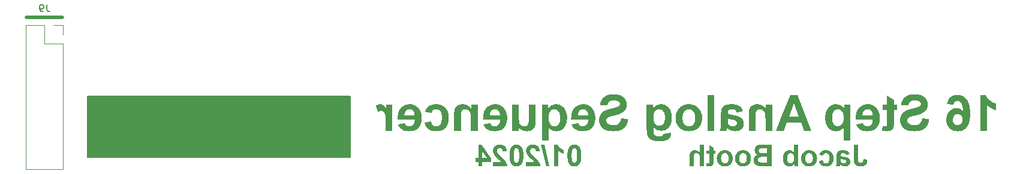
<source format=gbr>
%TF.GenerationSoftware,KiCad,Pcbnew,7.0.9*%
%TF.CreationDate,2024-01-01T10:09:09-06:00*%
%TF.ProjectId,SoundLab16StepSequencer,536f756e-644c-4616-9231-365374657053,rev?*%
%TF.SameCoordinates,Original*%
%TF.FileFunction,Legend,Bot*%
%TF.FilePolarity,Positive*%
%FSLAX46Y46*%
G04 Gerber Fmt 4.6, Leading zero omitted, Abs format (unit mm)*
G04 Created by KiCad (PCBNEW 7.0.9) date 2024-01-01 10:09:09*
%MOMM*%
%LPD*%
G01*
G04 APERTURE LIST*
%ADD10C,0.500000*%
%ADD11C,0.200000*%
%ADD12C,0.830000*%
%ADD13C,0.625000*%
%ADD14C,0.150000*%
%ADD15C,0.120000*%
G04 APERTURE END LIST*
D10*
X79248000Y-108966000D02*
X84328000Y-108966000D01*
D11*
X87884000Y-120142000D02*
X124968000Y-120142000D01*
X124968000Y-128778000D01*
X87884000Y-128778000D01*
X87884000Y-120142000D01*
G36*
X87884000Y-120142000D02*
G01*
X124968000Y-120142000D01*
X124968000Y-128778000D01*
X87884000Y-128778000D01*
X87884000Y-120142000D01*
G37*
D12*
G36*
X213959183Y-125011000D02*
G01*
X214923942Y-125011000D01*
X214923942Y-121335145D01*
X214990780Y-121400317D01*
X215059096Y-121463334D01*
X215128891Y-121524194D01*
X215200165Y-121582898D01*
X215272918Y-121639446D01*
X215347150Y-121693838D01*
X215422861Y-121746074D01*
X215500050Y-121796153D01*
X215578718Y-121844076D01*
X215658865Y-121889843D01*
X215740491Y-121933454D01*
X215823595Y-121974908D01*
X215908179Y-122014207D01*
X215994241Y-122051349D01*
X216081782Y-122086335D01*
X216170802Y-122119164D01*
X216170802Y-121181272D01*
X216123375Y-121165310D01*
X216075433Y-121147650D01*
X216026975Y-121128292D01*
X215978003Y-121107236D01*
X215928515Y-121084481D01*
X215878512Y-121060028D01*
X215827994Y-121033877D01*
X215776960Y-121006027D01*
X215725412Y-120976480D01*
X215673348Y-120945234D01*
X215620769Y-120912290D01*
X215567675Y-120877647D01*
X215514065Y-120841307D01*
X215459941Y-120803268D01*
X215405301Y-120763531D01*
X215350146Y-120722095D01*
X215295821Y-120679219D01*
X215243671Y-120635465D01*
X215193697Y-120590834D01*
X215145898Y-120545324D01*
X215100274Y-120498937D01*
X215056825Y-120451672D01*
X215015552Y-120403530D01*
X214976454Y-120354510D01*
X214939532Y-120304612D01*
X214904784Y-120253836D01*
X214872212Y-120202182D01*
X214841815Y-120149651D01*
X214813594Y-120096242D01*
X214787548Y-120041955D01*
X214763677Y-119986791D01*
X214741981Y-119930748D01*
X213959183Y-119930748D01*
X213959183Y-125011000D01*
G37*
G36*
X210745641Y-119931348D02*
G01*
X210795809Y-119933148D01*
X210845380Y-119936147D01*
X210894355Y-119940346D01*
X210990516Y-119952344D01*
X211084292Y-119969140D01*
X211175683Y-119990736D01*
X211264688Y-120017130D01*
X211351308Y-120048324D01*
X211435544Y-120084316D01*
X211517394Y-120125107D01*
X211596858Y-120170698D01*
X211673938Y-120221087D01*
X211748632Y-120276276D01*
X211820942Y-120336263D01*
X211890866Y-120401049D01*
X211958405Y-120470635D01*
X211991280Y-120507227D01*
X212023558Y-120545019D01*
X212055039Y-120584092D01*
X212085521Y-120624679D01*
X212115003Y-120666781D01*
X212143485Y-120710398D01*
X212170969Y-120755529D01*
X212197452Y-120802175D01*
X212222937Y-120850336D01*
X212247422Y-120900011D01*
X212270908Y-120951200D01*
X212293394Y-121003905D01*
X212314881Y-121058123D01*
X212335369Y-121113857D01*
X212354857Y-121171105D01*
X212373346Y-121229867D01*
X212390835Y-121290145D01*
X212407325Y-121351936D01*
X212422815Y-121415243D01*
X212437307Y-121480064D01*
X212450798Y-121546399D01*
X212463291Y-121614249D01*
X212474784Y-121683614D01*
X212485277Y-121754493D01*
X212494772Y-121826887D01*
X212503266Y-121900796D01*
X212510762Y-121976219D01*
X212517258Y-122053157D01*
X212522755Y-122131609D01*
X212527252Y-122211576D01*
X212530750Y-122293057D01*
X212533248Y-122376053D01*
X212534747Y-122460564D01*
X212535247Y-122546589D01*
X212534768Y-122630493D01*
X212533329Y-122712913D01*
X212530932Y-122793849D01*
X212527576Y-122873302D01*
X212523261Y-122951271D01*
X212517988Y-123027757D01*
X212511755Y-123102759D01*
X212504564Y-123176278D01*
X212496414Y-123248313D01*
X212487305Y-123318864D01*
X212477237Y-123387932D01*
X212466210Y-123455516D01*
X212454225Y-123521617D01*
X212441280Y-123586234D01*
X212427377Y-123649367D01*
X212412515Y-123711017D01*
X212396694Y-123771183D01*
X212379914Y-123829866D01*
X212362176Y-123887065D01*
X212343478Y-123942781D01*
X212323822Y-123997012D01*
X212303207Y-124049761D01*
X212281633Y-124101026D01*
X212259100Y-124150807D01*
X212235608Y-124199104D01*
X212211158Y-124245918D01*
X212185748Y-124291249D01*
X212159380Y-124335096D01*
X212132053Y-124377459D01*
X212103767Y-124418339D01*
X212044319Y-124495647D01*
X211981889Y-124567517D01*
X211917332Y-124634751D01*
X211850647Y-124697348D01*
X211781834Y-124755308D01*
X211710894Y-124808631D01*
X211637826Y-124857317D01*
X211562631Y-124901367D01*
X211485308Y-124940780D01*
X211405858Y-124975556D01*
X211324280Y-125005695D01*
X211240574Y-125031197D01*
X211154741Y-125052063D01*
X211066780Y-125068292D01*
X210976691Y-125079884D01*
X210884475Y-125086839D01*
X210790132Y-125089157D01*
X210702295Y-125087373D01*
X210616471Y-125082021D01*
X210532661Y-125073100D01*
X210450863Y-125060611D01*
X210371079Y-125044554D01*
X210293308Y-125024929D01*
X210217549Y-125001735D01*
X210143804Y-124974974D01*
X210072072Y-124944644D01*
X210002353Y-124910745D01*
X209934647Y-124873279D01*
X209868955Y-124832244D01*
X209805275Y-124787641D01*
X209743609Y-124739470D01*
X209683955Y-124687731D01*
X209626315Y-124632423D01*
X209571451Y-124574163D01*
X209520126Y-124513565D01*
X209472342Y-124450629D01*
X209428096Y-124385356D01*
X209387391Y-124317746D01*
X209350225Y-124247798D01*
X209316599Y-124175512D01*
X209286512Y-124100890D01*
X209259965Y-124023929D01*
X209236957Y-123944631D01*
X209217489Y-123862996D01*
X209201561Y-123779023D01*
X209189172Y-123692713D01*
X209180323Y-123604065D01*
X209175014Y-123513080D01*
X209174194Y-123469827D01*
X210117243Y-123469827D01*
X210117417Y-123494870D01*
X210120029Y-123567353D01*
X210125775Y-123635863D01*
X210134655Y-123700403D01*
X210146669Y-123760971D01*
X210161817Y-123817568D01*
X210180100Y-123870193D01*
X210201516Y-123918848D01*
X210226067Y-123963530D01*
X210253752Y-124004242D01*
X210295540Y-124052346D01*
X210306772Y-124063241D01*
X210353464Y-124103359D01*
X210402981Y-124137945D01*
X210455321Y-124166996D01*
X210510486Y-124190514D01*
X210568474Y-124208498D01*
X210629287Y-124220949D01*
X210692924Y-124227866D01*
X210742505Y-124229422D01*
X210777066Y-124228578D01*
X210827995Y-124224145D01*
X210877830Y-124215913D01*
X210926570Y-124203881D01*
X210974216Y-124188049D01*
X211020766Y-124168418D01*
X211066222Y-124144987D01*
X211110583Y-124117756D01*
X211153849Y-124086726D01*
X211196020Y-124051897D01*
X211237096Y-124013267D01*
X211275726Y-123970910D01*
X211310555Y-123925354D01*
X211341585Y-123876600D01*
X211368816Y-123824647D01*
X211392247Y-123769496D01*
X211411878Y-123711146D01*
X211427709Y-123649597D01*
X211439742Y-123584850D01*
X211447974Y-123516905D01*
X211452407Y-123445761D01*
X211453251Y-123396554D01*
X211452502Y-123352209D01*
X211448570Y-123288267D01*
X211441268Y-123227416D01*
X211430596Y-123169656D01*
X211416553Y-123114988D01*
X211399140Y-123063411D01*
X211378356Y-123014925D01*
X211354203Y-122969530D01*
X211326679Y-122927226D01*
X211295785Y-122888014D01*
X211261521Y-122851893D01*
X211224591Y-122818720D01*
X211173014Y-122779564D01*
X211118765Y-122746210D01*
X211061845Y-122718656D01*
X211002253Y-122696903D01*
X210939991Y-122680951D01*
X210891540Y-122672794D01*
X210841587Y-122667900D01*
X210790132Y-122666268D01*
X210736941Y-122667975D01*
X210685446Y-122673095D01*
X210635647Y-122681628D01*
X210587544Y-122693574D01*
X210541137Y-122708933D01*
X210481898Y-122734722D01*
X210425675Y-122766578D01*
X210385485Y-122794453D01*
X210346992Y-122825740D01*
X210310195Y-122860441D01*
X210298324Y-122872719D01*
X210264972Y-122912171D01*
X210235011Y-122955552D01*
X210208443Y-123002861D01*
X210185266Y-123054098D01*
X210165481Y-123109264D01*
X210149087Y-123168358D01*
X210136086Y-123231380D01*
X210126476Y-123298331D01*
X210120258Y-123369211D01*
X210117997Y-123418646D01*
X210117243Y-123469827D01*
X209174194Y-123469827D01*
X209173244Y-123419757D01*
X209174928Y-123331639D01*
X209179980Y-123245582D01*
X209188400Y-123161585D01*
X209200187Y-123079649D01*
X209215343Y-122999774D01*
X209233866Y-122921960D01*
X209255757Y-122846206D01*
X209281016Y-122772514D01*
X209309643Y-122700882D01*
X209341638Y-122631311D01*
X209377001Y-122563801D01*
X209415732Y-122498351D01*
X209457830Y-122434963D01*
X209503296Y-122373635D01*
X209552131Y-122314368D01*
X209604333Y-122257161D01*
X209658896Y-122202593D01*
X209714815Y-122151545D01*
X209772088Y-122104018D01*
X209830715Y-122060012D01*
X209890698Y-122019526D01*
X209952035Y-121982560D01*
X210014728Y-121949115D01*
X210078775Y-121919190D01*
X210144176Y-121892786D01*
X210210933Y-121869903D01*
X210279044Y-121850540D01*
X210348510Y-121834698D01*
X210419331Y-121822376D01*
X210491507Y-121813574D01*
X210565037Y-121808294D01*
X210639923Y-121806533D01*
X210706250Y-121808198D01*
X210771203Y-121813193D01*
X210834783Y-121821517D01*
X210896988Y-121833171D01*
X210957820Y-121848155D01*
X211017278Y-121866468D01*
X211075362Y-121888111D01*
X211132072Y-121913084D01*
X211187408Y-121941387D01*
X211241371Y-121973019D01*
X211293959Y-122007981D01*
X211345174Y-122046273D01*
X211395015Y-122087894D01*
X211443482Y-122132846D01*
X211490575Y-122181127D01*
X211536294Y-122232737D01*
X211532706Y-122178367D01*
X211528814Y-122125165D01*
X211524616Y-122073133D01*
X211520113Y-122022268D01*
X211515304Y-121972573D01*
X211504771Y-121876689D01*
X211493017Y-121785479D01*
X211480042Y-121698945D01*
X211465845Y-121617085D01*
X211450427Y-121539901D01*
X211433788Y-121467391D01*
X211415928Y-121399557D01*
X211396846Y-121336397D01*
X211376544Y-121277912D01*
X211355020Y-121224102D01*
X211332275Y-121174968D01*
X211308308Y-121130508D01*
X211270069Y-121072584D01*
X211243293Y-121038423D01*
X211201751Y-120991314D01*
X211158557Y-120949165D01*
X211113710Y-120911974D01*
X211067209Y-120879741D01*
X211019056Y-120852468D01*
X210969250Y-120830153D01*
X210917791Y-120812798D01*
X210864678Y-120800401D01*
X210809913Y-120792962D01*
X210753495Y-120790483D01*
X210724983Y-120791008D01*
X210669990Y-120795206D01*
X210617707Y-120803602D01*
X210568133Y-120816195D01*
X210521269Y-120832987D01*
X210466499Y-120859880D01*
X210415963Y-120893332D01*
X210378583Y-120924817D01*
X210360999Y-120942028D01*
X210328408Y-120979886D01*
X210299251Y-121022323D01*
X210273530Y-121069340D01*
X210251242Y-121120936D01*
X210232390Y-121177112D01*
X210216972Y-121237867D01*
X210207663Y-121286439D01*
X210200285Y-121337587D01*
X209266057Y-121237448D01*
X209279948Y-121158946D01*
X209295976Y-121082811D01*
X209314142Y-121009042D01*
X209334445Y-120937639D01*
X209356884Y-120868603D01*
X209381461Y-120801932D01*
X209408175Y-120737627D01*
X209437027Y-120675689D01*
X209468015Y-120616117D01*
X209501140Y-120558910D01*
X209536403Y-120504070D01*
X209573803Y-120451596D01*
X209613339Y-120401488D01*
X209655013Y-120353746D01*
X209698824Y-120308371D01*
X209744772Y-120265361D01*
X209792562Y-120224841D01*
X209841897Y-120186936D01*
X209892778Y-120151645D01*
X209945204Y-120118968D01*
X209999176Y-120088905D01*
X210054694Y-120061456D01*
X210111757Y-120036622D01*
X210170366Y-120014401D01*
X210230520Y-119994795D01*
X210292220Y-119977803D01*
X210355465Y-119963425D01*
X210420257Y-119951662D01*
X210486593Y-119942512D01*
X210554476Y-119935977D01*
X210623904Y-119932055D01*
X210694877Y-119930748D01*
X210745641Y-119931348D01*
G37*
G36*
X206743028Y-123369688D02*
G01*
X205753844Y-123291530D01*
X205741985Y-123350978D01*
X205728695Y-123408423D01*
X205713974Y-123463864D01*
X205697821Y-123517302D01*
X205680238Y-123568736D01*
X205661223Y-123618167D01*
X205640777Y-123665594D01*
X205618900Y-123711017D01*
X205595592Y-123754437D01*
X205557947Y-123815810D01*
X205517081Y-123872675D01*
X205472996Y-123925032D01*
X205425691Y-123972882D01*
X205392365Y-124002277D01*
X205339400Y-124042870D01*
X205283085Y-124079471D01*
X205223422Y-124112078D01*
X205160411Y-124140694D01*
X205094050Y-124165316D01*
X205024341Y-124185945D01*
X204976007Y-124197480D01*
X204926186Y-124207240D01*
X204874875Y-124215226D01*
X204822077Y-124221437D01*
X204767790Y-124225873D01*
X204712015Y-124228535D01*
X204654752Y-124229422D01*
X204594330Y-124228626D01*
X204535798Y-124226236D01*
X204479154Y-124222253D01*
X204424400Y-124216676D01*
X204371535Y-124209506D01*
X204320559Y-124200743D01*
X204271472Y-124190386D01*
X204201383Y-124171864D01*
X204135545Y-124149757D01*
X204073957Y-124124065D01*
X204016619Y-124094788D01*
X203963532Y-124061926D01*
X203914696Y-124025480D01*
X203870174Y-123986410D01*
X203830031Y-123946139D01*
X203794268Y-123904665D01*
X203762884Y-123861990D01*
X203735878Y-123818112D01*
X203713253Y-123773032D01*
X203695006Y-123726750D01*
X203681139Y-123679265D01*
X203671650Y-123630579D01*
X203666541Y-123580690D01*
X203665568Y-123546764D01*
X203668132Y-123493091D01*
X203675824Y-123441982D01*
X203688645Y-123393438D01*
X203706593Y-123347458D01*
X203729670Y-123304041D01*
X203757875Y-123263189D01*
X203770592Y-123247566D01*
X203807199Y-123209797D01*
X203851379Y-123173578D01*
X203892175Y-123145719D01*
X203937818Y-123118852D01*
X203988307Y-123092978D01*
X204043644Y-123068095D01*
X204103827Y-123044205D01*
X204135736Y-123032632D01*
X204187733Y-123015192D01*
X204236072Y-123000058D01*
X204292418Y-122983164D01*
X204356772Y-122964509D01*
X204404122Y-122951095D01*
X204455032Y-122936898D01*
X204509500Y-122921919D01*
X204567527Y-122906158D01*
X204629112Y-122889614D01*
X204694256Y-122872288D01*
X204762959Y-122854180D01*
X204835221Y-122835289D01*
X204911041Y-122815616D01*
X204950285Y-122805487D01*
X205000872Y-122792347D01*
X205050506Y-122779030D01*
X205099189Y-122765537D01*
X205146920Y-122751868D01*
X205239527Y-122723999D01*
X205328328Y-122695425D01*
X205413321Y-122666144D01*
X205494508Y-122636158D01*
X205571888Y-122605465D01*
X205645462Y-122574066D01*
X205715228Y-122541962D01*
X205781188Y-122509151D01*
X205843341Y-122475635D01*
X205901688Y-122441412D01*
X205956227Y-122406483D01*
X206006960Y-122370849D01*
X206053886Y-122334508D01*
X206097006Y-122297461D01*
X206153201Y-122244229D01*
X206205770Y-122189556D01*
X206254714Y-122133442D01*
X206300032Y-122075887D01*
X206341725Y-122016892D01*
X206379793Y-121956456D01*
X206414235Y-121894580D01*
X206445052Y-121831263D01*
X206472243Y-121766505D01*
X206495808Y-121700307D01*
X206515748Y-121632668D01*
X206532063Y-121563588D01*
X206544752Y-121493068D01*
X206553816Y-121421107D01*
X206559254Y-121347705D01*
X206561067Y-121272863D01*
X206559156Y-121200488D01*
X206553425Y-121128993D01*
X206543872Y-121058379D01*
X206530498Y-120988644D01*
X206513304Y-120919790D01*
X206492288Y-120851816D01*
X206467451Y-120784722D01*
X206438793Y-120718508D01*
X206406314Y-120653174D01*
X206382538Y-120610107D01*
X206357065Y-120567431D01*
X206343691Y-120546240D01*
X206315617Y-120504438D01*
X206286046Y-120463904D01*
X206254976Y-120424639D01*
X206222409Y-120386643D01*
X206188344Y-120349916D01*
X206152781Y-120314458D01*
X206115720Y-120280268D01*
X206077161Y-120247348D01*
X206037104Y-120215697D01*
X205995549Y-120185314D01*
X205952497Y-120156201D01*
X205907946Y-120128356D01*
X205861898Y-120101780D01*
X205814352Y-120076473D01*
X205765308Y-120052436D01*
X205714766Y-120029667D01*
X205662664Y-120008224D01*
X205609245Y-119988164D01*
X205554510Y-119969488D01*
X205498458Y-119952196D01*
X205441090Y-119936287D01*
X205382404Y-119921761D01*
X205322403Y-119908619D01*
X205261084Y-119896860D01*
X205198449Y-119886484D01*
X205134498Y-119877492D01*
X205069230Y-119869883D01*
X205002645Y-119863658D01*
X204934744Y-119858816D01*
X204865526Y-119855357D01*
X204794991Y-119853282D01*
X204723140Y-119852591D01*
X204664369Y-119853007D01*
X204606514Y-119854255D01*
X204549574Y-119856336D01*
X204493551Y-119859250D01*
X204438444Y-119862996D01*
X204384253Y-119867574D01*
X204330977Y-119872985D01*
X204278618Y-119879228D01*
X204227174Y-119886304D01*
X204176646Y-119894212D01*
X204127034Y-119902953D01*
X204078338Y-119912525D01*
X204030558Y-119922931D01*
X203937746Y-119946239D01*
X203848598Y-119972877D01*
X203763113Y-120002844D01*
X203681291Y-120036141D01*
X203603133Y-120072768D01*
X203528639Y-120112725D01*
X203457809Y-120156011D01*
X203390642Y-120202627D01*
X203327139Y-120252573D01*
X203296761Y-120278794D01*
X203238549Y-120333181D01*
X203183894Y-120389791D01*
X203132799Y-120448624D01*
X203085262Y-120509680D01*
X203041284Y-120572959D01*
X203000865Y-120638461D01*
X202964004Y-120706186D01*
X202930702Y-120776134D01*
X202900959Y-120848305D01*
X202874775Y-120922699D01*
X202852149Y-120999316D01*
X202833082Y-121078155D01*
X202817573Y-121159218D01*
X202805623Y-121242504D01*
X202797232Y-121328013D01*
X202792400Y-121415745D01*
X203809671Y-121415745D01*
X203823127Y-121347306D01*
X203839224Y-121282580D01*
X203857961Y-121221568D01*
X203879338Y-121164270D01*
X203903355Y-121110686D01*
X203930013Y-121060815D01*
X203959312Y-121014658D01*
X203991251Y-120972215D01*
X204025830Y-120933486D01*
X204063049Y-120898470D01*
X204089329Y-120877189D01*
X204131519Y-120847726D01*
X204177486Y-120821161D01*
X204227231Y-120797494D01*
X204280755Y-120776725D01*
X204338056Y-120758854D01*
X204399136Y-120743881D01*
X204463994Y-120731806D01*
X204532630Y-120722629D01*
X204605044Y-120716350D01*
X204655419Y-120713774D01*
X204707474Y-120712486D01*
X204734130Y-120712325D01*
X204788646Y-120713022D01*
X204841674Y-120715111D01*
X204893213Y-120718594D01*
X204943263Y-120723469D01*
X204991826Y-120729737D01*
X205061879Y-120741751D01*
X205128583Y-120756900D01*
X205191938Y-120775182D01*
X205251944Y-120796599D01*
X205308602Y-120821149D01*
X205361911Y-120848834D01*
X205411871Y-120879653D01*
X205427780Y-120890623D01*
X205474220Y-120928404D01*
X205512788Y-120970002D01*
X205543485Y-121015415D01*
X205566312Y-121064646D01*
X205581267Y-121117692D01*
X205588351Y-121174555D01*
X205588980Y-121198369D01*
X205585283Y-121251719D01*
X205574192Y-121302625D01*
X205555707Y-121351086D01*
X205529828Y-121397102D01*
X205496555Y-121440674D01*
X205455887Y-121481800D01*
X205437550Y-121497566D01*
X205396760Y-121527537D01*
X205346288Y-121557916D01*
X205286135Y-121588703D01*
X205240654Y-121609454D01*
X205190871Y-121630386D01*
X205136784Y-121651500D01*
X205078395Y-121672795D01*
X205015703Y-121694271D01*
X204948708Y-121715929D01*
X204877410Y-121737767D01*
X204801809Y-121759787D01*
X204721905Y-121781989D01*
X204637699Y-121804371D01*
X204549189Y-121826935D01*
X204503321Y-121838285D01*
X204412021Y-121860906D01*
X204323745Y-121883584D01*
X204238494Y-121906320D01*
X204156267Y-121929113D01*
X204077065Y-121951963D01*
X204000887Y-121974870D01*
X203927733Y-121997835D01*
X203857604Y-122020856D01*
X203790499Y-122043935D01*
X203726419Y-122067072D01*
X203665363Y-122090265D01*
X203607331Y-122113516D01*
X203552324Y-122136824D01*
X203500342Y-122160189D01*
X203451383Y-122183612D01*
X203405449Y-122207092D01*
X203361634Y-122231139D01*
X203319029Y-122256265D01*
X203277637Y-122282468D01*
X203217820Y-122323795D01*
X203160730Y-122367548D01*
X203106365Y-122413726D01*
X203054727Y-122462330D01*
X203005815Y-122513360D01*
X202959630Y-122566816D01*
X202916171Y-122622697D01*
X202875438Y-122681004D01*
X202849797Y-122721223D01*
X202813787Y-122783702D01*
X202781318Y-122848864D01*
X202761641Y-122893796D01*
X202743537Y-122939920D01*
X202727008Y-122987238D01*
X202712053Y-123035747D01*
X202698672Y-123085450D01*
X202686865Y-123136345D01*
X202676633Y-123188433D01*
X202667974Y-123241713D01*
X202660890Y-123296186D01*
X202655381Y-123351851D01*
X202651445Y-123408709D01*
X202649084Y-123466760D01*
X202648297Y-123526003D01*
X202649236Y-123580132D01*
X202652056Y-123633832D01*
X202656754Y-123687103D01*
X202663333Y-123739944D01*
X202671791Y-123792356D01*
X202682128Y-123844339D01*
X202694345Y-123895893D01*
X202708441Y-123947017D01*
X202724417Y-123997711D01*
X202742273Y-124047977D01*
X202762008Y-124097813D01*
X202783622Y-124147219D01*
X202807116Y-124196197D01*
X202832490Y-124244745D01*
X202859743Y-124292864D01*
X202888876Y-124340553D01*
X202919726Y-124387264D01*
X202952131Y-124432449D01*
X202986091Y-124476108D01*
X203021607Y-124518240D01*
X203058677Y-124558845D01*
X203097303Y-124597924D01*
X203137484Y-124635476D01*
X203179219Y-124671502D01*
X203222511Y-124706001D01*
X203267357Y-124738974D01*
X203313758Y-124770420D01*
X203361715Y-124800340D01*
X203411226Y-124828733D01*
X203462293Y-124855600D01*
X203514915Y-124880940D01*
X203569092Y-124904754D01*
X203624891Y-124927084D01*
X203682379Y-124947973D01*
X203741555Y-124967422D01*
X203802420Y-124985430D01*
X203864974Y-125001998D01*
X203929217Y-125017125D01*
X203995148Y-125030811D01*
X204062768Y-125043056D01*
X204132077Y-125053861D01*
X204203074Y-125063225D01*
X204275760Y-125071149D01*
X204350135Y-125077632D01*
X204426198Y-125082674D01*
X204503951Y-125086276D01*
X204583392Y-125088437D01*
X204664521Y-125089157D01*
X204723775Y-125088729D01*
X204782163Y-125087445D01*
X204839686Y-125085304D01*
X204896342Y-125082307D01*
X204952133Y-125078454D01*
X205007058Y-125073744D01*
X205061117Y-125068178D01*
X205114310Y-125061756D01*
X205166637Y-125054478D01*
X205218099Y-125046343D01*
X205268694Y-125037352D01*
X205318424Y-125027505D01*
X205367288Y-125016801D01*
X205415287Y-125005242D01*
X205508686Y-124979553D01*
X205598621Y-124950440D01*
X205685094Y-124917901D01*
X205768103Y-124881937D01*
X205847649Y-124842548D01*
X205923731Y-124799734D01*
X205996351Y-124753495D01*
X206065507Y-124703831D01*
X206131200Y-124650741D01*
X206193553Y-124594217D01*
X206252691Y-124534554D01*
X206308614Y-124471752D01*
X206361322Y-124405812D01*
X206410815Y-124336732D01*
X206457092Y-124264513D01*
X206500154Y-124189156D01*
X206540001Y-124110659D01*
X206576633Y-124029024D01*
X206610049Y-123944250D01*
X206640250Y-123856337D01*
X206667236Y-123765285D01*
X206691007Y-123671094D01*
X206701687Y-123622821D01*
X206711563Y-123573764D01*
X206720635Y-123523922D01*
X206728903Y-123473295D01*
X206736367Y-123421884D01*
X206743028Y-123369688D01*
G37*
G36*
X200154577Y-121337587D02*
G01*
X200154577Y-122041006D01*
X200814033Y-122041006D01*
X200814033Y-123635912D01*
X200813961Y-123694936D01*
X200813747Y-123750802D01*
X200813389Y-123803510D01*
X200812888Y-123853059D01*
X200811868Y-123921463D01*
X200810527Y-123982761D01*
X200808863Y-124036954D01*
X200806144Y-124098157D01*
X200801940Y-124156898D01*
X200795715Y-124201334D01*
X200778851Y-124248967D01*
X200752686Y-124291113D01*
X200717218Y-124327773D01*
X200709008Y-124334447D01*
X200664286Y-124361495D01*
X200614078Y-124378525D01*
X200564200Y-124385287D01*
X200546587Y-124385738D01*
X200492004Y-124382475D01*
X200440091Y-124374771D01*
X200382334Y-124362535D01*
X200331920Y-124349483D01*
X200277767Y-124333531D01*
X200219874Y-124314678D01*
X200158241Y-124292926D01*
X200075198Y-124962151D01*
X200139169Y-124984848D01*
X200204685Y-125005313D01*
X200271747Y-125023546D01*
X200340354Y-125039545D01*
X200410507Y-125053313D01*
X200482206Y-125064847D01*
X200530864Y-125071297D01*
X200580208Y-125076754D01*
X200630240Y-125081219D01*
X200680959Y-125084692D01*
X200732364Y-125087173D01*
X200784457Y-125088661D01*
X200837236Y-125089157D01*
X200901769Y-125087745D01*
X200964700Y-125083509D01*
X201026028Y-125076449D01*
X201085753Y-125066565D01*
X201143875Y-125053856D01*
X201200394Y-125038324D01*
X201255311Y-125019968D01*
X201308625Y-124998787D01*
X201359114Y-124975374D01*
X201406169Y-124950320D01*
X201449789Y-124923625D01*
X201489975Y-124895289D01*
X201535377Y-124857562D01*
X201575412Y-124817270D01*
X201610081Y-124774414D01*
X201616371Y-124765535D01*
X201645440Y-124718410D01*
X201671588Y-124666336D01*
X201690402Y-124621113D01*
X201707346Y-124572722D01*
X201722421Y-124521164D01*
X201735625Y-124466438D01*
X201746959Y-124408545D01*
X201751925Y-124378411D01*
X201759081Y-124329543D01*
X201765282Y-124269646D01*
X201769307Y-124217486D01*
X201772796Y-124159121D01*
X201775747Y-124094553D01*
X201778162Y-124023781D01*
X201779474Y-123973153D01*
X201780548Y-123919768D01*
X201781382Y-123863626D01*
X201781979Y-123804726D01*
X201782336Y-123743069D01*
X201782456Y-123678655D01*
X201782456Y-122041006D01*
X202225756Y-122041006D01*
X202225756Y-121337587D01*
X201782456Y-121337587D01*
X201782456Y-120634168D01*
X200814033Y-120087064D01*
X200814033Y-121337587D01*
X200154577Y-121337587D01*
G37*
G36*
X198195072Y-121261447D02*
G01*
X198282799Y-121267501D01*
X198368561Y-121277590D01*
X198452357Y-121291715D01*
X198534188Y-121309876D01*
X198614054Y-121332073D01*
X198691954Y-121358305D01*
X198767888Y-121388573D01*
X198841858Y-121422876D01*
X198913862Y-121461216D01*
X198983900Y-121503591D01*
X199051973Y-121550002D01*
X199118081Y-121600449D01*
X199182223Y-121654931D01*
X199244400Y-121713449D01*
X199304612Y-121776003D01*
X199361990Y-121841968D01*
X199415666Y-121911023D01*
X199465641Y-121983171D01*
X199511913Y-122058409D01*
X199554484Y-122136738D01*
X199593353Y-122218159D01*
X199628520Y-122302671D01*
X199659985Y-122390274D01*
X199687749Y-122480968D01*
X199711811Y-122574753D01*
X199722453Y-122622805D01*
X199732171Y-122671630D01*
X199740962Y-122721228D01*
X199748829Y-122771598D01*
X199755770Y-122822741D01*
X199761785Y-122874657D01*
X199766875Y-122927346D01*
X199771040Y-122980807D01*
X199774279Y-123035041D01*
X199776592Y-123090049D01*
X199777980Y-123145829D01*
X199778443Y-123202381D01*
X199777036Y-123296615D01*
X199772814Y-123388807D01*
X199765778Y-123478958D01*
X199755927Y-123567066D01*
X199743262Y-123653133D01*
X199727782Y-123737159D01*
X199709487Y-123819142D01*
X199688379Y-123899084D01*
X199664455Y-123976984D01*
X199637717Y-124052842D01*
X199608165Y-124126659D01*
X199575798Y-124198434D01*
X199540616Y-124268167D01*
X199502620Y-124335859D01*
X199461810Y-124401509D01*
X199418185Y-124465117D01*
X199359156Y-124540684D01*
X199296254Y-124611376D01*
X199229479Y-124677193D01*
X199158830Y-124738134D01*
X199084307Y-124794201D01*
X199005911Y-124845391D01*
X198923641Y-124891707D01*
X198837498Y-124933147D01*
X198747481Y-124969712D01*
X198701020Y-124986166D01*
X198653590Y-125001402D01*
X198605193Y-125015418D01*
X198555826Y-125028216D01*
X198505492Y-125039795D01*
X198454189Y-125050155D01*
X198401918Y-125059296D01*
X198348678Y-125067218D01*
X198294470Y-125073922D01*
X198239293Y-125079407D01*
X198183149Y-125083672D01*
X198126035Y-125086720D01*
X198067954Y-125088548D01*
X198008904Y-125089157D01*
X197934586Y-125088146D01*
X197861843Y-125085112D01*
X197790674Y-125080055D01*
X197721079Y-125072976D01*
X197653058Y-125063874D01*
X197586612Y-125052750D01*
X197521739Y-125039603D01*
X197458441Y-125024433D01*
X197396718Y-125007240D01*
X197336568Y-124988025D01*
X197277993Y-124966788D01*
X197220992Y-124943527D01*
X197165565Y-124918244D01*
X197111712Y-124890939D01*
X197059433Y-124861611D01*
X197008729Y-124830260D01*
X196959499Y-124796820D01*
X196911948Y-124761528D01*
X196866076Y-124724386D01*
X196821883Y-124685393D01*
X196779370Y-124644549D01*
X196738536Y-124601855D01*
X196699380Y-124557309D01*
X196661904Y-124510912D01*
X196626108Y-124462665D01*
X196591990Y-124412566D01*
X196559551Y-124360617D01*
X196528792Y-124306817D01*
X196499712Y-124251166D01*
X196472311Y-124193664D01*
X196446589Y-124134311D01*
X196422546Y-124073107D01*
X197384863Y-123916792D01*
X197400412Y-123961854D01*
X197423215Y-124018230D01*
X197448383Y-124070370D01*
X197475918Y-124118274D01*
X197505818Y-124161942D01*
X197538085Y-124201374D01*
X197572718Y-124236570D01*
X197619336Y-124274607D01*
X197638852Y-124288065D01*
X197690104Y-124317909D01*
X197744873Y-124342327D01*
X197791222Y-124357955D01*
X197839823Y-124370110D01*
X197890675Y-124378792D01*
X197943779Y-124384001D01*
X197999134Y-124385738D01*
X198040379Y-124384774D01*
X198100635Y-124379715D01*
X198158960Y-124370320D01*
X198215353Y-124356588D01*
X198269814Y-124338521D01*
X198322343Y-124316117D01*
X198372940Y-124289376D01*
X198421605Y-124258300D01*
X198468338Y-124222887D01*
X198513139Y-124183138D01*
X198556008Y-124139053D01*
X198569767Y-124123442D01*
X198608539Y-124074290D01*
X198643555Y-124021661D01*
X198674814Y-123965554D01*
X198702316Y-123905970D01*
X198726062Y-123842908D01*
X198746051Y-123776369D01*
X198762283Y-123706352D01*
X198771018Y-123657741D01*
X198778083Y-123607586D01*
X198783478Y-123555885D01*
X198787204Y-123502638D01*
X198789260Y-123447845D01*
X196371255Y-123447845D01*
X196370438Y-123378948D01*
X196370583Y-123311169D01*
X196371688Y-123244510D01*
X196373755Y-123178968D01*
X196376783Y-123114546D01*
X196380772Y-123051242D01*
X196385723Y-122989056D01*
X196391634Y-122927990D01*
X196398507Y-122868042D01*
X196404560Y-122822584D01*
X197329909Y-122822584D01*
X198772163Y-122822584D01*
X198771800Y-122773616D01*
X198768179Y-122702579D01*
X198760866Y-122634440D01*
X198749861Y-122569200D01*
X198735164Y-122506857D01*
X198716774Y-122447412D01*
X198694692Y-122390865D01*
X198668918Y-122337217D01*
X198639451Y-122286466D01*
X198606292Y-122238613D01*
X198569441Y-122193658D01*
X198543218Y-122165709D01*
X198502292Y-122127165D01*
X198459455Y-122092679D01*
X198414708Y-122062250D01*
X198368050Y-122035878D01*
X198319482Y-122013564D01*
X198269003Y-121995306D01*
X198216614Y-121981106D01*
X198162314Y-121970963D01*
X198106104Y-121964877D01*
X198047983Y-121962849D01*
X198011389Y-121963707D01*
X197957805Y-121968215D01*
X197905787Y-121976587D01*
X197855337Y-121988823D01*
X197806454Y-122004923D01*
X197759138Y-122024887D01*
X197713389Y-122048715D01*
X197669207Y-122076407D01*
X197626592Y-122107963D01*
X197585544Y-122143383D01*
X197546063Y-122182667D01*
X197521033Y-122210784D01*
X197486368Y-122255928D01*
X197455159Y-122304636D01*
X197427407Y-122356907D01*
X197403110Y-122412742D01*
X197382269Y-122472140D01*
X197364885Y-122535102D01*
X197350957Y-122601627D01*
X197340484Y-122671716D01*
X197335423Y-122720421D01*
X197331898Y-122770711D01*
X197329909Y-122822584D01*
X196404560Y-122822584D01*
X196406341Y-122809212D01*
X196415137Y-122751502D01*
X196424893Y-122694909D01*
X196435611Y-122639436D01*
X196447290Y-122585081D01*
X196459931Y-122531845D01*
X196473532Y-122479728D01*
X196488095Y-122428729D01*
X196503619Y-122378849D01*
X196520104Y-122330087D01*
X196537550Y-122282444D01*
X196555958Y-122235920D01*
X196575327Y-122190515D01*
X196616948Y-122103059D01*
X196662415Y-122020079D01*
X196711726Y-121941573D01*
X196764882Y-121867542D01*
X196821883Y-121797985D01*
X196851604Y-121764851D01*
X196913056Y-121701739D01*
X196977189Y-121642835D01*
X197044003Y-121588138D01*
X197113497Y-121537648D01*
X197185673Y-121491366D01*
X197260530Y-121449291D01*
X197338067Y-121411424D01*
X197418286Y-121377764D01*
X197501185Y-121348312D01*
X197586765Y-121323067D01*
X197675027Y-121302030D01*
X197765969Y-121285200D01*
X197859592Y-121272578D01*
X197955897Y-121264163D01*
X198005054Y-121261533D01*
X198054882Y-121259955D01*
X198105380Y-121259429D01*
X198195072Y-121261447D01*
G37*
G36*
X193639452Y-121260092D02*
G01*
X193706360Y-121263574D01*
X193772130Y-121270039D01*
X193836762Y-121279488D01*
X193900257Y-121291920D01*
X193962614Y-121307337D01*
X194023834Y-121325737D01*
X194083915Y-121347122D01*
X194142859Y-121371490D01*
X194200665Y-121398842D01*
X194257334Y-121429178D01*
X194294247Y-121450807D01*
X194347792Y-121484789D01*
X194399147Y-121520617D01*
X194448313Y-121558291D01*
X194495289Y-121597811D01*
X194540076Y-121639177D01*
X194582673Y-121682389D01*
X194623080Y-121727448D01*
X194661298Y-121774352D01*
X194697326Y-121823103D01*
X194731165Y-121873700D01*
X194731165Y-121337587D01*
X195631200Y-121337587D01*
X195631200Y-126417838D01*
X194666440Y-126417838D01*
X194666440Y-124556708D01*
X194632652Y-124592524D01*
X194582345Y-124643743D01*
X194532488Y-124691957D01*
X194483083Y-124737166D01*
X194434128Y-124779370D01*
X194385624Y-124818568D01*
X194337571Y-124854760D01*
X194289969Y-124887948D01*
X194242817Y-124918130D01*
X194196117Y-124945307D01*
X194149867Y-124969478D01*
X194118816Y-124983971D01*
X194071436Y-125003956D01*
X194023089Y-125021838D01*
X193973777Y-125037616D01*
X193923498Y-125051290D01*
X193872254Y-125062861D01*
X193820043Y-125072327D01*
X193766867Y-125079690D01*
X193712724Y-125084950D01*
X193657616Y-125088105D01*
X193601542Y-125089157D01*
X193522754Y-125087173D01*
X193445455Y-125081219D01*
X193369644Y-125071297D01*
X193295322Y-125057406D01*
X193222488Y-125039545D01*
X193151142Y-125017716D01*
X193081285Y-124991918D01*
X193012916Y-124962151D01*
X192946036Y-124928415D01*
X192880643Y-124890710D01*
X192816740Y-124849036D01*
X192754324Y-124803393D01*
X192693397Y-124753781D01*
X192633958Y-124700200D01*
X192576008Y-124642651D01*
X192519546Y-124581132D01*
X192465421Y-124515878D01*
X192414788Y-124447428D01*
X192367648Y-124375782D01*
X192323999Y-124300940D01*
X192283842Y-124222901D01*
X192247177Y-124141667D01*
X192214004Y-124057236D01*
X192184322Y-123969609D01*
X192158133Y-123878786D01*
X192135436Y-123784767D01*
X192125396Y-123736559D01*
X192116230Y-123687552D01*
X192107937Y-123637745D01*
X192100517Y-123587140D01*
X192093969Y-123535736D01*
X192088295Y-123483532D01*
X192083494Y-123430530D01*
X192079565Y-123376729D01*
X192076510Y-123322128D01*
X192074327Y-123266729D01*
X192073018Y-123210530D01*
X192072647Y-123162081D01*
X193055659Y-123162081D01*
X193056532Y-123242166D01*
X193059151Y-123319389D01*
X193063516Y-123393749D01*
X193069626Y-123465248D01*
X193077483Y-123533884D01*
X193087086Y-123599657D01*
X193098435Y-123662569D01*
X193111529Y-123722618D01*
X193126370Y-123779806D01*
X193142956Y-123834131D01*
X193161289Y-123885593D01*
X193181367Y-123934194D01*
X193203192Y-123979932D01*
X193239202Y-124043173D01*
X193279141Y-124099974D01*
X193307372Y-124134578D01*
X193351400Y-124182298D01*
X193397446Y-124224995D01*
X193445510Y-124262669D01*
X193495592Y-124295320D01*
X193547691Y-124322948D01*
X193601809Y-124345552D01*
X193657944Y-124363133D01*
X193716097Y-124375691D01*
X193776268Y-124383226D01*
X193838457Y-124385738D01*
X193881853Y-124384521D01*
X193945391Y-124378135D01*
X194007061Y-124366275D01*
X194066863Y-124348940D01*
X194124798Y-124326132D01*
X194180866Y-124297850D01*
X194235065Y-124264093D01*
X194287398Y-124224863D01*
X194337862Y-124180159D01*
X194386459Y-124129980D01*
X194433188Y-124074328D01*
X194462617Y-124034071D01*
X194490147Y-123991152D01*
X194515778Y-123945571D01*
X194539510Y-123897328D01*
X194561344Y-123846424D01*
X194581280Y-123792857D01*
X194599316Y-123736629D01*
X194615455Y-123677739D01*
X194629694Y-123616187D01*
X194642035Y-123551973D01*
X194652477Y-123485097D01*
X194661021Y-123415559D01*
X194667666Y-123343360D01*
X194672413Y-123268499D01*
X194675261Y-123190975D01*
X194676210Y-123110790D01*
X194675299Y-123040747D01*
X194672565Y-122972888D01*
X194668010Y-122907215D01*
X194661632Y-122843726D01*
X194653432Y-122782422D01*
X194643409Y-122723303D01*
X194631564Y-122666368D01*
X194617897Y-122611619D01*
X194602408Y-122559054D01*
X194585096Y-122508674D01*
X194565962Y-122460479D01*
X194545006Y-122414469D01*
X194522227Y-122370644D01*
X194484643Y-122309002D01*
X194442958Y-122252277D01*
X194413329Y-122217229D01*
X194367115Y-122168896D01*
X194318776Y-122125652D01*
X194268311Y-122087495D01*
X194215722Y-122054426D01*
X194161007Y-122026444D01*
X194104167Y-122003550D01*
X194045201Y-121985743D01*
X193984111Y-121973024D01*
X193920895Y-121965393D01*
X193855554Y-121962849D01*
X193813546Y-121964003D01*
X193752144Y-121970064D01*
X193692675Y-121981320D01*
X193635137Y-121997770D01*
X193579531Y-122019416D01*
X193525857Y-122046256D01*
X193474115Y-122078292D01*
X193424306Y-122115522D01*
X193376428Y-122157947D01*
X193330482Y-122205567D01*
X193286468Y-122258383D01*
X193272268Y-122277085D01*
X193232372Y-122336884D01*
X193208029Y-122379827D01*
X193185489Y-122425231D01*
X193164752Y-122473097D01*
X193145819Y-122523424D01*
X193128688Y-122576213D01*
X193113361Y-122631464D01*
X193099837Y-122689175D01*
X193088116Y-122749349D01*
X193078199Y-122811984D01*
X193070084Y-122877080D01*
X193063773Y-122944638D01*
X193059265Y-123014658D01*
X193056560Y-123087139D01*
X193055659Y-123162081D01*
X192072647Y-123162081D01*
X192072581Y-123153533D01*
X192073014Y-123098047D01*
X192074313Y-123043332D01*
X192076477Y-122989388D01*
X192079508Y-122936214D01*
X192083404Y-122883810D01*
X192088166Y-122832177D01*
X192093794Y-122781314D01*
X192100288Y-122731221D01*
X192107647Y-122681899D01*
X192115872Y-122633348D01*
X192134920Y-122538556D01*
X192157432Y-122446846D01*
X192183406Y-122358217D01*
X192212844Y-122272670D01*
X192245746Y-122190205D01*
X192282110Y-122110821D01*
X192321938Y-122034519D01*
X192365229Y-121961298D01*
X192411983Y-121891160D01*
X192462201Y-121824103D01*
X192515882Y-121760127D01*
X192572044Y-121699496D01*
X192629703Y-121642776D01*
X192688860Y-121589968D01*
X192749516Y-121541072D01*
X192811669Y-121496087D01*
X192875320Y-121455014D01*
X192940469Y-121417853D01*
X193007115Y-121384604D01*
X193075260Y-121355266D01*
X193144903Y-121329840D01*
X193216043Y-121308326D01*
X193288682Y-121290723D01*
X193362818Y-121277032D01*
X193438452Y-121267253D01*
X193515584Y-121261385D01*
X193594214Y-121259429D01*
X193639452Y-121260092D01*
G37*
G36*
X190149169Y-125011000D02*
G01*
X189070837Y-125011000D01*
X188655624Y-123838634D01*
X186641842Y-123838634D01*
X186202204Y-125011000D01*
X185097006Y-125011000D01*
X185903496Y-122978899D01*
X186969127Y-122978899D01*
X188342993Y-122978899D01*
X187662777Y-121181272D01*
X186969127Y-122978899D01*
X185903496Y-122978899D01*
X187113230Y-119930748D01*
X188187899Y-119930748D01*
X190149169Y-125011000D01*
G37*
G36*
X181275826Y-125011000D02*
G01*
X182240585Y-125011000D01*
X182240585Y-123114454D01*
X182240829Y-123040857D01*
X182241559Y-122970579D01*
X182242775Y-122903623D01*
X182244478Y-122839986D01*
X182246668Y-122779669D01*
X182249344Y-122722673D01*
X182252507Y-122668997D01*
X182256156Y-122618641D01*
X182262542Y-122549332D01*
X182270023Y-122487494D01*
X182278599Y-122433126D01*
X182291737Y-122372256D01*
X182302867Y-122335319D01*
X182323857Y-122281921D01*
X182348663Y-122232398D01*
X182377285Y-122186752D01*
X182409724Y-122144981D01*
X182445978Y-122107087D01*
X182486050Y-122073068D01*
X182503147Y-122060546D01*
X182548024Y-122032401D01*
X182595644Y-122009026D01*
X182646007Y-121990421D01*
X182699113Y-121976587D01*
X182754962Y-121967524D01*
X182813554Y-121963230D01*
X182837759Y-121962849D01*
X182899831Y-121965043D01*
X182960262Y-121971626D01*
X183019052Y-121982598D01*
X183076201Y-121997959D01*
X183131709Y-122017708D01*
X183185576Y-122041846D01*
X183237802Y-122070373D01*
X183288387Y-122103288D01*
X183336205Y-122139543D01*
X183380131Y-122178698D01*
X183420164Y-122220754D01*
X183456304Y-122265710D01*
X183488552Y-122313566D01*
X183516907Y-122364323D01*
X183541369Y-122417980D01*
X183561939Y-122474538D01*
X183579113Y-122538365D01*
X183590490Y-122594275D01*
X183600579Y-122657076D01*
X183609381Y-122726767D01*
X183614533Y-122777056D01*
X183619112Y-122830408D01*
X183623119Y-122886823D01*
X183626554Y-122946300D01*
X183629416Y-123008839D01*
X183631706Y-123074441D01*
X183633423Y-123143106D01*
X183634568Y-123214833D01*
X183635141Y-123289623D01*
X183635212Y-123328166D01*
X183635212Y-125011000D01*
X184599971Y-125011000D01*
X184599971Y-121337587D01*
X183703600Y-121337587D01*
X183703600Y-121873700D01*
X183642950Y-121799316D01*
X183580372Y-121729730D01*
X183515867Y-121664944D01*
X183449435Y-121604957D01*
X183381076Y-121549768D01*
X183310789Y-121499379D01*
X183238575Y-121453788D01*
X183164434Y-121412997D01*
X183088366Y-121377005D01*
X183010370Y-121345811D01*
X182930447Y-121319417D01*
X182848598Y-121297821D01*
X182764820Y-121281025D01*
X182679116Y-121269027D01*
X182591484Y-121261829D01*
X182501925Y-121259429D01*
X182442427Y-121260449D01*
X182383916Y-121263508D01*
X182326392Y-121268606D01*
X182269856Y-121275744D01*
X182214308Y-121284921D01*
X182159747Y-121296137D01*
X182106173Y-121309393D01*
X182053587Y-121324688D01*
X182001988Y-121342022D01*
X181951377Y-121361396D01*
X181918185Y-121375445D01*
X181869634Y-121397756D01*
X181823360Y-121421183D01*
X181779360Y-121445727D01*
X181737636Y-121471386D01*
X181685544Y-121507336D01*
X181637496Y-121545270D01*
X181593495Y-121585188D01*
X181553538Y-121627091D01*
X181517627Y-121670979D01*
X181485035Y-121716621D01*
X181455039Y-121763791D01*
X181427638Y-121812487D01*
X181402833Y-121862709D01*
X181380622Y-121914458D01*
X181361006Y-121967734D01*
X181343985Y-122022536D01*
X181329560Y-122078864D01*
X181316966Y-122138742D01*
X181308623Y-122187707D01*
X181301224Y-122240150D01*
X181294769Y-122296071D01*
X181289260Y-122355469D01*
X181284694Y-122418345D01*
X181281074Y-122484698D01*
X181278397Y-122554529D01*
X181276666Y-122627838D01*
X181276036Y-122678643D01*
X181275826Y-122730993D01*
X181275826Y-125011000D01*
G37*
G36*
X178980716Y-121260403D02*
G01*
X179065467Y-121263322D01*
X179147488Y-121268188D01*
X179226781Y-121275000D01*
X179303346Y-121283758D01*
X179377182Y-121294463D01*
X179448289Y-121307114D01*
X179516667Y-121321711D01*
X179582317Y-121338255D01*
X179645238Y-121356745D01*
X179705431Y-121377181D01*
X179762894Y-121399564D01*
X179817630Y-121423893D01*
X179869636Y-121450168D01*
X179918914Y-121478389D01*
X179965463Y-121508557D01*
X180009666Y-121540748D01*
X180052208Y-121575037D01*
X180093090Y-121611425D01*
X180132312Y-121649913D01*
X180169874Y-121690499D01*
X180205775Y-121733184D01*
X180240017Y-121777968D01*
X180272599Y-121824852D01*
X180303520Y-121873834D01*
X180332782Y-121924915D01*
X180360383Y-121978095D01*
X180386324Y-122033374D01*
X180410605Y-122090752D01*
X180433227Y-122150229D01*
X180454188Y-122211805D01*
X180473488Y-122275480D01*
X179597878Y-122431795D01*
X179586520Y-122399743D01*
X179562515Y-122339331D01*
X179536793Y-122283842D01*
X179509354Y-122233276D01*
X179480198Y-122187633D01*
X179449324Y-122146913D01*
X179408317Y-122102937D01*
X179364626Y-122066652D01*
X179346022Y-122054082D01*
X179295670Y-122026205D01*
X179239833Y-122003397D01*
X179191214Y-121988800D01*
X179139083Y-121977446D01*
X179083441Y-121969336D01*
X179024289Y-121964471D01*
X178961625Y-121962849D01*
X178892331Y-121963911D01*
X178827330Y-121967099D01*
X178766622Y-121972412D01*
X178710208Y-121979850D01*
X178658087Y-121989414D01*
X178595271Y-122005471D01*
X178540087Y-122025306D01*
X178492536Y-122048919D01*
X178443830Y-122083749D01*
X178404075Y-122125525D01*
X178371058Y-122175292D01*
X178349496Y-122220859D01*
X178332247Y-122271539D01*
X178319310Y-122327334D01*
X178310685Y-122388242D01*
X178307046Y-122437279D01*
X178305833Y-122489192D01*
X178305833Y-122588110D01*
X178340123Y-122602073D01*
X178397639Y-122623286D01*
X178462454Y-122644821D01*
X178509719Y-122659356D01*
X178560227Y-122674034D01*
X178613980Y-122688856D01*
X178670976Y-122703821D01*
X178731216Y-122718928D01*
X178794701Y-122734179D01*
X178861428Y-122749573D01*
X178931400Y-122765110D01*
X179004616Y-122780790D01*
X179081075Y-122796614D01*
X179160779Y-122812580D01*
X179243726Y-122828690D01*
X179274866Y-122834828D01*
X179335764Y-122847298D01*
X179394821Y-122860025D01*
X179452037Y-122873010D01*
X179507411Y-122886252D01*
X179560944Y-122899753D01*
X179612636Y-122913510D01*
X179662487Y-122927526D01*
X179710496Y-122941799D01*
X179779056Y-122963691D01*
X179843474Y-122986163D01*
X179903749Y-123009215D01*
X179959881Y-123032846D01*
X180011869Y-123057057D01*
X180044685Y-123073844D01*
X180092173Y-123100723D01*
X180137578Y-123129643D01*
X180180902Y-123160601D01*
X180222143Y-123193599D01*
X180261301Y-123228636D01*
X180298378Y-123265713D01*
X180333372Y-123304828D01*
X180366284Y-123345984D01*
X180397114Y-123389178D01*
X180425861Y-123434412D01*
X180443755Y-123465362D01*
X180468431Y-123512789D01*
X180490509Y-123561418D01*
X180509990Y-123611249D01*
X180526874Y-123662283D01*
X180541160Y-123714518D01*
X180552848Y-123767956D01*
X180561939Y-123822596D01*
X180568433Y-123878438D01*
X180572329Y-123935482D01*
X180573628Y-123993728D01*
X180572359Y-124052466D01*
X180568552Y-124109915D01*
X180562208Y-124166077D01*
X180553325Y-124220950D01*
X180541905Y-124274536D01*
X180527947Y-124326833D01*
X180511451Y-124377843D01*
X180492417Y-124427564D01*
X180470846Y-124475998D01*
X180446736Y-124523143D01*
X180420089Y-124569001D01*
X180390904Y-124613571D01*
X180359181Y-124656852D01*
X180324920Y-124698846D01*
X180288122Y-124739551D01*
X180248785Y-124778969D01*
X180207249Y-124816531D01*
X180163853Y-124851669D01*
X180118597Y-124884384D01*
X180071480Y-124914676D01*
X180022503Y-124942545D01*
X179971665Y-124967990D01*
X179918967Y-124991012D01*
X179864408Y-125011610D01*
X179807989Y-125029785D01*
X179749709Y-125045537D01*
X179689569Y-125058865D01*
X179627569Y-125069770D01*
X179563708Y-125078252D01*
X179497986Y-125084311D01*
X179430405Y-125087946D01*
X179360962Y-125089157D01*
X179321120Y-125088675D01*
X179261929Y-125086146D01*
X179203426Y-125081448D01*
X179145609Y-125074583D01*
X179088479Y-125065549D01*
X179032036Y-125054347D01*
X178976280Y-125040976D01*
X178921211Y-125025438D01*
X178866829Y-125007732D01*
X178813133Y-124987857D01*
X178760125Y-124965815D01*
X178724996Y-124949910D01*
X178672803Y-124924229D01*
X178621212Y-124896358D01*
X178570221Y-124866298D01*
X178519832Y-124834047D01*
X178470044Y-124799608D01*
X178420856Y-124762979D01*
X178372270Y-124724160D01*
X178324285Y-124683151D01*
X178276901Y-124639953D01*
X178230118Y-124594565D01*
X178223463Y-124615785D01*
X178209758Y-124663149D01*
X178195924Y-124713023D01*
X178185770Y-124749259D01*
X178169515Y-124805836D01*
X178154095Y-124857642D01*
X178136693Y-124913512D01*
X178120492Y-124962513D01*
X178103112Y-125011000D01*
X177149343Y-125011000D01*
X177157203Y-124994622D01*
X177179836Y-124945874D01*
X177201052Y-124897707D01*
X177220851Y-124850119D01*
X177239234Y-124803110D01*
X177256200Y-124756682D01*
X177276617Y-124695678D01*
X177294515Y-124635705D01*
X177309895Y-124576762D01*
X177322756Y-124518850D01*
X177328375Y-124489159D01*
X177336125Y-124440902D01*
X177343058Y-124388180D01*
X177349176Y-124330993D01*
X177354479Y-124269341D01*
X177358965Y-124203224D01*
X177362636Y-124132641D01*
X177364630Y-124083106D01*
X177366262Y-124031586D01*
X177367530Y-123978081D01*
X177368437Y-123922592D01*
X177368981Y-123865119D01*
X177369162Y-123805661D01*
X177364176Y-123291530D01*
X178305833Y-123291530D01*
X178305833Y-123473491D01*
X178306166Y-123533447D01*
X178307164Y-123589668D01*
X178308828Y-123642154D01*
X178312081Y-123706325D01*
X178316518Y-123763856D01*
X178322137Y-123814746D01*
X178330825Y-123869021D01*
X178343691Y-123920455D01*
X178363786Y-123974861D01*
X178389725Y-124026644D01*
X178421507Y-124075802D01*
X178459134Y-124122337D01*
X178493442Y-124157676D01*
X178531491Y-124191336D01*
X178573279Y-124223316D01*
X178588110Y-124233309D01*
X178632890Y-124261384D01*
X178678098Y-124286604D01*
X178723737Y-124308968D01*
X178769804Y-124328478D01*
X178816301Y-124345132D01*
X178878964Y-124362897D01*
X178942391Y-124375586D01*
X179006581Y-124383200D01*
X179071535Y-124385738D01*
X179128569Y-124383563D01*
X179183047Y-124377037D01*
X179234967Y-124366160D01*
X179284331Y-124350933D01*
X179331138Y-124331356D01*
X179375388Y-124307427D01*
X179417081Y-124279149D01*
X179456217Y-124246519D01*
X179483279Y-124219725D01*
X179515222Y-124182564D01*
X179548495Y-124133805D01*
X179574374Y-124082482D01*
X179592859Y-124028595D01*
X179603951Y-123972143D01*
X179607648Y-123913128D01*
X179603026Y-123853737D01*
X179589162Y-123797685D01*
X179566056Y-123744972D01*
X179533707Y-123695599D01*
X179501173Y-123658505D01*
X179462724Y-123623547D01*
X179418359Y-123590727D01*
X179401854Y-123580948D01*
X179351073Y-123556416D01*
X179300660Y-123536705D01*
X179241546Y-123516918D01*
X179191500Y-123502027D01*
X179136559Y-123487093D01*
X179076725Y-123472117D01*
X179011996Y-123457097D01*
X178942372Y-123442035D01*
X178893237Y-123431969D01*
X178843859Y-123421832D01*
X178772958Y-123406967D01*
X178705857Y-123392509D01*
X178642556Y-123378459D01*
X178583054Y-123364817D01*
X178527351Y-123351583D01*
X178475448Y-123338757D01*
X178412155Y-123322289D01*
X178355617Y-123306547D01*
X178305833Y-123291530D01*
X177364176Y-123291530D01*
X177358171Y-122672374D01*
X177358677Y-122594851D01*
X177360194Y-122520428D01*
X177362722Y-122449107D01*
X177366262Y-122380886D01*
X177370812Y-122315765D01*
X177376375Y-122253746D01*
X177382948Y-122194827D01*
X177390533Y-122139009D01*
X177399129Y-122086292D01*
X177408737Y-122036675D01*
X177425044Y-121968064D01*
X177443627Y-121906430D01*
X177464486Y-121851772D01*
X177487620Y-121804091D01*
X177504383Y-121774801D01*
X177532282Y-121732082D01*
X177563488Y-121690823D01*
X177597999Y-121651024D01*
X177635816Y-121612685D01*
X177676939Y-121575805D01*
X177721368Y-121540385D01*
X177769102Y-121506425D01*
X177820143Y-121473924D01*
X177874489Y-121442883D01*
X177932142Y-121413302D01*
X177994127Y-121385804D01*
X178061929Y-121361010D01*
X178110363Y-121345983D01*
X178161382Y-121332158D01*
X178214986Y-121319536D01*
X178271176Y-121308116D01*
X178329952Y-121297898D01*
X178391313Y-121288882D01*
X178455260Y-121281068D01*
X178521793Y-121274456D01*
X178590910Y-121269046D01*
X178662614Y-121264839D01*
X178736903Y-121261834D01*
X178813777Y-121260030D01*
X178893237Y-121259429D01*
X178980716Y-121260403D01*
G37*
G36*
X176426385Y-125011000D02*
G01*
X176426385Y-119930748D01*
X175460404Y-119930748D01*
X175460404Y-125011000D01*
X176426385Y-125011000D01*
G37*
G36*
X172892715Y-121260360D02*
G01*
X172958403Y-121263150D01*
X173023309Y-121267801D01*
X173087432Y-121274313D01*
X173150773Y-121282685D01*
X173213332Y-121292917D01*
X173275108Y-121305010D01*
X173336102Y-121318964D01*
X173396313Y-121334777D01*
X173455743Y-121352452D01*
X173514390Y-121371986D01*
X173572254Y-121393381D01*
X173629336Y-121416637D01*
X173685636Y-121441753D01*
X173741154Y-121468729D01*
X173795889Y-121497566D01*
X173849460Y-121528168D01*
X173901486Y-121560440D01*
X173951966Y-121594381D01*
X174000900Y-121629992D01*
X174048289Y-121667272D01*
X174094132Y-121706222D01*
X174138430Y-121746842D01*
X174181182Y-121789131D01*
X174222389Y-121833090D01*
X174262049Y-121878719D01*
X174300165Y-121926017D01*
X174336734Y-121974985D01*
X174371758Y-122025622D01*
X174405237Y-122077929D01*
X174437170Y-122131906D01*
X174467557Y-122187552D01*
X174496246Y-122244157D01*
X174523084Y-122301011D01*
X174548071Y-122358112D01*
X174571207Y-122415461D01*
X174592493Y-122473059D01*
X174611927Y-122530904D01*
X174629511Y-122588998D01*
X174645244Y-122647339D01*
X174659125Y-122705929D01*
X174671156Y-122764767D01*
X174681336Y-122823853D01*
X174689665Y-122883186D01*
X174696143Y-122942768D01*
X174700771Y-123002598D01*
X174703547Y-123062676D01*
X174704472Y-123123002D01*
X174703547Y-123201174D01*
X174700771Y-123277848D01*
X174696143Y-123353025D01*
X174689665Y-123426703D01*
X174681336Y-123498883D01*
X174671156Y-123569566D01*
X174659125Y-123638751D01*
X174645244Y-123706437D01*
X174629511Y-123772626D01*
X174611927Y-123837317D01*
X174592493Y-123900510D01*
X174571207Y-123962205D01*
X174548071Y-124022403D01*
X174523084Y-124081102D01*
X174496246Y-124138304D01*
X174467557Y-124194007D01*
X174437093Y-124248137D01*
X174404931Y-124300615D01*
X174371071Y-124351444D01*
X174335513Y-124400621D01*
X174298257Y-124448149D01*
X174259302Y-124494025D01*
X174218649Y-124538251D01*
X174176297Y-124580827D01*
X174132248Y-124621752D01*
X174086500Y-124661026D01*
X174039054Y-124698650D01*
X173989909Y-124734623D01*
X173939067Y-124768946D01*
X173886526Y-124801619D01*
X173832287Y-124832640D01*
X173776350Y-124862011D01*
X173719229Y-124889517D01*
X173661746Y-124915249D01*
X173603901Y-124939205D01*
X173545693Y-124961388D01*
X173487122Y-124981795D01*
X173428189Y-125000428D01*
X173368893Y-125017287D01*
X173309235Y-125032371D01*
X173249214Y-125045680D01*
X173188831Y-125057215D01*
X173128085Y-125066975D01*
X173066977Y-125074961D01*
X173005506Y-125081172D01*
X172943672Y-125085608D01*
X172881476Y-125088270D01*
X172818918Y-125089157D01*
X172768583Y-125088623D01*
X172718788Y-125087020D01*
X172669531Y-125084349D01*
X172620814Y-125080609D01*
X172524996Y-125069923D01*
X172431335Y-125054963D01*
X172339830Y-125035729D01*
X172250481Y-125012221D01*
X172163288Y-124984438D01*
X172078251Y-124952381D01*
X171995371Y-124916050D01*
X171914647Y-124875445D01*
X171836079Y-124830565D01*
X171759667Y-124781411D01*
X171685411Y-124727983D01*
X171613312Y-124670281D01*
X171543369Y-124608304D01*
X171475582Y-124542053D01*
X171410810Y-124472559D01*
X171350217Y-124400850D01*
X171293802Y-124326929D01*
X171241567Y-124250794D01*
X171193510Y-124172445D01*
X171149632Y-124091883D01*
X171109933Y-124009108D01*
X171074413Y-123924119D01*
X171043072Y-123836917D01*
X171015909Y-123747501D01*
X170992926Y-123655871D01*
X170974121Y-123562029D01*
X170959495Y-123465973D01*
X170953749Y-123417115D01*
X170949048Y-123367703D01*
X170945391Y-123317738D01*
X170942780Y-123267220D01*
X170941213Y-123216148D01*
X170940715Y-123166966D01*
X171933537Y-123166966D01*
X171934539Y-123240205D01*
X171937544Y-123311241D01*
X171942553Y-123380073D01*
X171949566Y-123446700D01*
X171958582Y-123511124D01*
X171969601Y-123573344D01*
X171982624Y-123633360D01*
X171997651Y-123691172D01*
X172014681Y-123746780D01*
X172033715Y-123800185D01*
X172054752Y-123851385D01*
X172077793Y-123900381D01*
X172102838Y-123947174D01*
X172129886Y-123991763D01*
X172158937Y-124034147D01*
X172189992Y-124074328D01*
X172222374Y-124112038D01*
X172272734Y-124164041D01*
X172325242Y-124210570D01*
X172379896Y-124251625D01*
X172436697Y-124287206D01*
X172495644Y-124317313D01*
X172556738Y-124341946D01*
X172619979Y-124361105D01*
X172685366Y-124374790D01*
X172752901Y-124383001D01*
X172822581Y-124385738D01*
X172892284Y-124383001D01*
X172959882Y-124374790D01*
X173025377Y-124361105D01*
X173088768Y-124341946D01*
X173150055Y-124317313D01*
X173209239Y-124287206D01*
X173266319Y-124251625D01*
X173321295Y-124210570D01*
X173374167Y-124164041D01*
X173424936Y-124112038D01*
X173457613Y-124074328D01*
X173488816Y-124034176D01*
X173518006Y-123991877D01*
X173545182Y-123947432D01*
X173570346Y-123900839D01*
X173593497Y-123852101D01*
X173614634Y-123801215D01*
X173633759Y-123748183D01*
X173650870Y-123693004D01*
X173665968Y-123635679D01*
X173679053Y-123576206D01*
X173690125Y-123514587D01*
X173699184Y-123450822D01*
X173706230Y-123384910D01*
X173711263Y-123316851D01*
X173714282Y-123246645D01*
X173715289Y-123174293D01*
X173714282Y-123101946D01*
X173711263Y-123031755D01*
X173706230Y-122963720D01*
X173699184Y-122897841D01*
X173690125Y-122834118D01*
X173679053Y-122772552D01*
X173665968Y-122713142D01*
X173650870Y-122655888D01*
X173633759Y-122600790D01*
X173614634Y-122547849D01*
X173593497Y-122497063D01*
X173570346Y-122448434D01*
X173545182Y-122401961D01*
X173518006Y-122357644D01*
X173488816Y-122315484D01*
X173457613Y-122275480D01*
X173424936Y-122237622D01*
X173374167Y-122185415D01*
X173321295Y-122138704D01*
X173266319Y-122097488D01*
X173209239Y-122061767D01*
X173150055Y-122031542D01*
X173088768Y-122006812D01*
X173025377Y-121987578D01*
X172959882Y-121973840D01*
X172892284Y-121965596D01*
X172822581Y-121962849D01*
X172752901Y-121965596D01*
X172685366Y-121973840D01*
X172619979Y-121987578D01*
X172556738Y-122006812D01*
X172495644Y-122031542D01*
X172436697Y-122061767D01*
X172379896Y-122097488D01*
X172325242Y-122138704D01*
X172272734Y-122185415D01*
X172222374Y-122237622D01*
X172189992Y-122275480D01*
X172158937Y-122315455D01*
X172129886Y-122357530D01*
X172102838Y-122401704D01*
X172077793Y-122447976D01*
X172054752Y-122496348D01*
X172033715Y-122546818D01*
X172014681Y-122599388D01*
X171997651Y-122654056D01*
X171982624Y-122710823D01*
X171969601Y-122769690D01*
X171958582Y-122830655D01*
X171949566Y-122893719D01*
X171942553Y-122958883D01*
X171937544Y-123026145D01*
X171934539Y-123095506D01*
X171933537Y-123166966D01*
X170940715Y-123166966D01*
X170940690Y-123164524D01*
X170941207Y-123113206D01*
X170942756Y-123062447D01*
X170945338Y-123012246D01*
X170948952Y-122962603D01*
X170953600Y-122913519D01*
X170959280Y-122864992D01*
X170973739Y-122769613D01*
X170992329Y-122676467D01*
X171015051Y-122585554D01*
X171041903Y-122496872D01*
X171072887Y-122410424D01*
X171108001Y-122326208D01*
X171147247Y-122244224D01*
X171190624Y-122164473D01*
X171238132Y-122086955D01*
X171289771Y-122011669D01*
X171345542Y-121938615D01*
X171405443Y-121867794D01*
X171469476Y-121799206D01*
X171536743Y-121733842D01*
X171606347Y-121672696D01*
X171678289Y-121615766D01*
X171752569Y-121563054D01*
X171829186Y-121514558D01*
X171908140Y-121470280D01*
X171989432Y-121430218D01*
X172073061Y-121394374D01*
X172159028Y-121362746D01*
X172247332Y-121335335D01*
X172337974Y-121312142D01*
X172430953Y-121293165D01*
X172526270Y-121278406D01*
X172574805Y-121272608D01*
X172623924Y-121267863D01*
X172673628Y-121264173D01*
X172723916Y-121261538D01*
X172774788Y-121259956D01*
X172826245Y-121259429D01*
X172892715Y-121260360D01*
G37*
G36*
X168966526Y-121261333D02*
G01*
X169045995Y-121267043D01*
X169123795Y-121276560D01*
X169199926Y-121289883D01*
X169274386Y-121307014D01*
X169347177Y-121327951D01*
X169418299Y-121352695D01*
X169487751Y-121381245D01*
X169555533Y-121413603D01*
X169621645Y-121449767D01*
X169686088Y-121489738D01*
X169748861Y-121533516D01*
X169809965Y-121581100D01*
X169869399Y-121632491D01*
X169927163Y-121687689D01*
X169983258Y-121746694D01*
X170036643Y-121809300D01*
X170086584Y-121875303D01*
X170133081Y-121944702D01*
X170176134Y-122017498D01*
X170215742Y-122093690D01*
X170251906Y-122173279D01*
X170284626Y-122256265D01*
X170313902Y-122342646D01*
X170339733Y-122432425D01*
X170362121Y-122525600D01*
X170372023Y-122573461D01*
X170381064Y-122622171D01*
X170389244Y-122671730D01*
X170396563Y-122722139D01*
X170403021Y-122773396D01*
X170408618Y-122825503D01*
X170413353Y-122878459D01*
X170417228Y-122932264D01*
X170420242Y-122986918D01*
X170422394Y-123042421D01*
X170423686Y-123098774D01*
X170424117Y-123155975D01*
X170422800Y-123246932D01*
X170418850Y-123336009D01*
X170412267Y-123423206D01*
X170403051Y-123508524D01*
X170391201Y-123591963D01*
X170376718Y-123673522D01*
X170359602Y-123753201D01*
X170339853Y-123831001D01*
X170317470Y-123906922D01*
X170292454Y-123980963D01*
X170264805Y-124053124D01*
X170234523Y-124123406D01*
X170201607Y-124191808D01*
X170166059Y-124258331D01*
X170127877Y-124322974D01*
X170087061Y-124385738D01*
X170032283Y-124461453D01*
X169975110Y-124532284D01*
X169915543Y-124598229D01*
X169853581Y-124659290D01*
X169789223Y-124715466D01*
X169722472Y-124766757D01*
X169653325Y-124813163D01*
X169581784Y-124854684D01*
X169507848Y-124891321D01*
X169431517Y-124923072D01*
X169352792Y-124949939D01*
X169271672Y-124971921D01*
X169188157Y-124989018D01*
X169102248Y-125001230D01*
X169013943Y-125008557D01*
X168923244Y-125011000D01*
X168841695Y-125008896D01*
X168761910Y-125002585D01*
X168683891Y-124992066D01*
X168607637Y-124977340D01*
X168533147Y-124958406D01*
X168460423Y-124935265D01*
X168389464Y-124907917D01*
X168320270Y-124876361D01*
X168252841Y-124840597D01*
X168187176Y-124800626D01*
X168123277Y-124756448D01*
X168061143Y-124708062D01*
X168000774Y-124655469D01*
X167942170Y-124598668D01*
X167885331Y-124537660D01*
X167830257Y-124472444D01*
X167830257Y-125000009D01*
X167830655Y-125058230D01*
X167831846Y-125112909D01*
X167833832Y-125164046D01*
X167837715Y-125226719D01*
X167843010Y-125283095D01*
X167849717Y-125333175D01*
X167860087Y-125386919D01*
X167875442Y-125438424D01*
X167892597Y-125478801D01*
X167916776Y-125525193D01*
X167943997Y-125567053D01*
X167980677Y-125611303D01*
X168021735Y-125649027D01*
X168067173Y-125680225D01*
X168104318Y-125700303D01*
X168158986Y-125724003D01*
X168219531Y-125744191D01*
X168268797Y-125757028D01*
X168321369Y-125767890D01*
X168377247Y-125776777D01*
X168436431Y-125783689D01*
X168498920Y-125788627D01*
X168564715Y-125791589D01*
X168633816Y-125792577D01*
X168687844Y-125791804D01*
X168739103Y-125789485D01*
X168803141Y-125783990D01*
X168862255Y-125775747D01*
X168916446Y-125764756D01*
X168965715Y-125751017D01*
X169020377Y-125729980D01*
X169067348Y-125704649D01*
X169073461Y-125700733D01*
X169112380Y-125667707D01*
X169144520Y-125624865D01*
X169166674Y-125580329D01*
X169183847Y-125528580D01*
X169194354Y-125479946D01*
X170297110Y-125323630D01*
X170297406Y-125331645D01*
X170298942Y-125383470D01*
X170299553Y-125433540D01*
X170298040Y-125490612D01*
X170293504Y-125546426D01*
X170285943Y-125600980D01*
X170275357Y-125654274D01*
X170261748Y-125706309D01*
X170245113Y-125757085D01*
X170225455Y-125806601D01*
X170202771Y-125854859D01*
X170177064Y-125901856D01*
X170148332Y-125947594D01*
X170116576Y-125992073D01*
X170081795Y-126035293D01*
X170043990Y-126077253D01*
X170003160Y-126117954D01*
X169959306Y-126157395D01*
X169912428Y-126195577D01*
X169887630Y-126214060D01*
X169834879Y-126249265D01*
X169777921Y-126282124D01*
X169716756Y-126312635D01*
X169651382Y-126340799D01*
X169581802Y-126366616D01*
X169508014Y-126390087D01*
X169430018Y-126411210D01*
X169347815Y-126429986D01*
X169261405Y-126446415D01*
X169170787Y-126460497D01*
X169075962Y-126472232D01*
X169026971Y-126477220D01*
X168976929Y-126481621D01*
X168925835Y-126485434D01*
X168873688Y-126488662D01*
X168820491Y-126491302D01*
X168766241Y-126493356D01*
X168710939Y-126494823D01*
X168654585Y-126495703D01*
X168597180Y-126495996D01*
X168536329Y-126495591D01*
X168476814Y-126494374D01*
X168418635Y-126492347D01*
X168361791Y-126489508D01*
X168306283Y-126485859D01*
X168252111Y-126481399D01*
X168199274Y-126476127D01*
X168147773Y-126470045D01*
X168097608Y-126463152D01*
X168048779Y-126455448D01*
X167978039Y-126442371D01*
X167910304Y-126427470D01*
X167845575Y-126410744D01*
X167783851Y-126392193D01*
X167744210Y-126378907D01*
X167686643Y-126357816D01*
X167631352Y-126335330D01*
X167578337Y-126311448D01*
X167527597Y-126286171D01*
X167479132Y-126259499D01*
X167432943Y-126231431D01*
X167389029Y-126201968D01*
X167347391Y-126171110D01*
X167308029Y-126138856D01*
X167270941Y-126105207D01*
X167247161Y-126081771D01*
X167212761Y-126044594D01*
X167179885Y-126004992D01*
X167148533Y-125962963D01*
X167118705Y-125918510D01*
X167090401Y-125871630D01*
X167063621Y-125822325D01*
X167038366Y-125770594D01*
X167014634Y-125716437D01*
X166992427Y-125659854D01*
X166971744Y-125600846D01*
X166952757Y-125537738D01*
X166935637Y-125468855D01*
X166925261Y-125419725D01*
X166915716Y-125368028D01*
X166907000Y-125313765D01*
X166899115Y-125256936D01*
X166892060Y-125197540D01*
X166885834Y-125135578D01*
X166880439Y-125071049D01*
X166875874Y-125003954D01*
X166872139Y-124934292D01*
X166869233Y-124862064D01*
X166867158Y-124787269D01*
X166865913Y-124709908D01*
X166865498Y-124629981D01*
X166865498Y-123146205D01*
X167813160Y-123146205D01*
X167813399Y-123181879D01*
X167815307Y-123251574D01*
X167819123Y-123319066D01*
X167824848Y-123384353D01*
X167832480Y-123447436D01*
X167842021Y-123508316D01*
X167853470Y-123566991D01*
X167866827Y-123623463D01*
X167882092Y-123677731D01*
X167899266Y-123729794D01*
X167918347Y-123779654D01*
X167939337Y-123827310D01*
X167962234Y-123872762D01*
X167987040Y-123916010D01*
X168013754Y-123957055D01*
X168057403Y-124014489D01*
X168088358Y-124049980D01*
X168136383Y-124098924D01*
X168186318Y-124142716D01*
X168238163Y-124181356D01*
X168291919Y-124214844D01*
X168347586Y-124243180D01*
X168405163Y-124266364D01*
X168464651Y-124284396D01*
X168526049Y-124297276D01*
X168589358Y-124305004D01*
X168654577Y-124307580D01*
X168695388Y-124306464D01*
X168755083Y-124300603D01*
X168812953Y-124289720D01*
X168868999Y-124273813D01*
X168923220Y-124252883D01*
X168975617Y-124226930D01*
X169026189Y-124195953D01*
X169074936Y-124159954D01*
X169121859Y-124118931D01*
X169166956Y-124072885D01*
X169210230Y-124021816D01*
X169250387Y-123965337D01*
X169286594Y-123903062D01*
X169308537Y-123858326D01*
X169328726Y-123811013D01*
X169347158Y-123761125D01*
X169363835Y-123708660D01*
X169378757Y-123653620D01*
X169391923Y-123596003D01*
X169403334Y-123535811D01*
X169412989Y-123473042D01*
X169420889Y-123407698D01*
X169427033Y-123339777D01*
X169431422Y-123269281D01*
X169434055Y-123196208D01*
X169434933Y-123120560D01*
X169434055Y-123048461D01*
X169431422Y-122978708D01*
X169427033Y-122911303D01*
X169420889Y-122846245D01*
X169412989Y-122783533D01*
X169403334Y-122723169D01*
X169391923Y-122665152D01*
X169378757Y-122609482D01*
X169363835Y-122556159D01*
X169347158Y-122505182D01*
X169328726Y-122456553D01*
X169308537Y-122410271D01*
X169286594Y-122366336D01*
X169250387Y-122304834D01*
X169210230Y-122248613D01*
X169181517Y-122214009D01*
X169136676Y-122166288D01*
X169089711Y-122123591D01*
X169040620Y-122085917D01*
X168989404Y-122053266D01*
X168936063Y-122025639D01*
X168880597Y-122003034D01*
X168823006Y-121985453D01*
X168763289Y-121972895D01*
X168701447Y-121965360D01*
X168637480Y-121962849D01*
X168593388Y-121963989D01*
X168529056Y-121969975D01*
X168466892Y-121981091D01*
X168406896Y-121997337D01*
X168349068Y-122018715D01*
X168293409Y-122045222D01*
X168239918Y-122076861D01*
X168188594Y-122113629D01*
X168139439Y-122155529D01*
X168092452Y-122202559D01*
X168047634Y-122254719D01*
X168033208Y-122273187D01*
X167992679Y-122332228D01*
X167967949Y-122374617D01*
X167945052Y-122419430D01*
X167923986Y-122466666D01*
X167904752Y-122516326D01*
X167887349Y-122568409D01*
X167871779Y-122622915D01*
X167858040Y-122679845D01*
X167846133Y-122739198D01*
X167836058Y-122800974D01*
X167827815Y-122865173D01*
X167821404Y-122931796D01*
X167816824Y-123000843D01*
X167814076Y-123072312D01*
X167813160Y-123146205D01*
X166865498Y-123146205D01*
X166865498Y-121337587D01*
X167769197Y-121337587D01*
X167769197Y-121824852D01*
X167825077Y-121756382D01*
X167882808Y-121692331D01*
X167942390Y-121632696D01*
X168003823Y-121577479D01*
X168067106Y-121526680D01*
X168132241Y-121480297D01*
X168199226Y-121438332D01*
X168268063Y-121400785D01*
X168338750Y-121367655D01*
X168411288Y-121338942D01*
X168485677Y-121314646D01*
X168561917Y-121294768D01*
X168640008Y-121279307D01*
X168719950Y-121268264D01*
X168801743Y-121261638D01*
X168885387Y-121259429D01*
X168966526Y-121261333D01*
G37*
G36*
X164239888Y-123369688D02*
G01*
X163250704Y-123291530D01*
X163238845Y-123350978D01*
X163225555Y-123408423D01*
X163210833Y-123463864D01*
X163194681Y-123517302D01*
X163177097Y-123568736D01*
X163158083Y-123618167D01*
X163137637Y-123665594D01*
X163115760Y-123711017D01*
X163092452Y-123754437D01*
X163054807Y-123815810D01*
X163013941Y-123872675D01*
X162969856Y-123925032D01*
X162922550Y-123972882D01*
X162889225Y-124002277D01*
X162836259Y-124042870D01*
X162779945Y-124079471D01*
X162720282Y-124112078D01*
X162657270Y-124140694D01*
X162590910Y-124165316D01*
X162521200Y-124185945D01*
X162472867Y-124197480D01*
X162423045Y-124207240D01*
X162371735Y-124215226D01*
X162318937Y-124221437D01*
X162264650Y-124225873D01*
X162208875Y-124228535D01*
X162151611Y-124229422D01*
X162091190Y-124228626D01*
X162032657Y-124226236D01*
X161976014Y-124222253D01*
X161921260Y-124216676D01*
X161868395Y-124209506D01*
X161817418Y-124200743D01*
X161768331Y-124190386D01*
X161698243Y-124171864D01*
X161632404Y-124149757D01*
X161570817Y-124124065D01*
X161513479Y-124094788D01*
X161460392Y-124061926D01*
X161411555Y-124025480D01*
X161367034Y-123986410D01*
X161326891Y-123946139D01*
X161291128Y-123904665D01*
X161259743Y-123861990D01*
X161232738Y-123818112D01*
X161210112Y-123773032D01*
X161191866Y-123726750D01*
X161177998Y-123679265D01*
X161168510Y-123630579D01*
X161163401Y-123580690D01*
X161162428Y-123546764D01*
X161164992Y-123493091D01*
X161172684Y-123441982D01*
X161185504Y-123393438D01*
X161203453Y-123347458D01*
X161226530Y-123304041D01*
X161254734Y-123263189D01*
X161267452Y-123247566D01*
X161304059Y-123209797D01*
X161348238Y-123173578D01*
X161389035Y-123145719D01*
X161434677Y-123118852D01*
X161485167Y-123092978D01*
X161540503Y-123068095D01*
X161600686Y-123044205D01*
X161632595Y-123032632D01*
X161684592Y-123015192D01*
X161732932Y-123000058D01*
X161789278Y-122983164D01*
X161853631Y-122964509D01*
X161900982Y-122951095D01*
X161951891Y-122936898D01*
X162006360Y-122921919D01*
X162064386Y-122906158D01*
X162125972Y-122889614D01*
X162191116Y-122872288D01*
X162259819Y-122854180D01*
X162332080Y-122835289D01*
X162407901Y-122815616D01*
X162447145Y-122805487D01*
X162497731Y-122792347D01*
X162547366Y-122779030D01*
X162596049Y-122765537D01*
X162643780Y-122751868D01*
X162736387Y-122723999D01*
X162825187Y-122695425D01*
X162910181Y-122666144D01*
X162991368Y-122636158D01*
X163068748Y-122605465D01*
X163142321Y-122574066D01*
X163212088Y-122541962D01*
X163278048Y-122509151D01*
X163340201Y-122475635D01*
X163398547Y-122441412D01*
X163453087Y-122406483D01*
X163503820Y-122370849D01*
X163550746Y-122334508D01*
X163593865Y-122297461D01*
X163650060Y-122244229D01*
X163702630Y-122189556D01*
X163751574Y-122133442D01*
X163796892Y-122075887D01*
X163838585Y-122016892D01*
X163876653Y-121956456D01*
X163911095Y-121894580D01*
X163941911Y-121831263D01*
X163969102Y-121766505D01*
X163992668Y-121700307D01*
X164012608Y-121632668D01*
X164028923Y-121563588D01*
X164041612Y-121493068D01*
X164050676Y-121421107D01*
X164056114Y-121347705D01*
X164057927Y-121272863D01*
X164056016Y-121200488D01*
X164050285Y-121128993D01*
X164040732Y-121058379D01*
X164027358Y-120988644D01*
X164010163Y-120919790D01*
X163989148Y-120851816D01*
X163964311Y-120784722D01*
X163935653Y-120718508D01*
X163903174Y-120653174D01*
X163879398Y-120610107D01*
X163853924Y-120567431D01*
X163840551Y-120546240D01*
X163812477Y-120504438D01*
X163782905Y-120463904D01*
X163751836Y-120424639D01*
X163719269Y-120386643D01*
X163685204Y-120349916D01*
X163649640Y-120314458D01*
X163612579Y-120280268D01*
X163574021Y-120247348D01*
X163533964Y-120215697D01*
X163492409Y-120185314D01*
X163449357Y-120156201D01*
X163404806Y-120128356D01*
X163358758Y-120101780D01*
X163311211Y-120076473D01*
X163262167Y-120052436D01*
X163211625Y-120029667D01*
X163159523Y-120008224D01*
X163106105Y-119988164D01*
X163051370Y-119969488D01*
X162995318Y-119952196D01*
X162937949Y-119936287D01*
X162879264Y-119921761D01*
X162819262Y-119908619D01*
X162757944Y-119896860D01*
X162695309Y-119886484D01*
X162631358Y-119877492D01*
X162566090Y-119869883D01*
X162499505Y-119863658D01*
X162431603Y-119858816D01*
X162362385Y-119855357D01*
X162291851Y-119853282D01*
X162219999Y-119852591D01*
X162161228Y-119853007D01*
X162103373Y-119854255D01*
X162046434Y-119856336D01*
X161990411Y-119859250D01*
X161935304Y-119862996D01*
X161881112Y-119867574D01*
X161827837Y-119872985D01*
X161775477Y-119879228D01*
X161724034Y-119886304D01*
X161673506Y-119894212D01*
X161623894Y-119902953D01*
X161575198Y-119912525D01*
X161527418Y-119922931D01*
X161434606Y-119946239D01*
X161345457Y-119972877D01*
X161259972Y-120002844D01*
X161178151Y-120036141D01*
X161099993Y-120072768D01*
X161025499Y-120112725D01*
X160954669Y-120156011D01*
X160887502Y-120202627D01*
X160823999Y-120252573D01*
X160793621Y-120278794D01*
X160735408Y-120333181D01*
X160680754Y-120389791D01*
X160629659Y-120448624D01*
X160582122Y-120509680D01*
X160538144Y-120572959D01*
X160497725Y-120638461D01*
X160460864Y-120706186D01*
X160427562Y-120776134D01*
X160397819Y-120848305D01*
X160371634Y-120922699D01*
X160349008Y-120999316D01*
X160329941Y-121078155D01*
X160314433Y-121159218D01*
X160302483Y-121242504D01*
X160294092Y-121328013D01*
X160289260Y-121415745D01*
X161306531Y-121415745D01*
X161319987Y-121347306D01*
X161336083Y-121282580D01*
X161354820Y-121221568D01*
X161376198Y-121164270D01*
X161400215Y-121110686D01*
X161426873Y-121060815D01*
X161456172Y-121014658D01*
X161488110Y-120972215D01*
X161522690Y-120933486D01*
X161559909Y-120898470D01*
X161586189Y-120877189D01*
X161628378Y-120847726D01*
X161674346Y-120821161D01*
X161724091Y-120797494D01*
X161777614Y-120776725D01*
X161834916Y-120758854D01*
X161895996Y-120743881D01*
X161960854Y-120731806D01*
X162029490Y-120722629D01*
X162101904Y-120716350D01*
X162152279Y-120713774D01*
X162204333Y-120712486D01*
X162230990Y-120712325D01*
X162285506Y-120713022D01*
X162338533Y-120715111D01*
X162390072Y-120718594D01*
X162440123Y-120723469D01*
X162488686Y-120729737D01*
X162558738Y-120741751D01*
X162625442Y-120756900D01*
X162688798Y-120775182D01*
X162748804Y-120796599D01*
X162805462Y-120821149D01*
X162858771Y-120848834D01*
X162908731Y-120879653D01*
X162924640Y-120890623D01*
X162971079Y-120928404D01*
X163009648Y-120970002D01*
X163040345Y-121015415D01*
X163063171Y-121064646D01*
X163078127Y-121117692D01*
X163085211Y-121174555D01*
X163085840Y-121198369D01*
X163082143Y-121251719D01*
X163071052Y-121302625D01*
X163052567Y-121351086D01*
X163026688Y-121397102D01*
X162993414Y-121440674D01*
X162952747Y-121481800D01*
X162934410Y-121497566D01*
X162893619Y-121527537D01*
X162843148Y-121557916D01*
X162782995Y-121588703D01*
X162737514Y-121609454D01*
X162687730Y-121630386D01*
X162633644Y-121651500D01*
X162575255Y-121672795D01*
X162512562Y-121694271D01*
X162445567Y-121715929D01*
X162374269Y-121737767D01*
X162298669Y-121759787D01*
X162218765Y-121781989D01*
X162134558Y-121804371D01*
X162046049Y-121826935D01*
X162000181Y-121838285D01*
X161908881Y-121860906D01*
X161820605Y-121883584D01*
X161735354Y-121906320D01*
X161653127Y-121929113D01*
X161573924Y-121951963D01*
X161497746Y-121974870D01*
X161424593Y-121997835D01*
X161354464Y-122020856D01*
X161287359Y-122043935D01*
X161223279Y-122067072D01*
X161162223Y-122090265D01*
X161104191Y-122113516D01*
X161049184Y-122136824D01*
X160997201Y-122160189D01*
X160948243Y-122183612D01*
X160902309Y-122207092D01*
X160858493Y-122231139D01*
X160815889Y-122256265D01*
X160774497Y-122282468D01*
X160714680Y-122323795D01*
X160657589Y-122367548D01*
X160603225Y-122413726D01*
X160551587Y-122462330D01*
X160502675Y-122513360D01*
X160456490Y-122566816D01*
X160413030Y-122622697D01*
X160372297Y-122681004D01*
X160346657Y-122721223D01*
X160310646Y-122783702D01*
X160278178Y-122848864D01*
X160258500Y-122893796D01*
X160240397Y-122939920D01*
X160223867Y-122987238D01*
X160208912Y-123035747D01*
X160195531Y-123085450D01*
X160183725Y-123136345D01*
X160173492Y-123188433D01*
X160164834Y-123241713D01*
X160157750Y-123296186D01*
X160152240Y-123351851D01*
X160148305Y-123408709D01*
X160145943Y-123466760D01*
X160145156Y-123526003D01*
X160146096Y-123580132D01*
X160148915Y-123633832D01*
X160153614Y-123687103D01*
X160160193Y-123739944D01*
X160168650Y-123792356D01*
X160178988Y-123844339D01*
X160191205Y-123895893D01*
X160205301Y-123947017D01*
X160221277Y-123997711D01*
X160239133Y-124047977D01*
X160258868Y-124097813D01*
X160280482Y-124147219D01*
X160303976Y-124196197D01*
X160329350Y-124244745D01*
X160356603Y-124292864D01*
X160385736Y-124340553D01*
X160416585Y-124387264D01*
X160448991Y-124432449D01*
X160482951Y-124476108D01*
X160518466Y-124518240D01*
X160555537Y-124558845D01*
X160594162Y-124597924D01*
X160634343Y-124635476D01*
X160676079Y-124671502D01*
X160719370Y-124706001D01*
X160764217Y-124738974D01*
X160810618Y-124770420D01*
X160858574Y-124800340D01*
X160908086Y-124828733D01*
X160959153Y-124855600D01*
X161011775Y-124880940D01*
X161065952Y-124904754D01*
X161121751Y-124927084D01*
X161179239Y-124947973D01*
X161238415Y-124967422D01*
X161299280Y-124985430D01*
X161361834Y-125001998D01*
X161426076Y-125017125D01*
X161492008Y-125030811D01*
X161559628Y-125043056D01*
X161628936Y-125053861D01*
X161699934Y-125063225D01*
X161772620Y-125071149D01*
X161846995Y-125077632D01*
X161923058Y-125082674D01*
X162000810Y-125086276D01*
X162080251Y-125088437D01*
X162161381Y-125089157D01*
X162220635Y-125088729D01*
X162279023Y-125087445D01*
X162336545Y-125085304D01*
X162393202Y-125082307D01*
X162448992Y-125078454D01*
X162503917Y-125073744D01*
X162557976Y-125068178D01*
X162611169Y-125061756D01*
X162663497Y-125054478D01*
X162714958Y-125046343D01*
X162765554Y-125037352D01*
X162815284Y-125027505D01*
X162864148Y-125016801D01*
X162912146Y-125005242D01*
X163005545Y-124979553D01*
X163095481Y-124950440D01*
X163181954Y-124917901D01*
X163264963Y-124881937D01*
X163344509Y-124842548D01*
X163420591Y-124799734D01*
X163493211Y-124753495D01*
X163562367Y-124703831D01*
X163628059Y-124650741D01*
X163690413Y-124594217D01*
X163749551Y-124534554D01*
X163805474Y-124471752D01*
X163858182Y-124405812D01*
X163907674Y-124336732D01*
X163953952Y-124264513D01*
X163997014Y-124189156D01*
X164036861Y-124110659D01*
X164073492Y-124029024D01*
X164106909Y-123944250D01*
X164137110Y-123856337D01*
X164164096Y-123765285D01*
X164187867Y-123671094D01*
X164198546Y-123622821D01*
X164208422Y-123573764D01*
X164217494Y-123523922D01*
X164225763Y-123473295D01*
X164233227Y-123421884D01*
X164239888Y-123369688D01*
G37*
G36*
X158022009Y-121261447D02*
G01*
X158109736Y-121267501D01*
X158195497Y-121277590D01*
X158279294Y-121291715D01*
X158361125Y-121309876D01*
X158440990Y-121332073D01*
X158518890Y-121358305D01*
X158594825Y-121388573D01*
X158668794Y-121422876D01*
X158740798Y-121461216D01*
X158810837Y-121503591D01*
X158878910Y-121550002D01*
X158945018Y-121600449D01*
X159009160Y-121654931D01*
X159071337Y-121713449D01*
X159131548Y-121776003D01*
X159188926Y-121841968D01*
X159242603Y-121911023D01*
X159292577Y-121983171D01*
X159338850Y-122058409D01*
X159381420Y-122136738D01*
X159420289Y-122218159D01*
X159455456Y-122302671D01*
X159486922Y-122390274D01*
X159514685Y-122480968D01*
X159538747Y-122574753D01*
X159549390Y-122622805D01*
X159559107Y-122671630D01*
X159567899Y-122721228D01*
X159575765Y-122771598D01*
X159582706Y-122822741D01*
X159588721Y-122874657D01*
X159593811Y-122927346D01*
X159597976Y-122980807D01*
X159601215Y-123035041D01*
X159603529Y-123090049D01*
X159604917Y-123145829D01*
X159605380Y-123202381D01*
X159603972Y-123296615D01*
X159599751Y-123388807D01*
X159592714Y-123478958D01*
X159582863Y-123567066D01*
X159570198Y-123653133D01*
X159554718Y-123737159D01*
X159536424Y-123819142D01*
X159515315Y-123899084D01*
X159491392Y-123976984D01*
X159464654Y-124052842D01*
X159435101Y-124126659D01*
X159402734Y-124198434D01*
X159367553Y-124268167D01*
X159329557Y-124335859D01*
X159288746Y-124401509D01*
X159245121Y-124465117D01*
X159186093Y-124540684D01*
X159123191Y-124611376D01*
X159056415Y-124677193D01*
X158985766Y-124738134D01*
X158911243Y-124794201D01*
X158832847Y-124845391D01*
X158750577Y-124891707D01*
X158664434Y-124933147D01*
X158574417Y-124969712D01*
X158527956Y-124986166D01*
X158480527Y-125001402D01*
X158432129Y-125015418D01*
X158382763Y-125028216D01*
X158332428Y-125039795D01*
X158281125Y-125050155D01*
X158228854Y-125059296D01*
X158175614Y-125067218D01*
X158121406Y-125073922D01*
X158066230Y-125079407D01*
X158010085Y-125083672D01*
X157952972Y-125086720D01*
X157894890Y-125088548D01*
X157835840Y-125089157D01*
X157761523Y-125088146D01*
X157688779Y-125085112D01*
X157617610Y-125080055D01*
X157548015Y-125072976D01*
X157479995Y-125063874D01*
X157413548Y-125052750D01*
X157348676Y-125039603D01*
X157285378Y-125024433D01*
X157223654Y-125007240D01*
X157163505Y-124988025D01*
X157104929Y-124966788D01*
X157047928Y-124943527D01*
X156992501Y-124918244D01*
X156938648Y-124890939D01*
X156886370Y-124861611D01*
X156835666Y-124830260D01*
X156786436Y-124796820D01*
X156738885Y-124761528D01*
X156693013Y-124724386D01*
X156648820Y-124685393D01*
X156606306Y-124644549D01*
X156565472Y-124601855D01*
X156526317Y-124557309D01*
X156488841Y-124510912D01*
X156453044Y-124462665D01*
X156418926Y-124412566D01*
X156386488Y-124360617D01*
X156355729Y-124306817D01*
X156326648Y-124251166D01*
X156299247Y-124193664D01*
X156273526Y-124134311D01*
X156249483Y-124073107D01*
X157211800Y-123916792D01*
X157227349Y-123961854D01*
X157250151Y-124018230D01*
X157275320Y-124070370D01*
X157302854Y-124118274D01*
X157332755Y-124161942D01*
X157365022Y-124201374D01*
X157399654Y-124236570D01*
X157446273Y-124274607D01*
X157465788Y-124288065D01*
X157517040Y-124317909D01*
X157571810Y-124342327D01*
X157618159Y-124357955D01*
X157666759Y-124370110D01*
X157717611Y-124378792D01*
X157770715Y-124384001D01*
X157826070Y-124385738D01*
X157867315Y-124384774D01*
X157927572Y-124379715D01*
X157985897Y-124370320D01*
X158042290Y-124356588D01*
X158096751Y-124338521D01*
X158149280Y-124316117D01*
X158199877Y-124289376D01*
X158248541Y-124258300D01*
X158295274Y-124222887D01*
X158340075Y-124183138D01*
X158382944Y-124139053D01*
X158396703Y-124123442D01*
X158435475Y-124074290D01*
X158470491Y-124021661D01*
X158501750Y-123965554D01*
X158529253Y-123905970D01*
X158552998Y-123842908D01*
X158572987Y-123776369D01*
X158589220Y-123706352D01*
X158597954Y-123657741D01*
X158605019Y-123607586D01*
X158610414Y-123555885D01*
X158614140Y-123502638D01*
X158616196Y-123447845D01*
X156198192Y-123447845D01*
X156197375Y-123378948D01*
X156197519Y-123311169D01*
X156198625Y-123244510D01*
X156200692Y-123178968D01*
X156203720Y-123114546D01*
X156207709Y-123051242D01*
X156212659Y-122989056D01*
X156218571Y-122927990D01*
X156225444Y-122868042D01*
X156231497Y-122822584D01*
X157156845Y-122822584D01*
X158599099Y-122822584D01*
X158598737Y-122773616D01*
X158595116Y-122702579D01*
X158587803Y-122634440D01*
X158576798Y-122569200D01*
X158562100Y-122506857D01*
X158543710Y-122447412D01*
X158521628Y-122390865D01*
X158495854Y-122337217D01*
X158466387Y-122286466D01*
X158433229Y-122238613D01*
X158396378Y-122193658D01*
X158370155Y-122165709D01*
X158329229Y-122127165D01*
X158286392Y-122092679D01*
X158241645Y-122062250D01*
X158194987Y-122035878D01*
X158146419Y-122013564D01*
X158095940Y-121995306D01*
X158043550Y-121981106D01*
X157989250Y-121970963D01*
X157933040Y-121964877D01*
X157874919Y-121962849D01*
X157838326Y-121963707D01*
X157784741Y-121968215D01*
X157732724Y-121976587D01*
X157682274Y-121988823D01*
X157633391Y-122004923D01*
X157586074Y-122024887D01*
X157540325Y-122048715D01*
X157496143Y-122076407D01*
X157453529Y-122107963D01*
X157412481Y-122143383D01*
X157373000Y-122182667D01*
X157347970Y-122210784D01*
X157313305Y-122255928D01*
X157282096Y-122304636D01*
X157254343Y-122356907D01*
X157230046Y-122412742D01*
X157209206Y-122472140D01*
X157191821Y-122535102D01*
X157177893Y-122601627D01*
X157167421Y-122671716D01*
X157162360Y-122720421D01*
X157158834Y-122770711D01*
X157156845Y-122822584D01*
X156231497Y-122822584D01*
X156233278Y-122809212D01*
X156242073Y-122751502D01*
X156251830Y-122694909D01*
X156262548Y-122639436D01*
X156274227Y-122585081D01*
X156286867Y-122531845D01*
X156300469Y-122479728D01*
X156315031Y-122428729D01*
X156330555Y-122378849D01*
X156347041Y-122330087D01*
X156364487Y-122282444D01*
X156382895Y-122235920D01*
X156402263Y-122190515D01*
X156443885Y-122103059D01*
X156489351Y-122020079D01*
X156538663Y-121941573D01*
X156591819Y-121867542D01*
X156648820Y-121797985D01*
X156678541Y-121764851D01*
X156739992Y-121701739D01*
X156804125Y-121642835D01*
X156870939Y-121588138D01*
X156940434Y-121537648D01*
X157012609Y-121491366D01*
X157087466Y-121449291D01*
X157165004Y-121411424D01*
X157245222Y-121377764D01*
X157328122Y-121348312D01*
X157413702Y-121323067D01*
X157501963Y-121302030D01*
X157592906Y-121285200D01*
X157686529Y-121272578D01*
X157782833Y-121264163D01*
X157831991Y-121261533D01*
X157881818Y-121259955D01*
X157932316Y-121259429D01*
X158022009Y-121261447D01*
G37*
G36*
X154156093Y-121261366D02*
G01*
X154236006Y-121267176D01*
X154314240Y-121276860D01*
X154390795Y-121290418D01*
X154465671Y-121307849D01*
X154538867Y-121329153D01*
X154610384Y-121354331D01*
X154680223Y-121383383D01*
X154748382Y-121416308D01*
X154814861Y-121453106D01*
X154879662Y-121493778D01*
X154942784Y-121538324D01*
X155004226Y-121586743D01*
X155063989Y-121639036D01*
X155122073Y-121695202D01*
X155178478Y-121755242D01*
X155205827Y-121786534D01*
X155257919Y-121851392D01*
X155306539Y-121919283D01*
X155351685Y-121990209D01*
X155393359Y-122064169D01*
X155431560Y-122141163D01*
X155466289Y-122221190D01*
X155497544Y-122304252D01*
X155525327Y-122390348D01*
X155549637Y-122479477D01*
X155570473Y-122571641D01*
X155587838Y-122666838D01*
X155595217Y-122715575D01*
X155601729Y-122765070D01*
X155607372Y-122815323D01*
X155612147Y-122866335D01*
X155616054Y-122918105D01*
X155619093Y-122970634D01*
X155621264Y-123023922D01*
X155622566Y-123077968D01*
X155623000Y-123132772D01*
X155622537Y-123191085D01*
X155621149Y-123248635D01*
X155618835Y-123305421D01*
X155615596Y-123361444D01*
X155611432Y-123416704D01*
X155606342Y-123471201D01*
X155600326Y-123524934D01*
X155593386Y-123577905D01*
X155585519Y-123630112D01*
X155576727Y-123681555D01*
X155567010Y-123732236D01*
X155556367Y-123782153D01*
X155544799Y-123831307D01*
X155532306Y-123879697D01*
X155518887Y-123927325D01*
X155504542Y-123974189D01*
X155473077Y-124065627D01*
X155437910Y-124154012D01*
X155399041Y-124239345D01*
X155356470Y-124321624D01*
X155310197Y-124400850D01*
X155260223Y-124477024D01*
X155206547Y-124550144D01*
X155149169Y-124620211D01*
X155098088Y-124676997D01*
X155045289Y-124730120D01*
X154990774Y-124779579D01*
X154934540Y-124825375D01*
X154876590Y-124867507D01*
X154816922Y-124905975D01*
X154755537Y-124940780D01*
X154692435Y-124971921D01*
X154627615Y-124999398D01*
X154561078Y-125023212D01*
X154492823Y-125043362D01*
X154422852Y-125059848D01*
X154351163Y-125072671D01*
X154277756Y-125081830D01*
X154202632Y-125087325D01*
X154125791Y-125089157D01*
X154085210Y-125088599D01*
X154024999Y-125085669D01*
X153965583Y-125080227D01*
X153906961Y-125072274D01*
X153849134Y-125061809D01*
X153792101Y-125048832D01*
X153735861Y-125033344D01*
X153680417Y-125015344D01*
X153625766Y-124994833D01*
X153571910Y-124971810D01*
X153518848Y-124946275D01*
X153483948Y-124928019D01*
X153432957Y-124899150D01*
X153383598Y-124868499D01*
X153335871Y-124836067D01*
X153289775Y-124801852D01*
X153245310Y-124765856D01*
X153202477Y-124728079D01*
X153161275Y-124688519D01*
X153121705Y-124647178D01*
X153083766Y-124604055D01*
X153047459Y-124559150D01*
X153047459Y-126417838D01*
X152081479Y-126417838D01*
X152081479Y-123130330D01*
X153015708Y-123130330D01*
X153016690Y-123207133D01*
X153019638Y-123281531D01*
X153024552Y-123353526D01*
X153031431Y-123423116D01*
X153040275Y-123490302D01*
X153051085Y-123555083D01*
X153063860Y-123617460D01*
X153078600Y-123677434D01*
X153095306Y-123735002D01*
X153113977Y-123790167D01*
X153134614Y-123842927D01*
X153157216Y-123893283D01*
X153181783Y-123941235D01*
X153208316Y-123986782D01*
X153236814Y-124029926D01*
X153267278Y-124070665D01*
X153298896Y-124108818D01*
X153347539Y-124161433D01*
X153397642Y-124208509D01*
X153449205Y-124250047D01*
X153502228Y-124286047D01*
X153556710Y-124316508D01*
X153612652Y-124341431D01*
X153670054Y-124360815D01*
X153728916Y-124374661D01*
X153789237Y-124382969D01*
X153851018Y-124385738D01*
X153892277Y-124384641D01*
X153952609Y-124378880D01*
X154011074Y-124368183D01*
X154067670Y-124352548D01*
X154122400Y-124331976D01*
X154175261Y-124306466D01*
X154226255Y-124276019D01*
X154275382Y-124240635D01*
X154322641Y-124200314D01*
X154368032Y-124155055D01*
X154411555Y-124104859D01*
X154451931Y-124049081D01*
X154488335Y-123987078D01*
X154510397Y-123942284D01*
X154530695Y-123894724D01*
X154549228Y-123844396D01*
X154565996Y-123791302D01*
X154580999Y-123735441D01*
X154594237Y-123676813D01*
X154605709Y-123615419D01*
X154615417Y-123551257D01*
X154623360Y-123484329D01*
X154629537Y-123414634D01*
X154633950Y-123342172D01*
X154636598Y-123266943D01*
X154637480Y-123188948D01*
X154637251Y-123149367D01*
X154635419Y-123072230D01*
X154631756Y-122997793D01*
X154626260Y-122926056D01*
X154618933Y-122857020D01*
X154609774Y-122790683D01*
X154598783Y-122727046D01*
X154585960Y-122666110D01*
X154571306Y-122607873D01*
X154554819Y-122552336D01*
X154536501Y-122499500D01*
X154516351Y-122449363D01*
X154494369Y-122401927D01*
X154470555Y-122357190D01*
X154444910Y-122315154D01*
X154403007Y-122257161D01*
X154373097Y-122221522D01*
X154326550Y-122172374D01*
X154277985Y-122128400D01*
X154227403Y-122089599D01*
X154174802Y-122055971D01*
X154120184Y-122027517D01*
X154063548Y-122004236D01*
X154004894Y-121986129D01*
X153944222Y-121973196D01*
X153881532Y-121965435D01*
X153816824Y-121962849D01*
X153774230Y-121963975D01*
X153712037Y-121969885D01*
X153651884Y-121980862D01*
X153593770Y-121996904D01*
X153537696Y-122018013D01*
X153483660Y-122044188D01*
X153431665Y-122075429D01*
X153381708Y-122111737D01*
X153333791Y-122153110D01*
X153287913Y-122199550D01*
X153244075Y-122251055D01*
X153203263Y-122307756D01*
X153166466Y-122369780D01*
X153144164Y-122414087D01*
X153123647Y-122460761D01*
X153104913Y-122509800D01*
X153087964Y-122561206D01*
X153072799Y-122614977D01*
X153059418Y-122671115D01*
X153047822Y-122729619D01*
X153038009Y-122790489D01*
X153029981Y-122853725D01*
X153023736Y-122919327D01*
X153019276Y-122987295D01*
X153016600Y-123057629D01*
X153015708Y-123130330D01*
X152081479Y-123130330D01*
X152081479Y-121337587D01*
X152971744Y-121337587D01*
X152971744Y-121877364D01*
X152997776Y-121838910D01*
X153037700Y-121783572D01*
X153078676Y-121731047D01*
X153120705Y-121681334D01*
X153163785Y-121634433D01*
X153207916Y-121590344D01*
X153253100Y-121549067D01*
X153299336Y-121510602D01*
X153346623Y-121474950D01*
X153394963Y-121442109D01*
X153444354Y-121412081D01*
X153478014Y-121393596D01*
X153529934Y-121368104D01*
X153583572Y-121345296D01*
X153638928Y-121325171D01*
X153696000Y-121307729D01*
X153754790Y-121292971D01*
X153815298Y-121280896D01*
X153877522Y-121271504D01*
X153941464Y-121264796D01*
X154007124Y-121260771D01*
X154074500Y-121259429D01*
X154156093Y-121261366D01*
G37*
G36*
X148756112Y-125011000D02*
G01*
X148756112Y-124465117D01*
X148794541Y-124518737D01*
X148835181Y-124570146D01*
X148878032Y-124619344D01*
X148923094Y-124666331D01*
X148970367Y-124711107D01*
X149019852Y-124753672D01*
X149071547Y-124794025D01*
X149125453Y-124832168D01*
X149181571Y-124868100D01*
X149239899Y-124901820D01*
X149280013Y-124923072D01*
X149341025Y-124952753D01*
X149402702Y-124979515D01*
X149465045Y-125003357D01*
X149528053Y-125024280D01*
X149591727Y-125042284D01*
X149656066Y-125057367D01*
X149721071Y-125069532D01*
X149786741Y-125078777D01*
X149853076Y-125085102D01*
X149920077Y-125088508D01*
X149965114Y-125089157D01*
X150033153Y-125087730D01*
X150099882Y-125083447D01*
X150165302Y-125076309D01*
X150229412Y-125066317D01*
X150292213Y-125053469D01*
X150353704Y-125037766D01*
X150413886Y-125019208D01*
X150472758Y-124997795D01*
X150530321Y-124973527D01*
X150586574Y-124946404D01*
X150623349Y-124926736D01*
X150676658Y-124895133D01*
X150727133Y-124861234D01*
X150774775Y-124825037D01*
X150819583Y-124786544D01*
X150861557Y-124745754D01*
X150900698Y-124702667D01*
X150937005Y-124657283D01*
X150970479Y-124609602D01*
X151001119Y-124559624D01*
X151028926Y-124507349D01*
X151045889Y-124471223D01*
X151069241Y-124414075D01*
X151090296Y-124352999D01*
X151109055Y-124287994D01*
X151125516Y-124219061D01*
X151135214Y-124170923D01*
X151143891Y-124121040D01*
X151151548Y-124069410D01*
X151158184Y-124016034D01*
X151163798Y-123960913D01*
X151168392Y-123904045D01*
X151171965Y-123845432D01*
X151174517Y-123785072D01*
X151176049Y-123722967D01*
X151176559Y-123659115D01*
X151176559Y-121337587D01*
X150211800Y-121337587D01*
X150211800Y-123043623D01*
X150211595Y-123139107D01*
X150210979Y-123229859D01*
X150209954Y-123315878D01*
X150208518Y-123397165D01*
X150206672Y-123473720D01*
X150204415Y-123545542D01*
X150201749Y-123612633D01*
X150198672Y-123674991D01*
X150195185Y-123732617D01*
X150191287Y-123785511D01*
X150184672Y-123855979D01*
X150177133Y-123915799D01*
X150168672Y-123964972D01*
X150159288Y-124003498D01*
X150140379Y-124056693D01*
X150117237Y-124106371D01*
X150089861Y-124152530D01*
X150058251Y-124195171D01*
X150022408Y-124234294D01*
X149982331Y-124269899D01*
X149965114Y-124283156D01*
X149919027Y-124312708D01*
X149869302Y-124337252D01*
X149815939Y-124356786D01*
X149758939Y-124371312D01*
X149710720Y-124379326D01*
X149660173Y-124384135D01*
X149607299Y-124385738D01*
X149546429Y-124383582D01*
X149487162Y-124377113D01*
X149429498Y-124366332D01*
X149373436Y-124351239D01*
X149318978Y-124331833D01*
X149266122Y-124308114D01*
X149214869Y-124280084D01*
X149165219Y-124247741D01*
X149118012Y-124212211D01*
X149074697Y-124174620D01*
X149035274Y-124134969D01*
X148999745Y-124093257D01*
X148968108Y-124049484D01*
X148940363Y-124003650D01*
X148916511Y-123955756D01*
X148896552Y-123905801D01*
X148879665Y-123845255D01*
X148868477Y-123787699D01*
X148858556Y-123719732D01*
X148852646Y-123668637D01*
X148847298Y-123612914D01*
X148842513Y-123552564D01*
X148838291Y-123487587D01*
X148834633Y-123417983D01*
X148831537Y-123343751D01*
X148829004Y-123264892D01*
X148827033Y-123181406D01*
X148825626Y-123093292D01*
X148824782Y-123000552D01*
X148824500Y-122903184D01*
X148824500Y-121337587D01*
X147859741Y-121337587D01*
X147859741Y-125011000D01*
X148756112Y-125011000D01*
G37*
G36*
X145580278Y-121261447D02*
G01*
X145668005Y-121267501D01*
X145753767Y-121277590D01*
X145837563Y-121291715D01*
X145919394Y-121309876D01*
X145999259Y-121332073D01*
X146077159Y-121358305D01*
X146153094Y-121388573D01*
X146227064Y-121422876D01*
X146299067Y-121461216D01*
X146369106Y-121503591D01*
X146437179Y-121550002D01*
X146503287Y-121600449D01*
X146567429Y-121654931D01*
X146629606Y-121713449D01*
X146689818Y-121776003D01*
X146747196Y-121841968D01*
X146800872Y-121911023D01*
X146850846Y-121983171D01*
X146897119Y-122058409D01*
X146939690Y-122136738D01*
X146978559Y-122218159D01*
X147013726Y-122302671D01*
X147045191Y-122390274D01*
X147072955Y-122480968D01*
X147097016Y-122574753D01*
X147107659Y-122622805D01*
X147117376Y-122671630D01*
X147126168Y-122721228D01*
X147134035Y-122771598D01*
X147140975Y-122822741D01*
X147146991Y-122874657D01*
X147152081Y-122927346D01*
X147156245Y-122980807D01*
X147159484Y-123035041D01*
X147161798Y-123090049D01*
X147163186Y-123145829D01*
X147163649Y-123202381D01*
X147162242Y-123296615D01*
X147158020Y-123388807D01*
X147150984Y-123478958D01*
X147141133Y-123567066D01*
X147128468Y-123653133D01*
X147112988Y-123737159D01*
X147094693Y-123819142D01*
X147073584Y-123899084D01*
X147049661Y-123976984D01*
X147022923Y-124052842D01*
X146993371Y-124126659D01*
X146961004Y-124198434D01*
X146925822Y-124268167D01*
X146887826Y-124335859D01*
X146847016Y-124401509D01*
X146803391Y-124465117D01*
X146744362Y-124540684D01*
X146681460Y-124611376D01*
X146614685Y-124677193D01*
X146544035Y-124738134D01*
X146469513Y-124794201D01*
X146391116Y-124845391D01*
X146308847Y-124891707D01*
X146222703Y-124933147D01*
X146132687Y-124969712D01*
X146086226Y-124986166D01*
X146038796Y-125001402D01*
X145990398Y-125015418D01*
X145941032Y-125028216D01*
X145890698Y-125039795D01*
X145839395Y-125050155D01*
X145787123Y-125059296D01*
X145733884Y-125067218D01*
X145679676Y-125073922D01*
X145624499Y-125079407D01*
X145568354Y-125083672D01*
X145511241Y-125086720D01*
X145453160Y-125088548D01*
X145394110Y-125089157D01*
X145319792Y-125088146D01*
X145247049Y-125085112D01*
X145175880Y-125080055D01*
X145106285Y-125072976D01*
X145038264Y-125063874D01*
X144971817Y-125052750D01*
X144906945Y-125039603D01*
X144843647Y-125024433D01*
X144781923Y-125007240D01*
X144721774Y-124988025D01*
X144663199Y-124966788D01*
X144606197Y-124943527D01*
X144550770Y-124918244D01*
X144496918Y-124890939D01*
X144444639Y-124861611D01*
X144393935Y-124830260D01*
X144344705Y-124796820D01*
X144297154Y-124761528D01*
X144251282Y-124724386D01*
X144207089Y-124685393D01*
X144164576Y-124644549D01*
X144123741Y-124601855D01*
X144084586Y-124557309D01*
X144047110Y-124510912D01*
X144011313Y-124462665D01*
X143977196Y-124412566D01*
X143944757Y-124360617D01*
X143913998Y-124306817D01*
X143884918Y-124251166D01*
X143857517Y-124193664D01*
X143831795Y-124134311D01*
X143807752Y-124073107D01*
X144770069Y-123916792D01*
X144785618Y-123961854D01*
X144808420Y-124018230D01*
X144833589Y-124070370D01*
X144861123Y-124118274D01*
X144891024Y-124161942D01*
X144923291Y-124201374D01*
X144957924Y-124236570D01*
X145004542Y-124274607D01*
X145024058Y-124288065D01*
X145075309Y-124317909D01*
X145130079Y-124342327D01*
X145176428Y-124357955D01*
X145225029Y-124370110D01*
X145275881Y-124378792D01*
X145328984Y-124384001D01*
X145384340Y-124385738D01*
X145425584Y-124384774D01*
X145485841Y-124379715D01*
X145544166Y-124370320D01*
X145600559Y-124356588D01*
X145655020Y-124338521D01*
X145707549Y-124316117D01*
X145758146Y-124289376D01*
X145806811Y-124258300D01*
X145853544Y-124222887D01*
X145898345Y-124183138D01*
X145941214Y-124139053D01*
X145954972Y-124123442D01*
X145993745Y-124074290D01*
X146028761Y-124021661D01*
X146060020Y-123965554D01*
X146087522Y-123905970D01*
X146111268Y-123842908D01*
X146131257Y-123776369D01*
X146147489Y-123706352D01*
X146156224Y-123657741D01*
X146163288Y-123607586D01*
X146168684Y-123555885D01*
X146172409Y-123502638D01*
X146174465Y-123447845D01*
X143756461Y-123447845D01*
X143755644Y-123378948D01*
X143755789Y-123311169D01*
X143756894Y-123244510D01*
X143758961Y-123178968D01*
X143761989Y-123114546D01*
X143765978Y-123051242D01*
X143770929Y-122989056D01*
X143776840Y-122927990D01*
X143783713Y-122868042D01*
X143789766Y-122822584D01*
X144715114Y-122822584D01*
X146157368Y-122822584D01*
X146157006Y-122773616D01*
X146153385Y-122702579D01*
X146146072Y-122634440D01*
X146135067Y-122569200D01*
X146120369Y-122506857D01*
X146101980Y-122447412D01*
X146079898Y-122390865D01*
X146054123Y-122337217D01*
X146024657Y-122286466D01*
X145991498Y-122238613D01*
X145954647Y-122193658D01*
X145928424Y-122165709D01*
X145887498Y-122127165D01*
X145844661Y-122092679D01*
X145799914Y-122062250D01*
X145753256Y-122035878D01*
X145704688Y-122013564D01*
X145654209Y-121995306D01*
X145601820Y-121981106D01*
X145547520Y-121970963D01*
X145491309Y-121964877D01*
X145433188Y-121962849D01*
X145396595Y-121963707D01*
X145343011Y-121968215D01*
X145290993Y-121976587D01*
X145240543Y-121988823D01*
X145191660Y-122004923D01*
X145144344Y-122024887D01*
X145098595Y-122048715D01*
X145054413Y-122076407D01*
X145011798Y-122107963D01*
X144970750Y-122143383D01*
X144931269Y-122182667D01*
X144906239Y-122210784D01*
X144871574Y-122255928D01*
X144840365Y-122304636D01*
X144812612Y-122356907D01*
X144788316Y-122412742D01*
X144767475Y-122472140D01*
X144750091Y-122535102D01*
X144736162Y-122601627D01*
X144725690Y-122671716D01*
X144720629Y-122720421D01*
X144717104Y-122770711D01*
X144715114Y-122822584D01*
X143789766Y-122822584D01*
X143791547Y-122809212D01*
X143800343Y-122751502D01*
X143810099Y-122694909D01*
X143820817Y-122639436D01*
X143832496Y-122585081D01*
X143845136Y-122531845D01*
X143858738Y-122479728D01*
X143873301Y-122428729D01*
X143888825Y-122378849D01*
X143905310Y-122330087D01*
X143922756Y-122282444D01*
X143941164Y-122235920D01*
X143960533Y-122190515D01*
X144002154Y-122103059D01*
X144047621Y-122020079D01*
X144096932Y-121941573D01*
X144150088Y-121867542D01*
X144207089Y-121797985D01*
X144236810Y-121764851D01*
X144298262Y-121701739D01*
X144362395Y-121642835D01*
X144429208Y-121588138D01*
X144498703Y-121537648D01*
X144570879Y-121491366D01*
X144645735Y-121449291D01*
X144723273Y-121411424D01*
X144803491Y-121377764D01*
X144886391Y-121348312D01*
X144971971Y-121323067D01*
X145060233Y-121302030D01*
X145151175Y-121285200D01*
X145244798Y-121272578D01*
X145341102Y-121264163D01*
X145390260Y-121261533D01*
X145440088Y-121259955D01*
X145490585Y-121259429D01*
X145580278Y-121261447D01*
G37*
G36*
X139671500Y-125011000D02*
G01*
X140636259Y-125011000D01*
X140636259Y-123114454D01*
X140636502Y-123040857D01*
X140637232Y-122970579D01*
X140638448Y-122903623D01*
X140640152Y-122839986D01*
X140642341Y-122779669D01*
X140645017Y-122722673D01*
X140648180Y-122668997D01*
X140651829Y-122618641D01*
X140658216Y-122549332D01*
X140665697Y-122487494D01*
X140674273Y-122433126D01*
X140687410Y-122372256D01*
X140698541Y-122335319D01*
X140719530Y-122281921D01*
X140744336Y-122232398D01*
X140772959Y-122186752D01*
X140805397Y-122144981D01*
X140841652Y-122107087D01*
X140881723Y-122073068D01*
X140898820Y-122060546D01*
X140943697Y-122032401D01*
X140991317Y-122009026D01*
X141041681Y-121990421D01*
X141094787Y-121976587D01*
X141150636Y-121967524D01*
X141209228Y-121963230D01*
X141233433Y-121962849D01*
X141295505Y-121965043D01*
X141355936Y-121971626D01*
X141414726Y-121982598D01*
X141471875Y-121997959D01*
X141527383Y-122017708D01*
X141581250Y-122041846D01*
X141633476Y-122070373D01*
X141684061Y-122103288D01*
X141731879Y-122139543D01*
X141775804Y-122178698D01*
X141815837Y-122220754D01*
X141851978Y-122265710D01*
X141884225Y-122313566D01*
X141912580Y-122364323D01*
X141937043Y-122417980D01*
X141957613Y-122474538D01*
X141974786Y-122538365D01*
X141986163Y-122594275D01*
X141996253Y-122657076D01*
X142005054Y-122726767D01*
X142010206Y-122777056D01*
X142014786Y-122830408D01*
X142018793Y-122886823D01*
X142022227Y-122946300D01*
X142025090Y-123008839D01*
X142027379Y-123074441D01*
X142029097Y-123143106D01*
X142030242Y-123214833D01*
X142030814Y-123289623D01*
X142030886Y-123328166D01*
X142030886Y-125011000D01*
X142995645Y-125011000D01*
X142995645Y-121337587D01*
X142099274Y-121337587D01*
X142099274Y-121873700D01*
X142038623Y-121799316D01*
X141976045Y-121729730D01*
X141911540Y-121664944D01*
X141845108Y-121604957D01*
X141776749Y-121549768D01*
X141706462Y-121499379D01*
X141634249Y-121453788D01*
X141560107Y-121412997D01*
X141484039Y-121377005D01*
X141406044Y-121345811D01*
X141326121Y-121319417D01*
X141244271Y-121297821D01*
X141160494Y-121281025D01*
X141074789Y-121269027D01*
X140987158Y-121261829D01*
X140897599Y-121259429D01*
X140838100Y-121260449D01*
X140779589Y-121263508D01*
X140722066Y-121268606D01*
X140665530Y-121275744D01*
X140609981Y-121284921D01*
X140555420Y-121296137D01*
X140501847Y-121309393D01*
X140449260Y-121324688D01*
X140397662Y-121342022D01*
X140347051Y-121361396D01*
X140313858Y-121375445D01*
X140265308Y-121397756D01*
X140219033Y-121421183D01*
X140175033Y-121445727D01*
X140133309Y-121471386D01*
X140081217Y-121507336D01*
X140033170Y-121545270D01*
X139989168Y-121585188D01*
X139949211Y-121627091D01*
X139913300Y-121670979D01*
X139880709Y-121716621D01*
X139850713Y-121763791D01*
X139823312Y-121812487D01*
X139798506Y-121862709D01*
X139776295Y-121914458D01*
X139756679Y-121967734D01*
X139739659Y-122022536D01*
X139725233Y-122078864D01*
X139712639Y-122138742D01*
X139704296Y-122187707D01*
X139696897Y-122240150D01*
X139690443Y-122296071D01*
X139684933Y-122355469D01*
X139680368Y-122418345D01*
X139676747Y-122484698D01*
X139674071Y-122554529D01*
X139672339Y-122627838D01*
X139671710Y-122678643D01*
X139671500Y-122730993D01*
X139671500Y-125011000D01*
G37*
G36*
X135534026Y-122353637D02*
G01*
X136485352Y-122509953D01*
X136495366Y-122460082D01*
X136507548Y-122412594D01*
X136527164Y-122352984D01*
X136550634Y-122297609D01*
X136577959Y-122246471D01*
X136609138Y-122199569D01*
X136644172Y-122156903D01*
X136683060Y-122118472D01*
X136703949Y-122100846D01*
X136747970Y-122068503D01*
X136795158Y-122040472D01*
X136845514Y-122016754D01*
X136899038Y-121997348D01*
X136955729Y-121982255D01*
X137015588Y-121971474D01*
X137078614Y-121965005D01*
X137127962Y-121962984D01*
X137144807Y-121962849D01*
X137211079Y-121965189D01*
X137274795Y-121972208D01*
X137335957Y-121983908D01*
X137394565Y-122000287D01*
X137450618Y-122021345D01*
X137504116Y-122047084D01*
X137555060Y-122077502D01*
X137603450Y-122112600D01*
X137649285Y-122152378D01*
X137692565Y-122196835D01*
X137719999Y-122229073D01*
X137758410Y-122282135D01*
X137793043Y-122341487D01*
X137823898Y-122407129D01*
X137842369Y-122454384D01*
X137859160Y-122504435D01*
X137874273Y-122557281D01*
X137887706Y-122612922D01*
X137899461Y-122671359D01*
X137909536Y-122732592D01*
X137917931Y-122796620D01*
X137924648Y-122863443D01*
X137929686Y-122933062D01*
X137933044Y-123005476D01*
X137934723Y-123080686D01*
X137934933Y-123119339D01*
X137934084Y-123204456D01*
X137931536Y-123286397D01*
X137927291Y-123365160D01*
X137921347Y-123440747D01*
X137913705Y-123513156D01*
X137904364Y-123582389D01*
X137893326Y-123648444D01*
X137880589Y-123711322D01*
X137866154Y-123771023D01*
X137850020Y-123827547D01*
X137832189Y-123880895D01*
X137812659Y-123931064D01*
X137791431Y-123978057D01*
X137768504Y-124021873D01*
X137730931Y-124081640D01*
X137717557Y-124099974D01*
X137675260Y-124151043D01*
X137630345Y-124197089D01*
X137582811Y-124238112D01*
X137532657Y-124274111D01*
X137479885Y-124305088D01*
X137424494Y-124331041D01*
X137366484Y-124351971D01*
X137305855Y-124367878D01*
X137242607Y-124378761D01*
X137176740Y-124384622D01*
X137131374Y-124385738D01*
X137080734Y-124384353D01*
X137031855Y-124380199D01*
X136969420Y-124370353D01*
X136910115Y-124355584D01*
X136853939Y-124335892D01*
X136800892Y-124311277D01*
X136750975Y-124281739D01*
X136704188Y-124247278D01*
X136681967Y-124228201D01*
X136639625Y-124184943D01*
X136600527Y-124134549D01*
X136573333Y-124092070D01*
X136547963Y-124045577D01*
X136524417Y-123995070D01*
X136502697Y-123940548D01*
X136482801Y-123882012D01*
X136464729Y-123819462D01*
X136448483Y-123752897D01*
X136434061Y-123682318D01*
X135486398Y-123838634D01*
X135505928Y-123914845D01*
X135527576Y-123988691D01*
X135551342Y-124060170D01*
X135577226Y-124129283D01*
X135605228Y-124196030D01*
X135635348Y-124260411D01*
X135667587Y-124322425D01*
X135701943Y-124382074D01*
X135738417Y-124439357D01*
X135777009Y-124494273D01*
X135817720Y-124546824D01*
X135860548Y-124597008D01*
X135905494Y-124644826D01*
X135952559Y-124690278D01*
X136001741Y-124733364D01*
X136053042Y-124774084D01*
X136106518Y-124812237D01*
X136162226Y-124847929D01*
X136220167Y-124881160D01*
X136280340Y-124911928D01*
X136342746Y-124940236D01*
X136407385Y-124966082D01*
X136474256Y-124989466D01*
X136543359Y-125010389D01*
X136614695Y-125028850D01*
X136688264Y-125044850D01*
X136764065Y-125058388D01*
X136842099Y-125069465D01*
X136922365Y-125078080D01*
X137004864Y-125084234D01*
X137089595Y-125087926D01*
X137176559Y-125089157D01*
X137226236Y-125088662D01*
X137275282Y-125087178D01*
X137371476Y-125081238D01*
X137465142Y-125071340D01*
X137556280Y-125057482D01*
X137644890Y-125039665D01*
X137730971Y-125017888D01*
X137814524Y-124992152D01*
X137895549Y-124962456D01*
X137974045Y-124928801D01*
X138050013Y-124891187D01*
X138123453Y-124849613D01*
X138194365Y-124804080D01*
X138262748Y-124754587D01*
X138328603Y-124701135D01*
X138391929Y-124643724D01*
X138452728Y-124582353D01*
X138510254Y-124517333D01*
X138564068Y-124449279D01*
X138614171Y-124378191D01*
X138660563Y-124304069D01*
X138703244Y-124226913D01*
X138742213Y-124146723D01*
X138777471Y-124063499D01*
X138809017Y-123977242D01*
X138836852Y-123887950D01*
X138860976Y-123795624D01*
X138881388Y-123700265D01*
X138890203Y-123651447D01*
X138898089Y-123601871D01*
X138905048Y-123551536D01*
X138911079Y-123500443D01*
X138916182Y-123448592D01*
X138920357Y-123395982D01*
X138923605Y-123342613D01*
X138925925Y-123288486D01*
X138927316Y-123233601D01*
X138927780Y-123177957D01*
X138927314Y-123121639D01*
X138925915Y-123066106D01*
X138923583Y-123011358D01*
X138920319Y-122957394D01*
X138916123Y-122904215D01*
X138910993Y-122851821D01*
X138904931Y-122800212D01*
X138897937Y-122749387D01*
X138890010Y-122699347D01*
X138881150Y-122650092D01*
X138871357Y-122601621D01*
X138860632Y-122553936D01*
X138836385Y-122460918D01*
X138808406Y-122371040D01*
X138776698Y-122284300D01*
X138741259Y-122200699D01*
X138702089Y-122120238D01*
X138659189Y-122042915D01*
X138612559Y-121968731D01*
X138562198Y-121897686D01*
X138508107Y-121829779D01*
X138450285Y-121765012D01*
X138389282Y-121703789D01*
X138325645Y-121646516D01*
X138259375Y-121593193D01*
X138190472Y-121543820D01*
X138118936Y-121498396D01*
X138044766Y-121456923D01*
X137967963Y-121419399D01*
X137888527Y-121385825D01*
X137806457Y-121356201D01*
X137721755Y-121330527D01*
X137634419Y-121308803D01*
X137544450Y-121291028D01*
X137451847Y-121277204D01*
X137356612Y-121267329D01*
X137258743Y-121261404D01*
X137208821Y-121259923D01*
X137158241Y-121259429D01*
X137076109Y-121260488D01*
X136996105Y-121263665D01*
X136918229Y-121268961D01*
X136842481Y-121276374D01*
X136768859Y-121285905D01*
X136697366Y-121297554D01*
X136628000Y-121311321D01*
X136560762Y-121327207D01*
X136495651Y-121345210D01*
X136432668Y-121365332D01*
X136371812Y-121387571D01*
X136313084Y-121411928D01*
X136256484Y-121438404D01*
X136202011Y-121466998D01*
X136149666Y-121497709D01*
X136099448Y-121530539D01*
X136051158Y-121565382D01*
X136004594Y-121602438D01*
X135959757Y-121641708D01*
X135916647Y-121683191D01*
X135875265Y-121726887D01*
X135835608Y-121772797D01*
X135797679Y-121820921D01*
X135761477Y-121871258D01*
X135727002Y-121923808D01*
X135694253Y-121978572D01*
X135663231Y-122035549D01*
X135633936Y-122094740D01*
X135606368Y-122156144D01*
X135580527Y-122219762D01*
X135556413Y-122285593D01*
X135534026Y-122353637D01*
G37*
G36*
X133519566Y-121261447D02*
G01*
X133607293Y-121267501D01*
X133693055Y-121277590D01*
X133776851Y-121291715D01*
X133858682Y-121309876D01*
X133938548Y-121332073D01*
X134016448Y-121358305D01*
X134092382Y-121388573D01*
X134166352Y-121422876D01*
X134238356Y-121461216D01*
X134308394Y-121503591D01*
X134376467Y-121550002D01*
X134442575Y-121600449D01*
X134506718Y-121654931D01*
X134568894Y-121713449D01*
X134629106Y-121776003D01*
X134686484Y-121841968D01*
X134740160Y-121911023D01*
X134790135Y-121983171D01*
X134836407Y-122058409D01*
X134878978Y-122136738D01*
X134917847Y-122218159D01*
X134953014Y-122302671D01*
X134984479Y-122390274D01*
X135012243Y-122480968D01*
X135036305Y-122574753D01*
X135046947Y-122622805D01*
X135056665Y-122671630D01*
X135065456Y-122721228D01*
X135073323Y-122771598D01*
X135080264Y-122822741D01*
X135086279Y-122874657D01*
X135091369Y-122927346D01*
X135095534Y-122980807D01*
X135098773Y-123035041D01*
X135101086Y-123090049D01*
X135102474Y-123145829D01*
X135102937Y-123202381D01*
X135101530Y-123296615D01*
X135097308Y-123388807D01*
X135090272Y-123478958D01*
X135080421Y-123567066D01*
X135067756Y-123653133D01*
X135052276Y-123737159D01*
X135033982Y-123819142D01*
X135012873Y-123899084D01*
X134988949Y-123976984D01*
X134962211Y-124052842D01*
X134932659Y-124126659D01*
X134900292Y-124198434D01*
X134865110Y-124268167D01*
X134827115Y-124335859D01*
X134786304Y-124401509D01*
X134742679Y-124465117D01*
X134683650Y-124540684D01*
X134620748Y-124611376D01*
X134553973Y-124677193D01*
X134483324Y-124738134D01*
X134408801Y-124794201D01*
X134330405Y-124845391D01*
X134248135Y-124891707D01*
X134161992Y-124933147D01*
X134071975Y-124969712D01*
X134025514Y-124986166D01*
X133978084Y-125001402D01*
X133929687Y-125015418D01*
X133880320Y-125028216D01*
X133829986Y-125039795D01*
X133778683Y-125050155D01*
X133726412Y-125059296D01*
X133673172Y-125067218D01*
X133618964Y-125073922D01*
X133563787Y-125079407D01*
X133507643Y-125083672D01*
X133450529Y-125086720D01*
X133392448Y-125088548D01*
X133333398Y-125089157D01*
X133259080Y-125088146D01*
X133186337Y-125085112D01*
X133115168Y-125080055D01*
X133045573Y-125072976D01*
X132977552Y-125063874D01*
X132911106Y-125052750D01*
X132846233Y-125039603D01*
X132782935Y-125024433D01*
X132721212Y-125007240D01*
X132661062Y-124988025D01*
X132602487Y-124966788D01*
X132545486Y-124943527D01*
X132490059Y-124918244D01*
X132436206Y-124890939D01*
X132383928Y-124861611D01*
X132333223Y-124830260D01*
X132283993Y-124796820D01*
X132236442Y-124761528D01*
X132190570Y-124724386D01*
X132146378Y-124685393D01*
X132103864Y-124644549D01*
X132063030Y-124601855D01*
X132023874Y-124557309D01*
X131986398Y-124510912D01*
X131950602Y-124462665D01*
X131916484Y-124412566D01*
X131884045Y-124360617D01*
X131853286Y-124306817D01*
X131824206Y-124251166D01*
X131796805Y-124193664D01*
X131771083Y-124134311D01*
X131747040Y-124073107D01*
X132709357Y-123916792D01*
X132724906Y-123961854D01*
X132747709Y-124018230D01*
X132772877Y-124070370D01*
X132800412Y-124118274D01*
X132830312Y-124161942D01*
X132862579Y-124201374D01*
X132897212Y-124236570D01*
X132943830Y-124274607D01*
X132963346Y-124288065D01*
X133014598Y-124317909D01*
X133069367Y-124342327D01*
X133115716Y-124357955D01*
X133164317Y-124370110D01*
X133215169Y-124378792D01*
X133268273Y-124384001D01*
X133323628Y-124385738D01*
X133364873Y-124384774D01*
X133425130Y-124379715D01*
X133483454Y-124370320D01*
X133539847Y-124356588D01*
X133594308Y-124338521D01*
X133646837Y-124316117D01*
X133697434Y-124289376D01*
X133746099Y-124258300D01*
X133792832Y-124222887D01*
X133837633Y-124183138D01*
X133880502Y-124139053D01*
X133894261Y-124123442D01*
X133933033Y-124074290D01*
X133968049Y-124021661D01*
X133999308Y-123965554D01*
X134026810Y-123905970D01*
X134050556Y-123842908D01*
X134070545Y-123776369D01*
X134086777Y-123706352D01*
X134095512Y-123657741D01*
X134102577Y-123607586D01*
X134107972Y-123555885D01*
X134111698Y-123502638D01*
X134113754Y-123447845D01*
X131695749Y-123447845D01*
X131694933Y-123378948D01*
X131695077Y-123311169D01*
X131696182Y-123244510D01*
X131698249Y-123178968D01*
X131701277Y-123114546D01*
X131705266Y-123051242D01*
X131710217Y-122989056D01*
X131716128Y-122927990D01*
X131723001Y-122868042D01*
X131729055Y-122822584D01*
X132654403Y-122822584D01*
X134096657Y-122822584D01*
X134096294Y-122773616D01*
X134092673Y-122702579D01*
X134085360Y-122634440D01*
X134074355Y-122569200D01*
X134059658Y-122506857D01*
X134041268Y-122447412D01*
X134019186Y-122390865D01*
X133993412Y-122337217D01*
X133963945Y-122286466D01*
X133930786Y-122238613D01*
X133893935Y-122193658D01*
X133867712Y-122165709D01*
X133826786Y-122127165D01*
X133783949Y-122092679D01*
X133739202Y-122062250D01*
X133692544Y-122035878D01*
X133643976Y-122013564D01*
X133593497Y-121995306D01*
X133541108Y-121981106D01*
X133486808Y-121970963D01*
X133430598Y-121964877D01*
X133372477Y-121962849D01*
X133335883Y-121963707D01*
X133282299Y-121968215D01*
X133230281Y-121976587D01*
X133179831Y-121988823D01*
X133130948Y-122004923D01*
X133083632Y-122024887D01*
X133037883Y-122048715D01*
X132993701Y-122076407D01*
X132951086Y-122107963D01*
X132910038Y-122143383D01*
X132870558Y-122182667D01*
X132845527Y-122210784D01*
X132810862Y-122255928D01*
X132779653Y-122304636D01*
X132751901Y-122356907D01*
X132727604Y-122412742D01*
X132706763Y-122472140D01*
X132689379Y-122535102D01*
X132675451Y-122601627D01*
X132664979Y-122671716D01*
X132659917Y-122720421D01*
X132656392Y-122770711D01*
X132654403Y-122822584D01*
X131729055Y-122822584D01*
X131730836Y-122809212D01*
X131739631Y-122751502D01*
X131749387Y-122694909D01*
X131760105Y-122639436D01*
X131771784Y-122585081D01*
X131784425Y-122531845D01*
X131798026Y-122479728D01*
X131812589Y-122428729D01*
X131828113Y-122378849D01*
X131844598Y-122330087D01*
X131862045Y-122282444D01*
X131880452Y-122235920D01*
X131899821Y-122190515D01*
X131941443Y-122103059D01*
X131986909Y-122020079D01*
X132036220Y-121941573D01*
X132089376Y-121867542D01*
X132146378Y-121797985D01*
X132176098Y-121764851D01*
X132237550Y-121701739D01*
X132301683Y-121642835D01*
X132368497Y-121588138D01*
X132437991Y-121537648D01*
X132510167Y-121491366D01*
X132585024Y-121449291D01*
X132662561Y-121411424D01*
X132742780Y-121377764D01*
X132825679Y-121348312D01*
X132911260Y-121323067D01*
X132999521Y-121302030D01*
X133090463Y-121285200D01*
X133184086Y-121272578D01*
X133280391Y-121264163D01*
X133329548Y-121261533D01*
X133379376Y-121259955D01*
X133429874Y-121259429D01*
X133519566Y-121261447D01*
G37*
G36*
X130004368Y-125011000D02*
G01*
X130969127Y-125011000D01*
X130969127Y-121337587D01*
X130072756Y-121337587D01*
X130072756Y-121856603D01*
X130044238Y-121811642D01*
X130016084Y-121768657D01*
X129988292Y-121727646D01*
X129947283Y-121669832D01*
X129907090Y-121616463D01*
X129867713Y-121567537D01*
X129829152Y-121523054D01*
X129791407Y-121483015D01*
X129754477Y-121447420D01*
X129706506Y-121406872D01*
X129659985Y-121374224D01*
X129613102Y-121347319D01*
X129564654Y-121324001D01*
X129514642Y-121304271D01*
X129463065Y-121288128D01*
X129409923Y-121275572D01*
X129355216Y-121266604D01*
X129298945Y-121261223D01*
X129241109Y-121259429D01*
X129179500Y-121261168D01*
X129118320Y-121266385D01*
X129057569Y-121275079D01*
X128997248Y-121287250D01*
X128937356Y-121302899D01*
X128877893Y-121322026D01*
X128818860Y-121344631D01*
X128760256Y-121370713D01*
X128702081Y-121400272D01*
X128644336Y-121433309D01*
X128606077Y-121457266D01*
X128905275Y-122356080D01*
X128950759Y-122327708D01*
X128995621Y-122302127D01*
X129039860Y-122279336D01*
X129097877Y-122253290D01*
X129154788Y-122232205D01*
X129210592Y-122216081D01*
X129265289Y-122204919D01*
X129318879Y-122198717D01*
X129358345Y-122197322D01*
X129408072Y-122199039D01*
X129467546Y-122206016D01*
X129524039Y-122218359D01*
X129577551Y-122236069D01*
X129628081Y-122259146D01*
X129675630Y-122287589D01*
X129702728Y-122307231D01*
X129745154Y-122345901D01*
X129776992Y-122383062D01*
X129806959Y-122425757D01*
X129835057Y-122473985D01*
X129861284Y-122527747D01*
X129885642Y-122587043D01*
X129902683Y-122635146D01*
X129918672Y-122686362D01*
X129923768Y-122704126D01*
X129938172Y-122763234D01*
X129951159Y-122833398D01*
X129959030Y-122886316D01*
X129966272Y-122944147D01*
X129972883Y-123006892D01*
X129978865Y-123074550D01*
X129984218Y-123147121D01*
X129988940Y-123224606D01*
X129993033Y-123307005D01*
X129996497Y-123394317D01*
X129999330Y-123486543D01*
X130001534Y-123583682D01*
X130002400Y-123634094D01*
X130003108Y-123685734D01*
X130003659Y-123738603D01*
X130004053Y-123792700D01*
X130004289Y-123848025D01*
X130004368Y-123904579D01*
X130004368Y-125011000D01*
G37*
D13*
G36*
X196699753Y-126974849D02*
G01*
X196091588Y-126974849D01*
X196091588Y-128901192D01*
X196091846Y-128947769D01*
X196092619Y-128992978D01*
X196093907Y-129036818D01*
X196095710Y-129079291D01*
X196098028Y-129120395D01*
X196100862Y-129160132D01*
X196104211Y-129198500D01*
X196108075Y-129235500D01*
X196112454Y-129271131D01*
X196117348Y-129305395D01*
X196122758Y-129338290D01*
X196128683Y-129369818D01*
X196135123Y-129399977D01*
X196142078Y-129428768D01*
X196153477Y-129469389D01*
X196157534Y-129482246D01*
X196169180Y-129515084D01*
X196181955Y-129547104D01*
X196195856Y-129578305D01*
X196210886Y-129608687D01*
X196227043Y-129638251D01*
X196244328Y-129666996D01*
X196262741Y-129694923D01*
X196282281Y-129722031D01*
X196302949Y-129748321D01*
X196324745Y-129773792D01*
X196347669Y-129798444D01*
X196371720Y-129822278D01*
X196396899Y-129845293D01*
X196423205Y-129867489D01*
X196450640Y-129888867D01*
X196479202Y-129909427D01*
X196508906Y-129928858D01*
X196539766Y-129947036D01*
X196571783Y-129963960D01*
X196604956Y-129979631D01*
X196639286Y-129994048D01*
X196674772Y-130007211D01*
X196711414Y-130019121D01*
X196749212Y-130029777D01*
X196788167Y-130039180D01*
X196828278Y-130047328D01*
X196869546Y-130054223D01*
X196911970Y-130059865D01*
X196955550Y-130064253D01*
X197000286Y-130067387D01*
X197046179Y-130069267D01*
X197093228Y-130069894D01*
X197148383Y-130068918D01*
X197201924Y-130065990D01*
X197253851Y-130061110D01*
X197304163Y-130054278D01*
X197352860Y-130045494D01*
X197399944Y-130034758D01*
X197445413Y-130022069D01*
X197489268Y-130007429D01*
X197531509Y-129990837D01*
X197572135Y-129972292D01*
X197611147Y-129951796D01*
X197648545Y-129929348D01*
X197684329Y-129904947D01*
X197718498Y-129878595D01*
X197751053Y-129850290D01*
X197781993Y-129820034D01*
X197811194Y-129787797D01*
X197838528Y-129753733D01*
X197863996Y-129717844D01*
X197887598Y-129680128D01*
X197909333Y-129640587D01*
X197929203Y-129599219D01*
X197947206Y-129556025D01*
X197963344Y-129511005D01*
X197977615Y-129464159D01*
X197990019Y-129415487D01*
X198000558Y-129364989D01*
X198009231Y-129312665D01*
X198016037Y-129258515D01*
X198020977Y-129202538D01*
X198024051Y-129144736D01*
X198024888Y-129115150D01*
X198025259Y-129085107D01*
X197450067Y-129038212D01*
X197448567Y-129069233D01*
X197446633Y-129099098D01*
X197442915Y-129141726D01*
X197438218Y-129181753D01*
X197432542Y-129219178D01*
X197425887Y-129254001D01*
X197418254Y-129286222D01*
X197409641Y-129315842D01*
X197396635Y-129351288D01*
X197381889Y-129382108D01*
X197373863Y-129395784D01*
X197354408Y-129424068D01*
X197333137Y-129449571D01*
X197310049Y-129472291D01*
X197285146Y-129492229D01*
X197258426Y-129509385D01*
X197229891Y-129523759D01*
X197199539Y-129535351D01*
X197167371Y-129544161D01*
X197133388Y-129550189D01*
X197097588Y-129553435D01*
X197072712Y-129554053D01*
X197035568Y-129553023D01*
X197000524Y-129549932D01*
X196967579Y-129544780D01*
X196936734Y-129537567D01*
X196907988Y-129528293D01*
X196872925Y-129512723D01*
X196841596Y-129493489D01*
X196813998Y-129470591D01*
X196790133Y-129444029D01*
X196784750Y-129436817D01*
X196764829Y-129403374D01*
X196751631Y-129373109D01*
X196739927Y-129338399D01*
X196729718Y-129299246D01*
X196721002Y-129255650D01*
X196716022Y-129224116D01*
X196711706Y-129190608D01*
X196708054Y-129155125D01*
X196705065Y-129117668D01*
X196702741Y-129078235D01*
X196701081Y-129036827D01*
X196700085Y-128993444D01*
X196699753Y-128948087D01*
X196699753Y-126974849D01*
G37*
G36*
X194655171Y-127772641D02*
G01*
X194706022Y-127774393D01*
X194755235Y-127777312D01*
X194802811Y-127781400D01*
X194848749Y-127786655D01*
X194893051Y-127793078D01*
X194935715Y-127800668D01*
X194976742Y-127809427D01*
X195016132Y-127819353D01*
X195053885Y-127830447D01*
X195090000Y-127842708D01*
X195124478Y-127856138D01*
X195157320Y-127870735D01*
X195188523Y-127886500D01*
X195218090Y-127903433D01*
X195246020Y-127921534D01*
X195272541Y-127940848D01*
X195298066Y-127961422D01*
X195322596Y-127983255D01*
X195346129Y-128006347D01*
X195368666Y-128030699D01*
X195390207Y-128056310D01*
X195410752Y-128083181D01*
X195430301Y-128111311D01*
X195448854Y-128140700D01*
X195466411Y-128171349D01*
X195482972Y-128203257D01*
X195498536Y-128236424D01*
X195513105Y-128270851D01*
X195526678Y-128306537D01*
X195539254Y-128343483D01*
X195550835Y-128381688D01*
X195025468Y-128475477D01*
X195018654Y-128456246D01*
X195004251Y-128419998D01*
X194988818Y-128386705D01*
X194972354Y-128356365D01*
X194954860Y-128328980D01*
X194936336Y-128304548D01*
X194911732Y-128278162D01*
X194885517Y-128256391D01*
X194874355Y-128248849D01*
X194844144Y-128232123D01*
X194810642Y-128218438D01*
X194781470Y-128209680D01*
X194750192Y-128202867D01*
X194716807Y-128198002D01*
X194681315Y-128195082D01*
X194643717Y-128194109D01*
X194602140Y-128194747D01*
X194563140Y-128196659D01*
X194526715Y-128199847D01*
X194492866Y-128204310D01*
X194461594Y-128210048D01*
X194423904Y-128219682D01*
X194390794Y-128231583D01*
X194362263Y-128245751D01*
X194333040Y-128266649D01*
X194309187Y-128291715D01*
X194289377Y-128321575D01*
X194276440Y-128348915D01*
X194266090Y-128379323D01*
X194258327Y-128412800D01*
X194253153Y-128449345D01*
X194250969Y-128478767D01*
X194250242Y-128509915D01*
X194250242Y-128569266D01*
X194270815Y-128577644D01*
X194305325Y-128590371D01*
X194344214Y-128603292D01*
X194372573Y-128612013D01*
X194402878Y-128620820D01*
X194435130Y-128629713D01*
X194469327Y-128638692D01*
X194505472Y-128647757D01*
X194543562Y-128656907D01*
X194583599Y-128666144D01*
X194625582Y-128675466D01*
X194669511Y-128684874D01*
X194715387Y-128694368D01*
X194763209Y-128703948D01*
X194812977Y-128713614D01*
X194831661Y-128717297D01*
X194868200Y-128724778D01*
X194903634Y-128732415D01*
X194937964Y-128740206D01*
X194971189Y-128748151D01*
X195003308Y-128756251D01*
X195034323Y-128764506D01*
X195064234Y-128772915D01*
X195093039Y-128781479D01*
X195134176Y-128794614D01*
X195172826Y-128808098D01*
X195208991Y-128821929D01*
X195242670Y-128836107D01*
X195273863Y-128850634D01*
X195293553Y-128860706D01*
X195322045Y-128876834D01*
X195349289Y-128894185D01*
X195375283Y-128912760D01*
X195400027Y-128932559D01*
X195423523Y-128953581D01*
X195445768Y-128975827D01*
X195466765Y-128999297D01*
X195486512Y-129023990D01*
X195505010Y-129049907D01*
X195522258Y-129077047D01*
X195532995Y-129095617D01*
X195547800Y-129124073D01*
X195561047Y-129153251D01*
X195572736Y-129183149D01*
X195582866Y-129213770D01*
X195591438Y-129245111D01*
X195598451Y-129277173D01*
X195603905Y-129309957D01*
X195607802Y-129343462D01*
X195610139Y-129377689D01*
X195610919Y-129412637D01*
X195610157Y-129447879D01*
X195607873Y-129482349D01*
X195604066Y-129516046D01*
X195598737Y-129548970D01*
X195591885Y-129581121D01*
X195583510Y-129612500D01*
X195573612Y-129643106D01*
X195562192Y-129672938D01*
X195549249Y-129701999D01*
X195534783Y-129730286D01*
X195518795Y-129757800D01*
X195501284Y-129784542D01*
X195482250Y-129810511D01*
X195461694Y-129835707D01*
X195439615Y-129860131D01*
X195416013Y-129883781D01*
X195391091Y-129906318D01*
X195365054Y-129927401D01*
X195337900Y-129947030D01*
X195309630Y-129965206D01*
X195280243Y-129981927D01*
X195249741Y-129997194D01*
X195218122Y-130011007D01*
X195185386Y-130023366D01*
X195151535Y-130034271D01*
X195116567Y-130043722D01*
X195080483Y-130051719D01*
X195043283Y-130058262D01*
X195004966Y-130063351D01*
X194965534Y-130066986D01*
X194924984Y-130069167D01*
X194883319Y-130069894D01*
X194859414Y-130069605D01*
X194823899Y-130068087D01*
X194788797Y-130065269D01*
X194754107Y-130061149D01*
X194719829Y-130055729D01*
X194685963Y-130049008D01*
X194652510Y-130040986D01*
X194619468Y-130031663D01*
X194586839Y-130021039D01*
X194554622Y-130009114D01*
X194522817Y-129995889D01*
X194501739Y-129986346D01*
X194470424Y-129970937D01*
X194439469Y-129954215D01*
X194408875Y-129936178D01*
X194378641Y-129916828D01*
X194348768Y-129896164D01*
X194319256Y-129874187D01*
X194290104Y-129850896D01*
X194261313Y-129826291D01*
X194232882Y-129800372D01*
X194204812Y-129773139D01*
X194200820Y-129785871D01*
X194192597Y-129814289D01*
X194184296Y-129844214D01*
X194178204Y-129865955D01*
X194168451Y-129899901D01*
X194159199Y-129930985D01*
X194148757Y-129964507D01*
X194139037Y-129993908D01*
X194128609Y-130023000D01*
X193556348Y-130023000D01*
X193561063Y-130013173D01*
X193574643Y-129983924D01*
X193587373Y-129955024D01*
X193599252Y-129926471D01*
X193610282Y-129898266D01*
X193620461Y-129870409D01*
X193632712Y-129833807D01*
X193643451Y-129797823D01*
X193652679Y-129762457D01*
X193660395Y-129727710D01*
X193663767Y-129709895D01*
X193668417Y-129680941D01*
X193672577Y-129649308D01*
X193676248Y-129614996D01*
X193679429Y-129578004D01*
X193682121Y-129538334D01*
X193684323Y-129495984D01*
X193685520Y-129466263D01*
X193686499Y-129435351D01*
X193687260Y-129403249D01*
X193687804Y-129369955D01*
X193688130Y-129335471D01*
X193688239Y-129299796D01*
X193685247Y-128991318D01*
X194250242Y-128991318D01*
X194250242Y-129100494D01*
X194250441Y-129136468D01*
X194251040Y-129170201D01*
X194252038Y-129201692D01*
X194253990Y-129240195D01*
X194256652Y-129274713D01*
X194260024Y-129305248D01*
X194265237Y-129337812D01*
X194272956Y-129368673D01*
X194285013Y-129401317D01*
X194300577Y-129432386D01*
X194319646Y-129461881D01*
X194342222Y-129489802D01*
X194362807Y-129511005D01*
X194385636Y-129531201D01*
X194410709Y-129550390D01*
X194419608Y-129556385D01*
X194446476Y-129573230D01*
X194473601Y-129588362D01*
X194500984Y-129601781D01*
X194528624Y-129613487D01*
X194556522Y-129623479D01*
X194594120Y-129634138D01*
X194632176Y-129641752D01*
X194670690Y-129646320D01*
X194709662Y-129647842D01*
X194743883Y-129646537D01*
X194776570Y-129642622D01*
X194807722Y-129636096D01*
X194837340Y-129626960D01*
X194865425Y-129615213D01*
X194891974Y-129600856D01*
X194916990Y-129583889D01*
X194940472Y-129564311D01*
X194956709Y-129548235D01*
X194975875Y-129525938D01*
X194995839Y-129496683D01*
X195011366Y-129465889D01*
X195022457Y-129433557D01*
X195029112Y-129399686D01*
X195031330Y-129364277D01*
X195028558Y-129328642D01*
X195020239Y-129295011D01*
X195006375Y-129263383D01*
X194986966Y-129233759D01*
X194967446Y-129211503D01*
X194944376Y-129190528D01*
X194917757Y-129170836D01*
X194907854Y-129164969D01*
X194877386Y-129150250D01*
X194847138Y-129138423D01*
X194811669Y-129126550D01*
X194781642Y-129117616D01*
X194748677Y-129108656D01*
X194712777Y-129099670D01*
X194673939Y-129090658D01*
X194632165Y-129081621D01*
X194602684Y-129075581D01*
X194573057Y-129069499D01*
X194530517Y-129060580D01*
X194490256Y-129051905D01*
X194452275Y-129043475D01*
X194416574Y-129035290D01*
X194383152Y-129027349D01*
X194352011Y-129019654D01*
X194314035Y-129009773D01*
X194280112Y-129000328D01*
X194250242Y-128991318D01*
X193685247Y-128991318D01*
X193681644Y-128619824D01*
X193681948Y-128573310D01*
X193682858Y-128528657D01*
X193684375Y-128485864D01*
X193686499Y-128444931D01*
X193689229Y-128405859D01*
X193692567Y-128368647D01*
X193696511Y-128333296D01*
X193701062Y-128299805D01*
X193706219Y-128268175D01*
X193711984Y-128238405D01*
X193721768Y-128197238D01*
X193732918Y-128160258D01*
X193745433Y-128127463D01*
X193759314Y-128098854D01*
X193769371Y-128081280D01*
X193786111Y-128055649D01*
X193804834Y-128030894D01*
X193825541Y-128007014D01*
X193848231Y-127984011D01*
X193872905Y-127961883D01*
X193899562Y-127940631D01*
X193928203Y-127920255D01*
X193958828Y-127900754D01*
X193991435Y-127882130D01*
X194026027Y-127864381D01*
X194063218Y-127847882D01*
X194103899Y-127833006D01*
X194132959Y-127823990D01*
X194163571Y-127815695D01*
X194195734Y-127808121D01*
X194229448Y-127801269D01*
X194264713Y-127795138D01*
X194301530Y-127789729D01*
X194339898Y-127785040D01*
X194379817Y-127781073D01*
X194421288Y-127777828D01*
X194464310Y-127775303D01*
X194508883Y-127773500D01*
X194555008Y-127772418D01*
X194602684Y-127772057D01*
X194655171Y-127772641D01*
G37*
G36*
X191213815Y-128428582D02*
G01*
X191784610Y-128522371D01*
X191790619Y-128492449D01*
X191797928Y-128463956D01*
X191809697Y-128428190D01*
X191823780Y-128394965D01*
X191840174Y-128364282D01*
X191858882Y-128336141D01*
X191879902Y-128310541D01*
X191903235Y-128287483D01*
X191915769Y-128276907D01*
X191942181Y-128257502D01*
X191970494Y-128240683D01*
X192000708Y-128226452D01*
X192032822Y-128214809D01*
X192066837Y-128205753D01*
X192102752Y-128199284D01*
X192140567Y-128195403D01*
X192170176Y-128194190D01*
X192180284Y-128194109D01*
X192220046Y-128195513D01*
X192258276Y-128199725D01*
X192294973Y-128206744D01*
X192330138Y-128216572D01*
X192363770Y-128229207D01*
X192395869Y-128244650D01*
X192426435Y-128262901D01*
X192455469Y-128283960D01*
X192482970Y-128307827D01*
X192508938Y-128334501D01*
X192525399Y-128353844D01*
X192548445Y-128385681D01*
X192569225Y-128421292D01*
X192587738Y-128460677D01*
X192598820Y-128489030D01*
X192608895Y-128519061D01*
X192617963Y-128550768D01*
X192626023Y-128584153D01*
X192633075Y-128619215D01*
X192639120Y-128655955D01*
X192644158Y-128694372D01*
X192648188Y-128734466D01*
X192651210Y-128776237D01*
X192653225Y-128819685D01*
X192654233Y-128864811D01*
X192654359Y-128888003D01*
X192653849Y-128939074D01*
X192652321Y-128988238D01*
X192649774Y-129035496D01*
X192646207Y-129080848D01*
X192641622Y-129124294D01*
X192636018Y-129165833D01*
X192629395Y-129205466D01*
X192621752Y-129243193D01*
X192613091Y-129279014D01*
X192603411Y-129312928D01*
X192592712Y-129344937D01*
X192580994Y-129375038D01*
X192568258Y-129403234D01*
X192554502Y-129429524D01*
X192531957Y-129465384D01*
X192523933Y-129476384D01*
X192498555Y-129507026D01*
X192471606Y-129534653D01*
X192443085Y-129559267D01*
X192412994Y-129580867D01*
X192381330Y-129599452D01*
X192348096Y-129615024D01*
X192313289Y-129627582D01*
X192276912Y-129637126D01*
X192238963Y-129643656D01*
X192199443Y-129647173D01*
X192172224Y-129647842D01*
X192141840Y-129647012D01*
X192112512Y-129644519D01*
X192075051Y-129638612D01*
X192039468Y-129629750D01*
X192005762Y-129617935D01*
X191973935Y-129603166D01*
X191943984Y-129585443D01*
X191915912Y-129564767D01*
X191902579Y-129553321D01*
X191877174Y-129527366D01*
X191853716Y-129497129D01*
X191837399Y-129471642D01*
X191822177Y-129443746D01*
X191808050Y-129413442D01*
X191795017Y-129380729D01*
X191783080Y-129345607D01*
X191772237Y-129308077D01*
X191762489Y-129268138D01*
X191753836Y-129225791D01*
X191185238Y-129319580D01*
X191196956Y-129365307D01*
X191209945Y-129409614D01*
X191224204Y-129452502D01*
X191239735Y-129493969D01*
X191256536Y-129534018D01*
X191274608Y-129572646D01*
X191293951Y-129609855D01*
X191314565Y-129645644D01*
X191336449Y-129680014D01*
X191359605Y-129712964D01*
X191384031Y-129744494D01*
X191409728Y-129774605D01*
X191436696Y-129803295D01*
X191464934Y-129830567D01*
X191494444Y-129856418D01*
X191525224Y-129880850D01*
X191557310Y-129903742D01*
X191590735Y-129925157D01*
X191625499Y-129945096D01*
X191661603Y-129963557D01*
X191699047Y-129980541D01*
X191737830Y-129996049D01*
X191777953Y-130010079D01*
X191819415Y-130022633D01*
X191862216Y-130033710D01*
X191906358Y-130043310D01*
X191951838Y-130051433D01*
X191998658Y-130058079D01*
X192046818Y-130063248D01*
X192096317Y-130066940D01*
X192147156Y-130069156D01*
X192199334Y-130069894D01*
X192229141Y-130069597D01*
X192258568Y-130068706D01*
X192316285Y-130065143D01*
X192372485Y-130059204D01*
X192427167Y-130050889D01*
X192480333Y-130040199D01*
X192531982Y-130027133D01*
X192582114Y-130011691D01*
X192630728Y-129993874D01*
X192677826Y-129973681D01*
X192723407Y-129951112D01*
X192767471Y-129926168D01*
X192810018Y-129898848D01*
X192851048Y-129869152D01*
X192890561Y-129837081D01*
X192928557Y-129802634D01*
X192965036Y-129765812D01*
X192999551Y-129726800D01*
X193031840Y-129685967D01*
X193061902Y-129643314D01*
X193089737Y-129598841D01*
X193115345Y-129552548D01*
X193138727Y-129504434D01*
X193159881Y-129454499D01*
X193178809Y-129402745D01*
X193195510Y-129349170D01*
X193209985Y-129293774D01*
X193222232Y-129236559D01*
X193227521Y-129207268D01*
X193232253Y-129177522D01*
X193236428Y-129147322D01*
X193240047Y-129116666D01*
X193243108Y-129085555D01*
X193245614Y-129053989D01*
X193247562Y-129021968D01*
X193248954Y-128989492D01*
X193249789Y-128956560D01*
X193250067Y-128923174D01*
X193249787Y-128889383D01*
X193248948Y-128856063D01*
X193247549Y-128823214D01*
X193245591Y-128790836D01*
X193243073Y-128758929D01*
X193239995Y-128727493D01*
X193236358Y-128696527D01*
X193232161Y-128666032D01*
X193227405Y-128636008D01*
X193222089Y-128606455D01*
X193216214Y-128577373D01*
X193209779Y-128548761D01*
X193195230Y-128492951D01*
X193178443Y-128439024D01*
X193159418Y-128386980D01*
X193138154Y-128336819D01*
X193114653Y-128288542D01*
X193088913Y-128242149D01*
X193060935Y-128197638D01*
X193030718Y-128155011D01*
X192998263Y-128114267D01*
X192963570Y-128075407D01*
X192926968Y-128038673D01*
X192888786Y-128004309D01*
X192849024Y-127972316D01*
X192807682Y-127942692D01*
X192764760Y-127915438D01*
X192720259Y-127890553D01*
X192674177Y-127868039D01*
X192626515Y-127847895D01*
X192577274Y-127830120D01*
X192526452Y-127814716D01*
X192474050Y-127801681D01*
X192420069Y-127791017D01*
X192364508Y-127782722D01*
X192307366Y-127776797D01*
X192248645Y-127773242D01*
X192218692Y-127772354D01*
X192188344Y-127772057D01*
X192139065Y-127772693D01*
X192091062Y-127774599D01*
X192044337Y-127777776D01*
X191998887Y-127782224D01*
X191954715Y-127787943D01*
X191911819Y-127794932D01*
X191870199Y-127803193D01*
X191829856Y-127812724D01*
X191790790Y-127823526D01*
X191753000Y-127835599D01*
X191716486Y-127848942D01*
X191681250Y-127863557D01*
X191647289Y-127879442D01*
X191614606Y-127896598D01*
X191583198Y-127915025D01*
X191553068Y-127934723D01*
X191524094Y-127955629D01*
X191496155Y-127977863D01*
X191469253Y-128001424D01*
X191443388Y-128026314D01*
X191418558Y-128052532D01*
X191394764Y-128080078D01*
X191372007Y-128108952D01*
X191350285Y-128139154D01*
X191329600Y-128170685D01*
X191309951Y-128203543D01*
X191291338Y-128237729D01*
X191273761Y-128273244D01*
X191257220Y-128310086D01*
X191241716Y-128348257D01*
X191227247Y-128387755D01*
X191213815Y-128428582D01*
G37*
G36*
X189832936Y-127772616D02*
G01*
X189872349Y-127774290D01*
X189911292Y-127777081D01*
X189949766Y-127780988D01*
X189987771Y-127786011D01*
X190025306Y-127792150D01*
X190062372Y-127799406D01*
X190098968Y-127807778D01*
X190135095Y-127817266D01*
X190170753Y-127827871D01*
X190205941Y-127839592D01*
X190240659Y-127852429D01*
X190274909Y-127866382D01*
X190308689Y-127881452D01*
X190341999Y-127897637D01*
X190374840Y-127914939D01*
X190406983Y-127933301D01*
X190438199Y-127952664D01*
X190468487Y-127973028D01*
X190497847Y-127994395D01*
X190526281Y-128016763D01*
X190553786Y-128040133D01*
X190580365Y-128064505D01*
X190606016Y-128089878D01*
X190630740Y-128116254D01*
X190654537Y-128143631D01*
X190677406Y-128172010D01*
X190699348Y-128201391D01*
X190720362Y-128231773D01*
X190740449Y-128263157D01*
X190759609Y-128295543D01*
X190777841Y-128328931D01*
X190795054Y-128362894D01*
X190811157Y-128397006D01*
X190826150Y-128431267D01*
X190840031Y-128465677D01*
X190852803Y-128500235D01*
X190864463Y-128534942D01*
X190875013Y-128569798D01*
X190884453Y-128604803D01*
X190892782Y-128639957D01*
X190900001Y-128675260D01*
X190906109Y-128710711D01*
X190911106Y-128746312D01*
X190914993Y-128782061D01*
X190917769Y-128817959D01*
X190919435Y-128854006D01*
X190919990Y-128890201D01*
X190919435Y-128937104D01*
X190917769Y-128983109D01*
X190914993Y-129028215D01*
X190911106Y-129072422D01*
X190906109Y-129115730D01*
X190900001Y-129158139D01*
X190892782Y-129199650D01*
X190884453Y-129240262D01*
X190875013Y-129279976D01*
X190864463Y-129318790D01*
X190852803Y-129356706D01*
X190840031Y-129393723D01*
X190826150Y-129429841D01*
X190811157Y-129465061D01*
X190795054Y-129499382D01*
X190777841Y-129532804D01*
X190759563Y-129565282D01*
X190740266Y-129596769D01*
X190719950Y-129627266D01*
X190698615Y-129656773D01*
X190676261Y-129685289D01*
X190652888Y-129712815D01*
X190628496Y-129739351D01*
X190603085Y-129764896D01*
X190576656Y-129789451D01*
X190549207Y-129813016D01*
X190520739Y-129835590D01*
X190491253Y-129857174D01*
X190460747Y-129877768D01*
X190429223Y-129897371D01*
X190396679Y-129915984D01*
X190363117Y-129933607D01*
X190328845Y-129950110D01*
X190294355Y-129965549D01*
X190259647Y-129979923D01*
X190224723Y-129993232D01*
X190189580Y-130005477D01*
X190154220Y-130016657D01*
X190118643Y-130026772D01*
X190082848Y-130035822D01*
X190046836Y-130043808D01*
X190010606Y-130050729D01*
X189974158Y-130056585D01*
X189937493Y-130061376D01*
X189900610Y-130065103D01*
X189863510Y-130067765D01*
X189826193Y-130069362D01*
X189788658Y-130069894D01*
X189758457Y-130069574D01*
X189728580Y-130068612D01*
X189699026Y-130067009D01*
X189669795Y-130064765D01*
X189612305Y-130058354D01*
X189556108Y-130049378D01*
X189501205Y-130037837D01*
X189447595Y-130023732D01*
X189395280Y-130007063D01*
X189344258Y-129987829D01*
X189294529Y-129966030D01*
X189246095Y-129941667D01*
X189198954Y-129914739D01*
X189153107Y-129885247D01*
X189108554Y-129853190D01*
X189065294Y-129818568D01*
X189023328Y-129781382D01*
X188982656Y-129741632D01*
X188943793Y-129699935D01*
X188907437Y-129656910D01*
X188873588Y-129612557D01*
X188842247Y-129566876D01*
X188813413Y-129519867D01*
X188787086Y-129471530D01*
X188763267Y-129421864D01*
X188741955Y-129370871D01*
X188723150Y-129318550D01*
X188706853Y-129264900D01*
X188693062Y-129209923D01*
X188681780Y-129153617D01*
X188673004Y-129095983D01*
X188669556Y-129066669D01*
X188666736Y-129037022D01*
X188664542Y-129007043D01*
X188662975Y-128976732D01*
X188662034Y-128946089D01*
X188661736Y-128916579D01*
X189257429Y-128916579D01*
X189258030Y-128960523D01*
X189259834Y-129003144D01*
X189262839Y-129044443D01*
X189267046Y-129084420D01*
X189272456Y-129123074D01*
X189279068Y-129160406D01*
X189286882Y-129196416D01*
X189295898Y-129231103D01*
X189306116Y-129264468D01*
X189317536Y-129296511D01*
X189330158Y-129327231D01*
X189343983Y-129356629D01*
X189359010Y-129384704D01*
X189375238Y-129411457D01*
X189392669Y-129436888D01*
X189411302Y-129460997D01*
X189430731Y-129483623D01*
X189460948Y-129514824D01*
X189492452Y-129542742D01*
X189525245Y-129567375D01*
X189559325Y-129588723D01*
X189594693Y-129606788D01*
X189631350Y-129621567D01*
X189669294Y-129633063D01*
X189708527Y-129641274D01*
X189749047Y-129646200D01*
X189790856Y-129647842D01*
X189832677Y-129646200D01*
X189873236Y-129641274D01*
X189912533Y-129633063D01*
X189950568Y-129621567D01*
X189987340Y-129606788D01*
X190022850Y-129588723D01*
X190057098Y-129567375D01*
X190090084Y-129542742D01*
X190121807Y-129514824D01*
X190152268Y-129483623D01*
X190171875Y-129460997D01*
X190190596Y-129436905D01*
X190208110Y-129411526D01*
X190224416Y-129384859D01*
X190239515Y-129356903D01*
X190253405Y-129327660D01*
X190266087Y-129297129D01*
X190277562Y-129265310D01*
X190287829Y-129232202D01*
X190296888Y-129197807D01*
X190304739Y-129162124D01*
X190311382Y-129125152D01*
X190316817Y-129086893D01*
X190321045Y-129047346D01*
X190324065Y-129006510D01*
X190325876Y-128964387D01*
X190326480Y-128920976D01*
X190325876Y-128877567D01*
X190324065Y-128835453D01*
X190321045Y-128794632D01*
X190316817Y-128755104D01*
X190311382Y-128716871D01*
X190304739Y-128679931D01*
X190296888Y-128644285D01*
X190287829Y-128609933D01*
X190277562Y-128576874D01*
X190266087Y-128545109D01*
X190253405Y-128514638D01*
X190239515Y-128485460D01*
X190224416Y-128457576D01*
X190208110Y-128430986D01*
X190190596Y-128405690D01*
X190171875Y-128381688D01*
X190152268Y-128358973D01*
X190121807Y-128327649D01*
X190090084Y-128299622D01*
X190057098Y-128274892D01*
X190022850Y-128253460D01*
X189987340Y-128235325D01*
X189950568Y-128220487D01*
X189912533Y-128208947D01*
X189873236Y-128200704D01*
X189832677Y-128195758D01*
X189790856Y-128194109D01*
X189749047Y-128195758D01*
X189708527Y-128200704D01*
X189669294Y-128208947D01*
X189631350Y-128220487D01*
X189594693Y-128235325D01*
X189559325Y-128253460D01*
X189525245Y-128274892D01*
X189492452Y-128299622D01*
X189460948Y-128327649D01*
X189430731Y-128358973D01*
X189411302Y-128381688D01*
X189392669Y-128405673D01*
X189375238Y-128430918D01*
X189359010Y-128457422D01*
X189343983Y-128485185D01*
X189330158Y-128514208D01*
X189317536Y-128544491D01*
X189306116Y-128576032D01*
X189295898Y-128608833D01*
X189286882Y-128642894D01*
X189279068Y-128678214D01*
X189272456Y-128714793D01*
X189267046Y-128752631D01*
X189262839Y-128791729D01*
X189259834Y-128832087D01*
X189258030Y-128873703D01*
X189257429Y-128916579D01*
X188661736Y-128916579D01*
X188661721Y-128915114D01*
X188662031Y-128884324D01*
X188662960Y-128853868D01*
X188664510Y-128823748D01*
X188666678Y-128793962D01*
X188669467Y-128764511D01*
X188672875Y-128735395D01*
X188681551Y-128678168D01*
X188692705Y-128622280D01*
X188706337Y-128567732D01*
X188722449Y-128514523D01*
X188741039Y-128462654D01*
X188762108Y-128412124D01*
X188785655Y-128362934D01*
X188811681Y-128315084D01*
X188840186Y-128268573D01*
X188871170Y-128223401D01*
X188904632Y-128179569D01*
X188940573Y-128137076D01*
X188978993Y-128095923D01*
X189019353Y-128056705D01*
X189061115Y-128020017D01*
X189104281Y-127985860D01*
X189148848Y-127954232D01*
X189194818Y-127925135D01*
X189242191Y-127898568D01*
X189290966Y-127874531D01*
X189341144Y-127853024D01*
X189392724Y-127834047D01*
X189445706Y-127817601D01*
X189500091Y-127803685D01*
X189555879Y-127792299D01*
X189613069Y-127783443D01*
X189642190Y-127779964D01*
X189671661Y-127777118D01*
X189701484Y-127774904D01*
X189731656Y-127773323D01*
X189762180Y-127772374D01*
X189793054Y-127772057D01*
X189832936Y-127772616D01*
G37*
G36*
X188246264Y-130023000D02*
G01*
X187708441Y-130023000D01*
X187708441Y-129701332D01*
X187691757Y-129723963D01*
X187665991Y-129756569D01*
X187639336Y-129787565D01*
X187611792Y-129816950D01*
X187583359Y-129844726D01*
X187554038Y-129870892D01*
X187523828Y-129895447D01*
X187492729Y-129918393D01*
X187460742Y-129939729D01*
X187427866Y-129959455D01*
X187394101Y-129977570D01*
X187371274Y-129988750D01*
X187336960Y-130004168D01*
X187302555Y-130017962D01*
X187268061Y-130030134D01*
X187233476Y-130040682D01*
X187198801Y-130049608D01*
X187164035Y-130056911D01*
X187129180Y-130062591D01*
X187094234Y-130066648D01*
X187059199Y-130069083D01*
X187024073Y-130069894D01*
X186976892Y-130068706D01*
X186930604Y-130065143D01*
X186885209Y-130059204D01*
X186840707Y-130050889D01*
X186797099Y-130040199D01*
X186754383Y-130027133D01*
X186712560Y-130011691D01*
X186671630Y-129993874D01*
X186631594Y-129973681D01*
X186592450Y-129951112D01*
X186554199Y-129926168D01*
X186516841Y-129898848D01*
X186480377Y-129869152D01*
X186444805Y-129837081D01*
X186410126Y-129802634D01*
X186376341Y-129765812D01*
X186359932Y-129746509D01*
X186328676Y-129706392D01*
X186299504Y-129664260D01*
X186272416Y-129620113D01*
X186247412Y-129573951D01*
X186224491Y-129525774D01*
X186203654Y-129475583D01*
X186184901Y-129423376D01*
X186168232Y-129369154D01*
X186153646Y-129312917D01*
X186147134Y-129284043D01*
X186141143Y-129254665D01*
X186135674Y-129224783D01*
X186130725Y-129194398D01*
X186126297Y-129163509D01*
X186122390Y-129132116D01*
X186119004Y-129100219D01*
X186116139Y-129067819D01*
X186113795Y-129034915D01*
X186111972Y-129001507D01*
X186110669Y-128967596D01*
X186109927Y-128934898D01*
X186703138Y-128934898D01*
X186703664Y-128980290D01*
X186705244Y-129024142D01*
X186707878Y-129066454D01*
X186711564Y-129107226D01*
X186716304Y-129146459D01*
X186722097Y-129184151D01*
X186728943Y-129220304D01*
X186736843Y-129254917D01*
X186745796Y-129287990D01*
X186755803Y-129319523D01*
X186766862Y-129349516D01*
X186778975Y-129377969D01*
X186792141Y-129404883D01*
X186813866Y-129442366D01*
X186837960Y-129476384D01*
X186855036Y-129497147D01*
X186881487Y-129525779D01*
X186908943Y-129551397D01*
X186937403Y-129574001D01*
X186966868Y-129593592D01*
X186997338Y-129610169D01*
X187028813Y-129623731D01*
X187061292Y-129634280D01*
X187094775Y-129641815D01*
X187129264Y-129646336D01*
X187164757Y-129647842D01*
X187180231Y-129647606D01*
X187210605Y-129645717D01*
X187240212Y-129641939D01*
X187269052Y-129636272D01*
X187310873Y-129624229D01*
X187350968Y-129607936D01*
X187389338Y-129587392D01*
X187413959Y-129571335D01*
X187437813Y-129553389D01*
X187460899Y-129533554D01*
X187483219Y-129511830D01*
X187504771Y-129488216D01*
X187525557Y-129462714D01*
X187545575Y-129435323D01*
X187564826Y-129406042D01*
X187577781Y-129383977D01*
X187595645Y-129348164D01*
X187611629Y-129309093D01*
X187621241Y-129281235D01*
X187630016Y-129251929D01*
X187637956Y-129221174D01*
X187645060Y-129188971D01*
X187651328Y-129155320D01*
X187656761Y-129120221D01*
X187661358Y-129083673D01*
X187665119Y-129045677D01*
X187668044Y-129006233D01*
X187670133Y-128965340D01*
X187671387Y-128922999D01*
X187671805Y-128879210D01*
X187671670Y-128857767D01*
X187670594Y-128815916D01*
X187668442Y-128775444D01*
X187665213Y-128736352D01*
X187660908Y-128698639D01*
X187655527Y-128662306D01*
X187649070Y-128627353D01*
X187641537Y-128593779D01*
X187632927Y-128561585D01*
X187623242Y-128530770D01*
X187612480Y-128501335D01*
X187600641Y-128473279D01*
X187580866Y-128433783D01*
X187558670Y-128397390D01*
X187534052Y-128364102D01*
X187516469Y-128343517D01*
X187489076Y-128315129D01*
X187460458Y-128289730D01*
X187430618Y-128267319D01*
X187399553Y-128247896D01*
X187367265Y-128231461D01*
X187333754Y-128218014D01*
X187299018Y-128207556D01*
X187263060Y-128200085D01*
X187225877Y-128195603D01*
X187187471Y-128194109D01*
X187161210Y-128194790D01*
X187122946Y-128198367D01*
X187086034Y-128205008D01*
X187050475Y-128214716D01*
X187016268Y-128227488D01*
X186983413Y-128243326D01*
X186951910Y-128262230D01*
X186921761Y-128284199D01*
X186892963Y-128309233D01*
X186865518Y-128337333D01*
X186839425Y-128368498D01*
X186831040Y-128379566D01*
X186807483Y-128415336D01*
X186793109Y-128441322D01*
X186779799Y-128469020D01*
X186767555Y-128498429D01*
X186756375Y-128529550D01*
X186746260Y-128562382D01*
X186737210Y-128596927D01*
X186729224Y-128633182D01*
X186722303Y-128671150D01*
X186716447Y-128710829D01*
X186711656Y-128752219D01*
X186707929Y-128795321D01*
X186705267Y-128840135D01*
X186703670Y-128886661D01*
X186703138Y-128934898D01*
X186109927Y-128934898D01*
X186109888Y-128933180D01*
X186109628Y-128898261D01*
X186109883Y-128864483D01*
X186110649Y-128831199D01*
X186111927Y-128798411D01*
X186113715Y-128766118D01*
X186116014Y-128734320D01*
X186118824Y-128703018D01*
X186122145Y-128672210D01*
X186125977Y-128641898D01*
X186130319Y-128612081D01*
X186135173Y-128582759D01*
X186146413Y-128525600D01*
X186159696Y-128470422D01*
X186175024Y-128417225D01*
X186192394Y-128366008D01*
X186211809Y-128316772D01*
X186233267Y-128269517D01*
X186256769Y-128224243D01*
X186282314Y-128180949D01*
X186309903Y-128139635D01*
X186339535Y-128100303D01*
X186371212Y-128062951D01*
X186404451Y-128027725D01*
X186438772Y-127994773D01*
X186474174Y-127964092D01*
X186510659Y-127935685D01*
X186548226Y-127909550D01*
X186586874Y-127885688D01*
X186626605Y-127864098D01*
X186667417Y-127844781D01*
X186709311Y-127827736D01*
X186752288Y-127812964D01*
X186796346Y-127800465D01*
X186841486Y-127790238D01*
X186887708Y-127782284D01*
X186935012Y-127776603D01*
X186983398Y-127773194D01*
X187032866Y-127772057D01*
X187078278Y-127773248D01*
X187122922Y-127776820D01*
X187166800Y-127782774D01*
X187209911Y-127791108D01*
X187252255Y-127801825D01*
X187293831Y-127814922D01*
X187334641Y-127830401D01*
X187374683Y-127848261D01*
X187413959Y-127868503D01*
X187452467Y-127891126D01*
X187490208Y-127916130D01*
X187527183Y-127943516D01*
X187563390Y-127973283D01*
X187598830Y-128005431D01*
X187633503Y-128039961D01*
X187667408Y-128076872D01*
X187667408Y-126974849D01*
X188246264Y-126974849D01*
X188246264Y-130023000D01*
G37*
G36*
X184484436Y-130023000D02*
G01*
X183455685Y-130023000D01*
X183419652Y-130022713D01*
X183384461Y-130022404D01*
X183350112Y-130022072D01*
X183316604Y-130021717D01*
X183283937Y-130021339D01*
X183252112Y-130020939D01*
X183221129Y-130020515D01*
X183190987Y-130020069D01*
X183133227Y-130019107D01*
X183078833Y-130018054D01*
X183027806Y-130016909D01*
X182980144Y-130015672D01*
X182935848Y-130014344D01*
X182894918Y-130012924D01*
X182857355Y-130011413D01*
X182823157Y-130009810D01*
X182792325Y-130008116D01*
X182752388Y-130005403D01*
X182720025Y-130002483D01*
X182704897Y-130000701D01*
X182675096Y-129996614D01*
X182645901Y-129991828D01*
X182603247Y-129983341D01*
X182561958Y-129973281D01*
X182522034Y-129961651D01*
X182483476Y-129948449D01*
X182446283Y-129933675D01*
X182410455Y-129917331D01*
X182375992Y-129899415D01*
X182342895Y-129879927D01*
X182311163Y-129858868D01*
X182290735Y-129843999D01*
X182261113Y-129820547D01*
X182232715Y-129795716D01*
X182205540Y-129769508D01*
X182179589Y-129741921D01*
X182154862Y-129712956D01*
X182131358Y-129682613D01*
X182109078Y-129650891D01*
X182088021Y-129617792D01*
X182068188Y-129583314D01*
X182049579Y-129547459D01*
X182037955Y-129522961D01*
X182021926Y-129486053D01*
X182007584Y-129448952D01*
X181994930Y-129411658D01*
X181983962Y-129374171D01*
X181974682Y-129336491D01*
X181967090Y-129298617D01*
X181961184Y-129260550D01*
X181956966Y-129222290D01*
X181954435Y-129183837D01*
X181953591Y-129145191D01*
X181954101Y-129116614D01*
X182584471Y-129116614D01*
X182585810Y-129155357D01*
X182589829Y-129192085D01*
X182596526Y-129226798D01*
X182605903Y-129259496D01*
X182617959Y-129290179D01*
X182632693Y-129318847D01*
X182650107Y-129345500D01*
X182670200Y-129370138D01*
X182692250Y-129392670D01*
X182715904Y-129413003D01*
X182741160Y-129431138D01*
X182768019Y-129447075D01*
X182796481Y-129460814D01*
X182826546Y-129472354D01*
X182858213Y-129481696D01*
X182891484Y-129488840D01*
X182917416Y-129493134D01*
X182950881Y-129496855D01*
X182980923Y-129499270D01*
X183015203Y-129501363D01*
X183053721Y-129503134D01*
X183096476Y-129504583D01*
X183127334Y-129505370D01*
X183160075Y-129506014D01*
X183194699Y-129506515D01*
X183231207Y-129506872D01*
X183269597Y-129507087D01*
X183309872Y-129507159D01*
X183874806Y-129507159D01*
X183874806Y-128709950D01*
X183382412Y-128709950D01*
X183356640Y-128709992D01*
X183306809Y-128710330D01*
X183259261Y-128711005D01*
X183213998Y-128712019D01*
X183171019Y-128713370D01*
X183130324Y-128715058D01*
X183091913Y-128717085D01*
X183055786Y-128719449D01*
X183021943Y-128722151D01*
X182990384Y-128725191D01*
X182947329Y-128730383D01*
X182909412Y-128736336D01*
X182876635Y-128743049D01*
X182840926Y-128753181D01*
X182833198Y-128755887D01*
X182803430Y-128767714D01*
X182775495Y-128781143D01*
X182749392Y-128796176D01*
X182725120Y-128812811D01*
X182697357Y-128835859D01*
X182672455Y-128861412D01*
X182650416Y-128889468D01*
X182646359Y-128895325D01*
X182628005Y-128925807D01*
X182612871Y-128958293D01*
X182600957Y-128992783D01*
X182593744Y-129021818D01*
X182588592Y-129052134D01*
X182585501Y-129083733D01*
X182584471Y-129116614D01*
X181954101Y-129116614D01*
X181954172Y-129112667D01*
X181955915Y-129080676D01*
X181958821Y-129049218D01*
X181962888Y-129018291D01*
X181968117Y-128987897D01*
X181974508Y-128958036D01*
X181982062Y-128928707D01*
X181990777Y-128899910D01*
X182000655Y-128871645D01*
X182011694Y-128843913D01*
X182023896Y-128816714D01*
X182037260Y-128790046D01*
X182051785Y-128763911D01*
X182067473Y-128738309D01*
X182084323Y-128713239D01*
X182102335Y-128688701D01*
X182121337Y-128664873D01*
X182141342Y-128641932D01*
X182162347Y-128619879D01*
X182184355Y-128598713D01*
X182207364Y-128578434D01*
X182231376Y-128559042D01*
X182256388Y-128540538D01*
X182282403Y-128522921D01*
X182309420Y-128506191D01*
X182337438Y-128490349D01*
X182366458Y-128475394D01*
X182396480Y-128461326D01*
X182427503Y-128448145D01*
X182459529Y-128435852D01*
X182492556Y-128424446D01*
X182526585Y-128413928D01*
X182502448Y-128402310D01*
X182467434Y-128383563D01*
X182433849Y-128363232D01*
X182401694Y-128341317D01*
X182370969Y-128317817D01*
X182341673Y-128292733D01*
X182313807Y-128266065D01*
X182287371Y-128237813D01*
X182262365Y-128207977D01*
X182238788Y-128176556D01*
X182216641Y-128143551D01*
X182202799Y-128120882D01*
X182183711Y-128086364D01*
X182166632Y-128051227D01*
X182151563Y-128015472D01*
X182138502Y-127979099D01*
X182127451Y-127942108D01*
X182118409Y-127904498D01*
X182111377Y-127866270D01*
X182107627Y-127837270D01*
X182695845Y-127837270D01*
X182697253Y-127873197D01*
X182701478Y-127907337D01*
X182708519Y-127939692D01*
X182718377Y-127970260D01*
X182731051Y-127999043D01*
X182746541Y-128026039D01*
X182764848Y-128051250D01*
X182785971Y-128074674D01*
X182809372Y-128096095D01*
X182834881Y-128115295D01*
X182862495Y-128132274D01*
X182892217Y-128147031D01*
X182924044Y-128159568D01*
X182957979Y-128169883D01*
X182994020Y-128177978D01*
X183032168Y-128183851D01*
X183065770Y-128186806D01*
X183102132Y-128188810D01*
X183134933Y-128190102D01*
X183172474Y-128191214D01*
X183214754Y-128192146D01*
X183245575Y-128192667D01*
X183278502Y-128193107D01*
X183313535Y-128193468D01*
X183350676Y-128193748D01*
X183389922Y-128193949D01*
X183431276Y-128194069D01*
X183474736Y-128194109D01*
X183874806Y-128194109D01*
X183874806Y-127490690D01*
X183524561Y-127490690D01*
X183472034Y-127490730D01*
X183422162Y-127490850D01*
X183374947Y-127491050D01*
X183330388Y-127491331D01*
X183288485Y-127491691D01*
X183249239Y-127492132D01*
X183212648Y-127492653D01*
X183178713Y-127493254D01*
X183147435Y-127493935D01*
X183105498Y-127495107D01*
X183069537Y-127496460D01*
X183039552Y-127497993D01*
X183002859Y-127500948D01*
X182974945Y-127505125D01*
X182939792Y-127512578D01*
X182906996Y-127522184D01*
X182876559Y-127533942D01*
X182848481Y-127547853D01*
X182822761Y-127563915D01*
X182799400Y-127582130D01*
X182773515Y-127607926D01*
X182759634Y-127624883D01*
X182739534Y-127655233D01*
X182726185Y-127681394D01*
X182715263Y-127709226D01*
X182706768Y-127738730D01*
X182700700Y-127769905D01*
X182697059Y-127802752D01*
X182695845Y-127837270D01*
X182107627Y-127837270D01*
X182106354Y-127827424D01*
X182103340Y-127787960D01*
X182102335Y-127747877D01*
X182102699Y-127723119D01*
X182104607Y-127686561D01*
X182108151Y-127650699D01*
X182113331Y-127615533D01*
X182120147Y-127581061D01*
X182128598Y-127547286D01*
X182138685Y-127514206D01*
X182150408Y-127481821D01*
X182163767Y-127450132D01*
X182178761Y-127419138D01*
X182195392Y-127388840D01*
X182207115Y-127369034D01*
X182225388Y-127340269D01*
X182244485Y-127312637D01*
X182264406Y-127286138D01*
X182285151Y-127260773D01*
X182306721Y-127236542D01*
X182329115Y-127213443D01*
X182352333Y-127191479D01*
X182376376Y-127170648D01*
X182401243Y-127150950D01*
X182426934Y-127132385D01*
X182444482Y-127120556D01*
X182471352Y-127103788D01*
X182498879Y-127088193D01*
X182527062Y-127073769D01*
X182555903Y-127060518D01*
X182585400Y-127048439D01*
X182615554Y-127037531D01*
X182646365Y-127027796D01*
X182677833Y-127019233D01*
X182709958Y-127011842D01*
X182742740Y-127005623D01*
X182753909Y-127003730D01*
X182789554Y-126998411D01*
X182828407Y-126993632D01*
X182870467Y-126989395D01*
X182900288Y-126986870D01*
X182931535Y-126984586D01*
X182964207Y-126982542D01*
X182998305Y-126980739D01*
X183033828Y-126979176D01*
X183070776Y-126977854D01*
X183109150Y-126976772D01*
X183148949Y-126975931D01*
X183190174Y-126975330D01*
X183232824Y-126974969D01*
X183276899Y-126974849D01*
X184484436Y-126974849D01*
X184484436Y-130023000D01*
G37*
G36*
X180506767Y-127772616D02*
G01*
X180546180Y-127774290D01*
X180585123Y-127777081D01*
X180623597Y-127780988D01*
X180661602Y-127786011D01*
X180699137Y-127792150D01*
X180736203Y-127799406D01*
X180772799Y-127807778D01*
X180808926Y-127817266D01*
X180844584Y-127827871D01*
X180879772Y-127839592D01*
X180914491Y-127852429D01*
X180948740Y-127866382D01*
X180982520Y-127881452D01*
X181015830Y-127897637D01*
X181048672Y-127914939D01*
X181080814Y-127933301D01*
X181112030Y-127952664D01*
X181142318Y-127973028D01*
X181171678Y-127994395D01*
X181200112Y-128016763D01*
X181227618Y-128040133D01*
X181254196Y-128064505D01*
X181279847Y-128089878D01*
X181304571Y-128116254D01*
X181328368Y-128143631D01*
X181351237Y-128172010D01*
X181373179Y-128201391D01*
X181394193Y-128231773D01*
X181414280Y-128263157D01*
X181433440Y-128295543D01*
X181451672Y-128328931D01*
X181468886Y-128362894D01*
X181484988Y-128397006D01*
X181499981Y-128431267D01*
X181513863Y-128465677D01*
X181526634Y-128500235D01*
X181538294Y-128534942D01*
X181548845Y-128569798D01*
X181558284Y-128604803D01*
X181566613Y-128639957D01*
X181573832Y-128675260D01*
X181579940Y-128710711D01*
X181584937Y-128746312D01*
X181588824Y-128782061D01*
X181591600Y-128817959D01*
X181593266Y-128854006D01*
X181593822Y-128890201D01*
X181593266Y-128937104D01*
X181591600Y-128983109D01*
X181588824Y-129028215D01*
X181584937Y-129072422D01*
X181579940Y-129115730D01*
X181573832Y-129158139D01*
X181566613Y-129199650D01*
X181558284Y-129240262D01*
X181548845Y-129279976D01*
X181538294Y-129318790D01*
X181526634Y-129356706D01*
X181513863Y-129393723D01*
X181499981Y-129429841D01*
X181484988Y-129465061D01*
X181468886Y-129499382D01*
X181451672Y-129532804D01*
X181433394Y-129565282D01*
X181414097Y-129596769D01*
X181393781Y-129627266D01*
X181372446Y-129656773D01*
X181350092Y-129685289D01*
X181326719Y-129712815D01*
X181302327Y-129739351D01*
X181276916Y-129764896D01*
X181250487Y-129789451D01*
X181223038Y-129813016D01*
X181194570Y-129835590D01*
X181165084Y-129857174D01*
X181134578Y-129877768D01*
X181103054Y-129897371D01*
X181070510Y-129915984D01*
X181036948Y-129933607D01*
X181002676Y-129950110D01*
X180968186Y-129965549D01*
X180933479Y-129979923D01*
X180898554Y-129993232D01*
X180863411Y-130005477D01*
X180828052Y-130016657D01*
X180792474Y-130026772D01*
X180756679Y-130035822D01*
X180720667Y-130043808D01*
X180684437Y-130050729D01*
X180647989Y-130056585D01*
X180611324Y-130061376D01*
X180574442Y-130065103D01*
X180537341Y-130067765D01*
X180500024Y-130069362D01*
X180462489Y-130069894D01*
X180432288Y-130069574D01*
X180402411Y-130068612D01*
X180372857Y-130067009D01*
X180343626Y-130064765D01*
X180286136Y-130058354D01*
X180229939Y-130049378D01*
X180175036Y-130037837D01*
X180121426Y-130023732D01*
X180069111Y-130007063D01*
X180018089Y-129987829D01*
X179968361Y-129966030D01*
X179919926Y-129941667D01*
X179872785Y-129914739D01*
X179826938Y-129885247D01*
X179782385Y-129853190D01*
X179739125Y-129818568D01*
X179697159Y-129781382D01*
X179656487Y-129741632D01*
X179617624Y-129699935D01*
X179581268Y-129656910D01*
X179547420Y-129612557D01*
X179516078Y-129566876D01*
X179487244Y-129519867D01*
X179460917Y-129471530D01*
X179437098Y-129421864D01*
X179415786Y-129370871D01*
X179396981Y-129318550D01*
X179380684Y-129264900D01*
X179366894Y-129209923D01*
X179355611Y-129153617D01*
X179346835Y-129095983D01*
X179343388Y-129066669D01*
X179340567Y-129037022D01*
X179338373Y-129007043D01*
X179336806Y-128976732D01*
X179335866Y-128946089D01*
X179335567Y-128916579D01*
X179931260Y-128916579D01*
X179931862Y-128960523D01*
X179933665Y-129003144D01*
X179936670Y-129044443D01*
X179940878Y-129084420D01*
X179946287Y-129123074D01*
X179952899Y-129160406D01*
X179960713Y-129196416D01*
X179969729Y-129231103D01*
X179979947Y-129264468D01*
X179991367Y-129296511D01*
X180003990Y-129327231D01*
X180017814Y-129356629D01*
X180032841Y-129384704D01*
X180049070Y-129411457D01*
X180066500Y-129436888D01*
X180085133Y-129460997D01*
X180104562Y-129483623D01*
X180134779Y-129514824D01*
X180166283Y-129542742D01*
X180199076Y-129567375D01*
X180233156Y-129588723D01*
X180268525Y-129606788D01*
X180305181Y-129621567D01*
X180343125Y-129633063D01*
X180382358Y-129641274D01*
X180422878Y-129646200D01*
X180464687Y-129647842D01*
X180506508Y-129646200D01*
X180547067Y-129641274D01*
X180586364Y-129633063D01*
X180624399Y-129621567D01*
X180661171Y-129606788D01*
X180696681Y-129588723D01*
X180730929Y-129567375D01*
X180763915Y-129542742D01*
X180795638Y-129514824D01*
X180826100Y-129483623D01*
X180845706Y-129460997D01*
X180864428Y-129436905D01*
X180881941Y-129411526D01*
X180898248Y-129384859D01*
X180913346Y-129356903D01*
X180927236Y-129327660D01*
X180939919Y-129297129D01*
X180951393Y-129265310D01*
X180961660Y-129232202D01*
X180970719Y-129197807D01*
X180978570Y-129162124D01*
X180985213Y-129125152D01*
X180990649Y-129086893D01*
X180994876Y-129047346D01*
X180997896Y-129006510D01*
X180999708Y-128964387D01*
X181000311Y-128920976D01*
X180999708Y-128877567D01*
X180997896Y-128835453D01*
X180994876Y-128794632D01*
X180990649Y-128755104D01*
X180985213Y-128716871D01*
X180978570Y-128679931D01*
X180970719Y-128644285D01*
X180961660Y-128609933D01*
X180951393Y-128576874D01*
X180939919Y-128545109D01*
X180927236Y-128514638D01*
X180913346Y-128485460D01*
X180898248Y-128457576D01*
X180881941Y-128430986D01*
X180864428Y-128405690D01*
X180845706Y-128381688D01*
X180826100Y-128358973D01*
X180795638Y-128327649D01*
X180763915Y-128299622D01*
X180730929Y-128274892D01*
X180696681Y-128253460D01*
X180661171Y-128235325D01*
X180624399Y-128220487D01*
X180586364Y-128208947D01*
X180547067Y-128200704D01*
X180506508Y-128195758D01*
X180464687Y-128194109D01*
X180422878Y-128195758D01*
X180382358Y-128200704D01*
X180343125Y-128208947D01*
X180305181Y-128220487D01*
X180268525Y-128235325D01*
X180233156Y-128253460D01*
X180199076Y-128274892D01*
X180166283Y-128299622D01*
X180134779Y-128327649D01*
X180104562Y-128358973D01*
X180085133Y-128381688D01*
X180066500Y-128405673D01*
X180049070Y-128430918D01*
X180032841Y-128457422D01*
X180017814Y-128485185D01*
X180003990Y-128514208D01*
X179991367Y-128544491D01*
X179979947Y-128576032D01*
X179969729Y-128608833D01*
X179960713Y-128642894D01*
X179952899Y-128678214D01*
X179946287Y-128714793D01*
X179940878Y-128752631D01*
X179936670Y-128791729D01*
X179933665Y-128832087D01*
X179931862Y-128873703D01*
X179931260Y-128916579D01*
X179335567Y-128916579D01*
X179335552Y-128915114D01*
X179335862Y-128884324D01*
X179336792Y-128853868D01*
X179338341Y-128823748D01*
X179340510Y-128793962D01*
X179343298Y-128764511D01*
X179346706Y-128735395D01*
X179355382Y-128678168D01*
X179366536Y-128622280D01*
X179380168Y-128567732D01*
X179396280Y-128514523D01*
X179414870Y-128462654D01*
X179435939Y-128412124D01*
X179459486Y-128362934D01*
X179485513Y-128315084D01*
X179514017Y-128268573D01*
X179545001Y-128223401D01*
X179578463Y-128179569D01*
X179614404Y-128137076D01*
X179652824Y-128095923D01*
X179693184Y-128056705D01*
X179734946Y-128020017D01*
X179778112Y-127985860D01*
X179822679Y-127954232D01*
X179868649Y-127925135D01*
X179916022Y-127898568D01*
X179964797Y-127874531D01*
X180014975Y-127853024D01*
X180066555Y-127834047D01*
X180119537Y-127817601D01*
X180173922Y-127803685D01*
X180229710Y-127792299D01*
X180286900Y-127783443D01*
X180316021Y-127779964D01*
X180345493Y-127777118D01*
X180375315Y-127774904D01*
X180405488Y-127773323D01*
X180436011Y-127772374D01*
X180466885Y-127772057D01*
X180506767Y-127772616D01*
G37*
G36*
X177942217Y-127772616D02*
G01*
X177981630Y-127774290D01*
X178020574Y-127777081D01*
X178059047Y-127780988D01*
X178097052Y-127786011D01*
X178134587Y-127792150D01*
X178171653Y-127799406D01*
X178208249Y-127807778D01*
X178244376Y-127817266D01*
X178280034Y-127827871D01*
X178315222Y-127839592D01*
X178349941Y-127852429D01*
X178384190Y-127866382D01*
X178417970Y-127881452D01*
X178451281Y-127897637D01*
X178484122Y-127914939D01*
X178516264Y-127933301D01*
X178547480Y-127952664D01*
X178577768Y-127973028D01*
X178607128Y-127994395D01*
X178635562Y-128016763D01*
X178663068Y-128040133D01*
X178689646Y-128064505D01*
X178715297Y-128089878D01*
X178740021Y-128116254D01*
X178763818Y-128143631D01*
X178786687Y-128172010D01*
X178808629Y-128201391D01*
X178829643Y-128231773D01*
X178849730Y-128263157D01*
X178868890Y-128295543D01*
X178887122Y-128328931D01*
X178904336Y-128362894D01*
X178920439Y-128397006D01*
X178935431Y-128431267D01*
X178949313Y-128465677D01*
X178962084Y-128500235D01*
X178973745Y-128534942D01*
X178984295Y-128569798D01*
X178993734Y-128604803D01*
X179002063Y-128639957D01*
X179009282Y-128675260D01*
X179015390Y-128710711D01*
X179020387Y-128746312D01*
X179024274Y-128782061D01*
X179027051Y-128817959D01*
X179028716Y-128854006D01*
X179029272Y-128890201D01*
X179028716Y-128937104D01*
X179027051Y-128983109D01*
X179024274Y-129028215D01*
X179020387Y-129072422D01*
X179015390Y-129115730D01*
X179009282Y-129158139D01*
X179002063Y-129199650D01*
X178993734Y-129240262D01*
X178984295Y-129279976D01*
X178973745Y-129318790D01*
X178962084Y-129356706D01*
X178949313Y-129393723D01*
X178935431Y-129429841D01*
X178920439Y-129465061D01*
X178904336Y-129499382D01*
X178887122Y-129532804D01*
X178868844Y-129565282D01*
X178849547Y-129596769D01*
X178829231Y-129627266D01*
X178807896Y-129656773D01*
X178785542Y-129685289D01*
X178762169Y-129712815D01*
X178737777Y-129739351D01*
X178712367Y-129764896D01*
X178685937Y-129789451D01*
X178658488Y-129813016D01*
X178630020Y-129835590D01*
X178600534Y-129857174D01*
X178570028Y-129877768D01*
X178538504Y-129897371D01*
X178505960Y-129915984D01*
X178472398Y-129933607D01*
X178438126Y-129950110D01*
X178403636Y-129965549D01*
X178368929Y-129979923D01*
X178334004Y-129993232D01*
X178298862Y-130005477D01*
X178263502Y-130016657D01*
X178227924Y-130026772D01*
X178192129Y-130035822D01*
X178156117Y-130043808D01*
X178119887Y-130050729D01*
X178083439Y-130056585D01*
X178046774Y-130061376D01*
X178009892Y-130065103D01*
X177972792Y-130067765D01*
X177935474Y-130069362D01*
X177897939Y-130069894D01*
X177867738Y-130069574D01*
X177837861Y-130068612D01*
X177808307Y-130067009D01*
X177779076Y-130064765D01*
X177721586Y-130058354D01*
X177665389Y-130049378D01*
X177610486Y-130037837D01*
X177556877Y-130023732D01*
X177504561Y-130007063D01*
X177453539Y-129987829D01*
X177403811Y-129966030D01*
X177355376Y-129941667D01*
X177308235Y-129914739D01*
X177262388Y-129885247D01*
X177217835Y-129853190D01*
X177174575Y-129818568D01*
X177132610Y-129781382D01*
X177091937Y-129741632D01*
X177053074Y-129699935D01*
X177016718Y-129656910D01*
X176982870Y-129612557D01*
X176951528Y-129566876D01*
X176922694Y-129519867D01*
X176896368Y-129471530D01*
X176872548Y-129421864D01*
X176851236Y-129370871D01*
X176832431Y-129318550D01*
X176816134Y-129264900D01*
X176802344Y-129209923D01*
X176791061Y-129153617D01*
X176782285Y-129095983D01*
X176778838Y-129066669D01*
X176776017Y-129037022D01*
X176773823Y-129007043D01*
X176772256Y-128976732D01*
X176771316Y-128946089D01*
X176771017Y-128916579D01*
X177366711Y-128916579D01*
X177367312Y-128960523D01*
X177369115Y-129003144D01*
X177372120Y-129044443D01*
X177376328Y-129084420D01*
X177381737Y-129123074D01*
X177388349Y-129160406D01*
X177396163Y-129196416D01*
X177405179Y-129231103D01*
X177415397Y-129264468D01*
X177426817Y-129296511D01*
X177439440Y-129327231D01*
X177453264Y-129356629D01*
X177468291Y-129384704D01*
X177484520Y-129411457D01*
X177501951Y-129436888D01*
X177520584Y-129460997D01*
X177540012Y-129483623D01*
X177570229Y-129514824D01*
X177601733Y-129542742D01*
X177634526Y-129567375D01*
X177668606Y-129588723D01*
X177703975Y-129606788D01*
X177740631Y-129621567D01*
X177778576Y-129633063D01*
X177817808Y-129641274D01*
X177858329Y-129646200D01*
X177900137Y-129647842D01*
X177941958Y-129646200D01*
X177982517Y-129641274D01*
X178021814Y-129633063D01*
X178059849Y-129621567D01*
X178096621Y-129606788D01*
X178132131Y-129588723D01*
X178166379Y-129567375D01*
X178199365Y-129542742D01*
X178231088Y-129514824D01*
X178261550Y-129483623D01*
X178281156Y-129460997D01*
X178299878Y-129436905D01*
X178317392Y-129411526D01*
X178333698Y-129384859D01*
X178348796Y-129356903D01*
X178362686Y-129327660D01*
X178375369Y-129297129D01*
X178386843Y-129265310D01*
X178397110Y-129232202D01*
X178406169Y-129197807D01*
X178414020Y-129162124D01*
X178420663Y-129125152D01*
X178426099Y-129086893D01*
X178430326Y-129047346D01*
X178433346Y-129006510D01*
X178435158Y-128964387D01*
X178435762Y-128920976D01*
X178435158Y-128877567D01*
X178433346Y-128835453D01*
X178430326Y-128794632D01*
X178426099Y-128755104D01*
X178420663Y-128716871D01*
X178414020Y-128679931D01*
X178406169Y-128644285D01*
X178397110Y-128609933D01*
X178386843Y-128576874D01*
X178375369Y-128545109D01*
X178362686Y-128514638D01*
X178348796Y-128485460D01*
X178333698Y-128457576D01*
X178317392Y-128430986D01*
X178299878Y-128405690D01*
X178281156Y-128381688D01*
X178261550Y-128358973D01*
X178231088Y-128327649D01*
X178199365Y-128299622D01*
X178166379Y-128274892D01*
X178132131Y-128253460D01*
X178096621Y-128235325D01*
X178059849Y-128220487D01*
X178021814Y-128208947D01*
X177982517Y-128200704D01*
X177941958Y-128195758D01*
X177900137Y-128194109D01*
X177858329Y-128195758D01*
X177817808Y-128200704D01*
X177778576Y-128208947D01*
X177740631Y-128220487D01*
X177703975Y-128235325D01*
X177668606Y-128253460D01*
X177634526Y-128274892D01*
X177601733Y-128299622D01*
X177570229Y-128327649D01*
X177540012Y-128358973D01*
X177520584Y-128381688D01*
X177501951Y-128405673D01*
X177484520Y-128430918D01*
X177468291Y-128457422D01*
X177453264Y-128485185D01*
X177439440Y-128514208D01*
X177426817Y-128544491D01*
X177415397Y-128576032D01*
X177405179Y-128608833D01*
X177396163Y-128642894D01*
X177388349Y-128678214D01*
X177381737Y-128714793D01*
X177376328Y-128752631D01*
X177372120Y-128791729D01*
X177369115Y-128832087D01*
X177367312Y-128873703D01*
X177366711Y-128916579D01*
X176771017Y-128916579D01*
X176771002Y-128915114D01*
X176771312Y-128884324D01*
X176772242Y-128853868D01*
X176773791Y-128823748D01*
X176775960Y-128793962D01*
X176778748Y-128764511D01*
X176782156Y-128735395D01*
X176790832Y-128678168D01*
X176801986Y-128622280D01*
X176815619Y-128567732D01*
X176831730Y-128514523D01*
X176850320Y-128462654D01*
X176871389Y-128412124D01*
X176894936Y-128362934D01*
X176920963Y-128315084D01*
X176949467Y-128268573D01*
X176980451Y-128223401D01*
X177013913Y-128179569D01*
X177049854Y-128137076D01*
X177088274Y-128095923D01*
X177128634Y-128056705D01*
X177170397Y-128020017D01*
X177213562Y-127985860D01*
X177258129Y-127954232D01*
X177304100Y-127925135D01*
X177351472Y-127898568D01*
X177400247Y-127874531D01*
X177450425Y-127853024D01*
X177502005Y-127834047D01*
X177554987Y-127817601D01*
X177609373Y-127803685D01*
X177665160Y-127792299D01*
X177722350Y-127783443D01*
X177751471Y-127779964D01*
X177780943Y-127777118D01*
X177810765Y-127774904D01*
X177840938Y-127773323D01*
X177871461Y-127772374D01*
X177902335Y-127772057D01*
X177942217Y-127772616D01*
G37*
G36*
X175327527Y-127818952D02*
G01*
X175327527Y-128241004D01*
X175723200Y-128241004D01*
X175723200Y-129197947D01*
X175723158Y-129233361D01*
X175723029Y-129266881D01*
X175722814Y-129298506D01*
X175722514Y-129328235D01*
X175721902Y-129369278D01*
X175721097Y-129406056D01*
X175720099Y-129438572D01*
X175718467Y-129475294D01*
X175715945Y-129510539D01*
X175712210Y-129537200D01*
X175702092Y-129565780D01*
X175686392Y-129591067D01*
X175665112Y-129613064D01*
X175660186Y-129617068D01*
X175633353Y-129633297D01*
X175603228Y-129643515D01*
X175573301Y-129647572D01*
X175562733Y-129647842D01*
X175529983Y-129645885D01*
X175498835Y-129641262D01*
X175464181Y-129633921D01*
X175433933Y-129626090D01*
X175401441Y-129616518D01*
X175366705Y-129605207D01*
X175329725Y-129592155D01*
X175279900Y-129993690D01*
X175318282Y-130007309D01*
X175357592Y-130019588D01*
X175397829Y-130030527D01*
X175438993Y-130040127D01*
X175481085Y-130048387D01*
X175524104Y-130055308D01*
X175553299Y-130059178D01*
X175582906Y-130062452D01*
X175612925Y-130065131D01*
X175643356Y-130067215D01*
X175674199Y-130068703D01*
X175705455Y-130069596D01*
X175737122Y-130069894D01*
X175775842Y-130069047D01*
X175813601Y-130066505D01*
X175850398Y-130062269D01*
X175886233Y-130056339D01*
X175921106Y-130048714D01*
X175955017Y-130039394D01*
X175987967Y-130028380D01*
X176019956Y-130015672D01*
X176050249Y-130001624D01*
X176078482Y-129986592D01*
X176104654Y-129970575D01*
X176128766Y-129953573D01*
X176156007Y-129930937D01*
X176180028Y-129906762D01*
X176200829Y-129881048D01*
X176204603Y-129875721D01*
X176222045Y-129847446D01*
X176237733Y-129816201D01*
X176249022Y-129789067D01*
X176259189Y-129760033D01*
X176268233Y-129729098D01*
X176276156Y-129696263D01*
X176282956Y-129661527D01*
X176285936Y-129643446D01*
X176290229Y-129614126D01*
X176293950Y-129578187D01*
X176296365Y-129546891D01*
X176298458Y-129511873D01*
X176300229Y-129473132D01*
X176301678Y-129430669D01*
X176302465Y-129400292D01*
X176303109Y-129368261D01*
X176303610Y-129334575D01*
X176303968Y-129299235D01*
X176304183Y-129262241D01*
X176304254Y-129223593D01*
X176304254Y-128241004D01*
X176570235Y-128241004D01*
X176570235Y-127818952D01*
X176304254Y-127818952D01*
X176304254Y-127396900D01*
X175723200Y-127068638D01*
X175723200Y-127818952D01*
X175327527Y-127818952D01*
G37*
G36*
X174355929Y-126974849D02*
G01*
X174355929Y-128084200D01*
X174320512Y-128046401D01*
X174284236Y-128011041D01*
X174247102Y-127978120D01*
X174209109Y-127947637D01*
X174170257Y-127919593D01*
X174130546Y-127893988D01*
X174089977Y-127870821D01*
X174048549Y-127850093D01*
X174006263Y-127831803D01*
X173963118Y-127815952D01*
X173919114Y-127802540D01*
X173874252Y-127791566D01*
X173828530Y-127783031D01*
X173781951Y-127776935D01*
X173734512Y-127773277D01*
X173686215Y-127772057D01*
X173649056Y-127772714D01*
X173612593Y-127774685D01*
X173576825Y-127777969D01*
X173541753Y-127782567D01*
X173507376Y-127788479D01*
X173473695Y-127795705D01*
X173440710Y-127804245D01*
X173408419Y-127814098D01*
X173376825Y-127825265D01*
X173345926Y-127837745D01*
X173325713Y-127846796D01*
X173296321Y-127861170D01*
X173268319Y-127876265D01*
X173241709Y-127892082D01*
X173216490Y-127908620D01*
X173192662Y-127925879D01*
X173163056Y-127950013D01*
X173135922Y-127975430D01*
X173111261Y-128002128D01*
X173089073Y-128030110D01*
X173083912Y-128037305D01*
X173064380Y-128066649D01*
X173046452Y-128096794D01*
X173030125Y-128127740D01*
X173015402Y-128159488D01*
X173002282Y-128192037D01*
X172990764Y-128225387D01*
X172980849Y-128259539D01*
X172972538Y-128294493D01*
X172965496Y-128332102D01*
X172960832Y-128363510D01*
X172956695Y-128397662D01*
X172953087Y-128434556D01*
X172950006Y-128474195D01*
X172947454Y-128516576D01*
X172946046Y-128546355D01*
X172944872Y-128577353D01*
X172943933Y-128609570D01*
X172943229Y-128643006D01*
X172942760Y-128677662D01*
X172942525Y-128713537D01*
X172942496Y-128731932D01*
X172942496Y-130023000D01*
X173521351Y-130023000D01*
X173521351Y-128844772D01*
X173521480Y-128801990D01*
X173521866Y-128761207D01*
X173522510Y-128722421D01*
X173523412Y-128685633D01*
X173524571Y-128650842D01*
X173525988Y-128618050D01*
X173527662Y-128587255D01*
X173530657Y-128544809D01*
X173534231Y-128506858D01*
X173538385Y-128473402D01*
X173543118Y-128444442D01*
X173550331Y-128412820D01*
X173554324Y-128400006D01*
X173565862Y-128371416D01*
X173579869Y-128344722D01*
X173596345Y-128319924D01*
X173615289Y-128297023D01*
X173636702Y-128276018D01*
X173660584Y-128256909D01*
X173670828Y-128249796D01*
X173697951Y-128233754D01*
X173727113Y-128220430D01*
X173758315Y-128209826D01*
X173791556Y-128201940D01*
X173826837Y-128196774D01*
X173856529Y-128194599D01*
X173879655Y-128194109D01*
X173915262Y-128195231D01*
X173949906Y-128198597D01*
X173983588Y-128204207D01*
X174016309Y-128212061D01*
X174048069Y-128222159D01*
X174078866Y-128234501D01*
X174108702Y-128249087D01*
X174137576Y-128265916D01*
X174165019Y-128284819D01*
X174190561Y-128305988D01*
X174214203Y-128329423D01*
X174235945Y-128355126D01*
X174255786Y-128383096D01*
X174273726Y-128413332D01*
X174289766Y-128445836D01*
X174303905Y-128480606D01*
X174313203Y-128508744D01*
X174321585Y-128539304D01*
X174329053Y-128572286D01*
X174335607Y-128607689D01*
X174341247Y-128645513D01*
X174345971Y-128685758D01*
X174349782Y-128728426D01*
X174351814Y-128758216D01*
X174353440Y-128789082D01*
X174354659Y-128821024D01*
X174355472Y-128854043D01*
X174355878Y-128888138D01*
X174355929Y-128905588D01*
X174355929Y-130023000D01*
X174934785Y-130023000D01*
X174934785Y-126974849D01*
X174355929Y-126974849D01*
G37*
G36*
X156707663Y-126976059D02*
G01*
X156760259Y-126979692D01*
X156811344Y-126985745D01*
X156860918Y-126994220D01*
X156908980Y-127005117D01*
X156955531Y-127018435D01*
X157000571Y-127034174D01*
X157044100Y-127052335D01*
X157086117Y-127072917D01*
X157126624Y-127095921D01*
X157165618Y-127121346D01*
X157203102Y-127149192D01*
X157239074Y-127179460D01*
X157273536Y-127212150D01*
X157306485Y-127247261D01*
X157337924Y-127284793D01*
X157356182Y-127308800D01*
X157373859Y-127333743D01*
X157390958Y-127359621D01*
X157407476Y-127386436D01*
X157423415Y-127414187D01*
X157438774Y-127442873D01*
X157453554Y-127472496D01*
X157467754Y-127503054D01*
X157481375Y-127534549D01*
X157494416Y-127566979D01*
X157506877Y-127600346D01*
X157518759Y-127634648D01*
X157530061Y-127669886D01*
X157540784Y-127706060D01*
X157550927Y-127743170D01*
X157560490Y-127781217D01*
X157569474Y-127820199D01*
X157577878Y-127860117D01*
X157585703Y-127900970D01*
X157592948Y-127942760D01*
X157599613Y-127985486D01*
X157605699Y-128029148D01*
X157611205Y-128073746D01*
X157616132Y-128119279D01*
X157620479Y-128165749D01*
X157624246Y-128213154D01*
X157627434Y-128261496D01*
X157630042Y-128310773D01*
X157632071Y-128360987D01*
X157633520Y-128412136D01*
X157634389Y-128464221D01*
X157634679Y-128517242D01*
X157634416Y-128571265D01*
X157633626Y-128624246D01*
X157632309Y-128676188D01*
X157630466Y-128727089D01*
X157628096Y-128776950D01*
X157625200Y-128825770D01*
X157621776Y-128873549D01*
X157617826Y-128920289D01*
X157613350Y-128965988D01*
X157608347Y-129010646D01*
X157602817Y-129054264D01*
X157596760Y-129096842D01*
X157590177Y-129138379D01*
X157583068Y-129178876D01*
X157575431Y-129218333D01*
X157567268Y-129256749D01*
X157558578Y-129294124D01*
X157549362Y-129330459D01*
X157539619Y-129365754D01*
X157529349Y-129400009D01*
X157518553Y-129433222D01*
X157507230Y-129465396D01*
X157495381Y-129496529D01*
X157483004Y-129526622D01*
X157470101Y-129555674D01*
X157456672Y-129583686D01*
X157442716Y-129610657D01*
X157428233Y-129636588D01*
X157397687Y-129685329D01*
X157365035Y-129729908D01*
X157330571Y-129771078D01*
X157294773Y-129809592D01*
X157257642Y-129845450D01*
X157219176Y-129878652D01*
X157179377Y-129909198D01*
X157138244Y-129937087D01*
X157095777Y-129962320D01*
X157051977Y-129984898D01*
X157006842Y-130004819D01*
X156960374Y-130022084D01*
X156912572Y-130036692D01*
X156863437Y-130048645D01*
X156812967Y-130057941D01*
X156761164Y-130064582D01*
X156708027Y-130068566D01*
X156653556Y-130069894D01*
X156599537Y-130068683D01*
X156547024Y-130065051D01*
X156496016Y-130058998D01*
X156446514Y-130050523D01*
X156398517Y-130039626D01*
X156352026Y-130026308D01*
X156307041Y-130010569D01*
X156263561Y-129992408D01*
X156221586Y-129971826D01*
X156181117Y-129948822D01*
X156142154Y-129923397D01*
X156104696Y-129895551D01*
X156068744Y-129865283D01*
X156034297Y-129832593D01*
X156001356Y-129797482D01*
X155969920Y-129759950D01*
X155951663Y-129735939D01*
X155933985Y-129710983D01*
X155916887Y-129685083D01*
X155900368Y-129658238D01*
X155884429Y-129630449D01*
X155869070Y-129601715D01*
X155854290Y-129572037D01*
X155840090Y-129541414D01*
X155826469Y-129509846D01*
X155813428Y-129477334D01*
X155800967Y-129443878D01*
X155789085Y-129409477D01*
X155777783Y-129374131D01*
X155767060Y-129337841D01*
X155756917Y-129300606D01*
X155747354Y-129262427D01*
X155738370Y-129223304D01*
X155729966Y-129183235D01*
X155722141Y-129142223D01*
X155714896Y-129100265D01*
X155708231Y-129057363D01*
X155702145Y-129013517D01*
X155696639Y-128968726D01*
X155691712Y-128922991D01*
X155687365Y-128876311D01*
X155683598Y-128828686D01*
X155680410Y-128780117D01*
X155677802Y-128730604D01*
X155675773Y-128680146D01*
X155674324Y-128628743D01*
X155673455Y-128576396D01*
X155673165Y-128523104D01*
X156278399Y-128523104D01*
X156278457Y-128555097D01*
X156278633Y-128586502D01*
X156278927Y-128617321D01*
X156279337Y-128647554D01*
X156279866Y-128677199D01*
X156281274Y-128734730D01*
X156283151Y-128789913D01*
X156285498Y-128842750D01*
X156288315Y-128893239D01*
X156291601Y-128941382D01*
X156295356Y-128987178D01*
X156299581Y-129030626D01*
X156304275Y-129071728D01*
X156309438Y-129110482D01*
X156315071Y-129146889D01*
X156321173Y-129180950D01*
X156327745Y-129212663D01*
X156338482Y-129255833D01*
X156347198Y-129286393D01*
X156356583Y-129315149D01*
X156370139Y-129350687D01*
X156384885Y-129383018D01*
X156400822Y-129412144D01*
X156417949Y-129438065D01*
X156441033Y-129465957D01*
X156465977Y-129488840D01*
X156476413Y-129496737D01*
X156503253Y-129514250D01*
X156531167Y-129528579D01*
X156560154Y-129539724D01*
X156590215Y-129547685D01*
X156621349Y-129552461D01*
X156653556Y-129554053D01*
X156666564Y-129553804D01*
X156698310Y-129551003D01*
X156728947Y-129545089D01*
X156758474Y-129536062D01*
X156786892Y-129523923D01*
X156814201Y-129508671D01*
X156840401Y-129490306D01*
X156855407Y-129477089D01*
X156879328Y-129450052D01*
X156897486Y-129423914D01*
X156914773Y-129393769D01*
X156931191Y-129359617D01*
X156942933Y-129331373D01*
X156954186Y-129300875D01*
X156964950Y-129268124D01*
X156975224Y-129233118D01*
X156984783Y-129194008D01*
X156990633Y-129164779D01*
X156996065Y-129133026D01*
X157001080Y-129098748D01*
X157005677Y-129061945D01*
X157009856Y-129022618D01*
X157013617Y-128980767D01*
X157016960Y-128936391D01*
X157019885Y-128889491D01*
X157022392Y-128840066D01*
X157024482Y-128788116D01*
X157026153Y-128733643D01*
X157027407Y-128676644D01*
X157027877Y-128647199D01*
X157028243Y-128617122D01*
X157028504Y-128586414D01*
X157028660Y-128555074D01*
X157028713Y-128523104D01*
X157028654Y-128491155D01*
X157028478Y-128459786D01*
X157028185Y-128428999D01*
X157027774Y-128398792D01*
X157026600Y-128340122D01*
X157024957Y-128283777D01*
X157022845Y-128229755D01*
X157020263Y-128178058D01*
X157017212Y-128128684D01*
X157013692Y-128081635D01*
X157009702Y-128036910D01*
X157005242Y-127994509D01*
X157000314Y-127954432D01*
X156994916Y-127916680D01*
X156989048Y-127881251D01*
X156982711Y-127848147D01*
X156975905Y-127817366D01*
X156968629Y-127788910D01*
X156959913Y-127758350D01*
X156950528Y-127729594D01*
X156936973Y-127694056D01*
X156922227Y-127661725D01*
X156906290Y-127632599D01*
X156889162Y-127606678D01*
X156866078Y-127578786D01*
X156841134Y-127555903D01*
X156830699Y-127548006D01*
X156803858Y-127530492D01*
X156775944Y-127516163D01*
X156746957Y-127505019D01*
X156716897Y-127497058D01*
X156685763Y-127492282D01*
X156653556Y-127490690D01*
X156640550Y-127490944D01*
X156608836Y-127493810D01*
X156578268Y-127499860D01*
X156548844Y-127509094D01*
X156520565Y-127521513D01*
X156493432Y-127537116D01*
X156467443Y-127555903D01*
X156447373Y-127574209D01*
X156428196Y-127596523D01*
X156409912Y-127622844D01*
X156392521Y-127653172D01*
X156376023Y-127687507D01*
X156364236Y-127715888D01*
X156352951Y-127746524D01*
X156342168Y-127779413D01*
X156331888Y-127814556D01*
X156322329Y-127853528D01*
X156316478Y-127882666D01*
X156311046Y-127914328D01*
X156306031Y-127948514D01*
X156301435Y-127985225D01*
X156297256Y-128024460D01*
X156293495Y-128066220D01*
X156290152Y-128110504D01*
X156287226Y-128157313D01*
X156284719Y-128206646D01*
X156282630Y-128258504D01*
X156280958Y-128312886D01*
X156279705Y-128369793D01*
X156279234Y-128399193D01*
X156278869Y-128429224D01*
X156278608Y-128459886D01*
X156278451Y-128491180D01*
X156278399Y-128523104D01*
X155673165Y-128523104D01*
X155673453Y-128469727D01*
X155674316Y-128417305D01*
X155675754Y-128365839D01*
X155677767Y-128315330D01*
X155680356Y-128265776D01*
X155683520Y-128217179D01*
X155687260Y-128169537D01*
X155691575Y-128122851D01*
X155696465Y-128077122D01*
X155701930Y-128032348D01*
X155707971Y-127988530D01*
X155714587Y-127945668D01*
X155721778Y-127903763D01*
X155729545Y-127862813D01*
X155737887Y-127822819D01*
X155746804Y-127783781D01*
X155756297Y-127745699D01*
X155766365Y-127708573D01*
X155777008Y-127672403D01*
X155788226Y-127637190D01*
X155800020Y-127602932D01*
X155812389Y-127569630D01*
X155825333Y-127537284D01*
X155838853Y-127505894D01*
X155852948Y-127475460D01*
X155867618Y-127445982D01*
X155882864Y-127417460D01*
X155898685Y-127389894D01*
X155915081Y-127363284D01*
X155932053Y-127337630D01*
X155949600Y-127312931D01*
X155967722Y-127289189D01*
X155999424Y-127251125D01*
X156032614Y-127215516D01*
X156067293Y-127182363D01*
X156103460Y-127151665D01*
X156141115Y-127123424D01*
X156180259Y-127097638D01*
X156220891Y-127074308D01*
X156263011Y-127053434D01*
X156306620Y-127035016D01*
X156351717Y-127019053D01*
X156398303Y-127005546D01*
X156446377Y-126994495D01*
X156495939Y-126985900D01*
X156546989Y-126979760D01*
X156599528Y-126976077D01*
X156653556Y-126974849D01*
X156707663Y-126976059D01*
G37*
G36*
X153814965Y-130023000D02*
G01*
X154393821Y-130023000D01*
X154393821Y-127817487D01*
X154433923Y-127856590D01*
X154474913Y-127894400D01*
X154516790Y-127930916D01*
X154559555Y-127966139D01*
X154603207Y-128000068D01*
X154647746Y-128032703D01*
X154693172Y-128064044D01*
X154739486Y-128094092D01*
X154786686Y-128122845D01*
X154834775Y-128150306D01*
X154883750Y-128176472D01*
X154933613Y-128201345D01*
X154984363Y-128224924D01*
X155036000Y-128247209D01*
X155088525Y-128268201D01*
X155141937Y-128287898D01*
X155141937Y-127725163D01*
X155113480Y-127715586D01*
X155084715Y-127704990D01*
X155055641Y-127693375D01*
X155026257Y-127680741D01*
X154996564Y-127667088D01*
X154966563Y-127652417D01*
X154936252Y-127636726D01*
X154905632Y-127620016D01*
X154874703Y-127602288D01*
X154843464Y-127583540D01*
X154811917Y-127563774D01*
X154780060Y-127542988D01*
X154747895Y-127521184D01*
X154715420Y-127498360D01*
X154682636Y-127474518D01*
X154649543Y-127449657D01*
X154616948Y-127423931D01*
X154585658Y-127397679D01*
X154555674Y-127370900D01*
X154526994Y-127343594D01*
X154499620Y-127315762D01*
X154473551Y-127287403D01*
X154448787Y-127258518D01*
X154425328Y-127229106D01*
X154403175Y-127199167D01*
X154382326Y-127168701D01*
X154362783Y-127137709D01*
X154344545Y-127106190D01*
X154327612Y-127074145D01*
X154311984Y-127041573D01*
X154297662Y-127008474D01*
X154284644Y-126974849D01*
X153814965Y-126974849D01*
X153814965Y-130023000D01*
G37*
G36*
X153145984Y-130023000D02*
G01*
X152397868Y-126974849D01*
X151963360Y-126974849D01*
X152719536Y-130023000D01*
X153145984Y-130023000D01*
G37*
G36*
X149838448Y-129460264D02*
G01*
X149838448Y-130023000D01*
X151868838Y-130023000D01*
X151864202Y-129985298D01*
X151858534Y-129947849D01*
X151851837Y-129910652D01*
X151844109Y-129873706D01*
X151835350Y-129837012D01*
X151825562Y-129800571D01*
X151814742Y-129764381D01*
X151802893Y-129728443D01*
X151790013Y-129692756D01*
X151776102Y-129657322D01*
X151761162Y-129622140D01*
X151745190Y-129587209D01*
X151728189Y-129552531D01*
X151710157Y-129518104D01*
X151691094Y-129483929D01*
X151671002Y-129450006D01*
X151649137Y-129415427D01*
X151624760Y-129379469D01*
X151597869Y-129342132D01*
X151568465Y-129303414D01*
X151536549Y-129263317D01*
X151502119Y-129221841D01*
X151465176Y-129178985D01*
X151425721Y-129134749D01*
X151405050Y-129112114D01*
X151383752Y-129089134D01*
X151361825Y-129065809D01*
X151339270Y-129042139D01*
X151316087Y-129018125D01*
X151292275Y-128993765D01*
X151267836Y-128969060D01*
X151242768Y-128944011D01*
X151217071Y-128918617D01*
X151190747Y-128892877D01*
X151163794Y-128866793D01*
X151136213Y-128840364D01*
X151108003Y-128813590D01*
X151079166Y-128786471D01*
X151049700Y-128759008D01*
X151019606Y-128731199D01*
X150995402Y-128708804D01*
X150971790Y-128686866D01*
X150948770Y-128665384D01*
X150926343Y-128644359D01*
X150904509Y-128623791D01*
X150862617Y-128584023D01*
X150823096Y-128546081D01*
X150785944Y-128509966D01*
X150751163Y-128475676D01*
X150718751Y-128443213D01*
X150688709Y-128412576D01*
X150661037Y-128383765D01*
X150635735Y-128356780D01*
X150612803Y-128331621D01*
X150592241Y-128308288D01*
X150565841Y-128276713D01*
X150544773Y-128249246D01*
X150538936Y-128241004D01*
X150517592Y-128207657D01*
X150498347Y-128174388D01*
X150481201Y-128141197D01*
X150466155Y-128108082D01*
X150453209Y-128075045D01*
X150442362Y-128042085D01*
X150433614Y-128009202D01*
X150426966Y-127976397D01*
X150422417Y-127943669D01*
X150419968Y-127911018D01*
X150419501Y-127889294D01*
X150420416Y-127854078D01*
X150423159Y-127820420D01*
X150427732Y-127788321D01*
X150434133Y-127757781D01*
X150442363Y-127728799D01*
X150456182Y-127692580D01*
X150473252Y-127659132D01*
X150493574Y-127628455D01*
X150517147Y-127600548D01*
X150523549Y-127594004D01*
X150550797Y-127569790D01*
X150580518Y-127548804D01*
X150612713Y-127531047D01*
X150647380Y-127516518D01*
X150684520Y-127505218D01*
X150713998Y-127498862D01*
X150744867Y-127494322D01*
X150777127Y-127491598D01*
X150810778Y-127490690D01*
X150844193Y-127491643D01*
X150876295Y-127494502D01*
X150907082Y-127499268D01*
X150936556Y-127505940D01*
X150964716Y-127514518D01*
X151000219Y-127528920D01*
X151033386Y-127546712D01*
X151064218Y-127567892D01*
X151092714Y-127592462D01*
X151099473Y-127599133D01*
X151124810Y-127628488D01*
X151141964Y-127653450D01*
X151157533Y-127680936D01*
X151171519Y-127710946D01*
X151183920Y-127743481D01*
X151194737Y-127778540D01*
X151203970Y-127816124D01*
X151211619Y-127856232D01*
X151217683Y-127898865D01*
X151220846Y-127928690D01*
X151223304Y-127959636D01*
X151800695Y-127902483D01*
X151797273Y-127871754D01*
X151793422Y-127841572D01*
X151789139Y-127811939D01*
X151784426Y-127782854D01*
X151773707Y-127726328D01*
X151761265Y-127671994D01*
X151747099Y-127619853D01*
X151731211Y-127569904D01*
X151713600Y-127522148D01*
X151694266Y-127476585D01*
X151673208Y-127433213D01*
X151650428Y-127392035D01*
X151625924Y-127353048D01*
X151599698Y-127316254D01*
X151571748Y-127281653D01*
X151542076Y-127249244D01*
X151510680Y-127219028D01*
X151477561Y-127191004D01*
X151442960Y-127164829D01*
X151407299Y-127140342D01*
X151370580Y-127117545D01*
X151332802Y-127096436D01*
X151293964Y-127077016D01*
X151254068Y-127059284D01*
X151213112Y-127043242D01*
X151171098Y-127028887D01*
X151128024Y-127016222D01*
X151083891Y-127005246D01*
X151038700Y-126995958D01*
X150992449Y-126988358D01*
X150945140Y-126982448D01*
X150896771Y-126978226D01*
X150847343Y-126975693D01*
X150796856Y-126974849D01*
X150741733Y-126975788D01*
X150688103Y-126978604D01*
X150635968Y-126983298D01*
X150585327Y-126989870D01*
X150536180Y-126998319D01*
X150488527Y-127008646D01*
X150442368Y-127020850D01*
X150397703Y-127034933D01*
X150354532Y-127050892D01*
X150312855Y-127068730D01*
X150272672Y-127088445D01*
X150233984Y-127110037D01*
X150196789Y-127133507D01*
X150161088Y-127158855D01*
X150126882Y-127186081D01*
X150094170Y-127215184D01*
X150063203Y-127245595D01*
X150034235Y-127276928D01*
X150007264Y-127309182D01*
X149982291Y-127342358D01*
X149959316Y-127376456D01*
X149938339Y-127411475D01*
X149919360Y-127447416D01*
X149902378Y-127484278D01*
X149887394Y-127522062D01*
X149874408Y-127560768D01*
X149863420Y-127600396D01*
X149854430Y-127640945D01*
X149847438Y-127682416D01*
X149842443Y-127724808D01*
X149839446Y-127768122D01*
X149838448Y-127812357D01*
X149839092Y-127850246D01*
X149841024Y-127887800D01*
X149844244Y-127925019D01*
X149848752Y-127961903D01*
X149854548Y-127998452D01*
X149861632Y-128034666D01*
X149870003Y-128070546D01*
X149879663Y-128106090D01*
X149890611Y-128141300D01*
X149902847Y-128176174D01*
X149911720Y-128199238D01*
X149926206Y-128233746D01*
X149942186Y-128268575D01*
X149959660Y-128303727D01*
X149978628Y-128339201D01*
X149999090Y-128374996D01*
X150021046Y-128411114D01*
X150044496Y-128447554D01*
X150060959Y-128472026D01*
X150078087Y-128496641D01*
X150095879Y-128521399D01*
X150114334Y-128546300D01*
X150133454Y-128571345D01*
X150143263Y-128583921D01*
X150164527Y-128609955D01*
X150188755Y-128638051D01*
X150215944Y-128668207D01*
X150246096Y-128700424D01*
X150267844Y-128723047D01*
X150290907Y-128746586D01*
X150315288Y-128771041D01*
X150340985Y-128796412D01*
X150367998Y-128822699D01*
X150396329Y-128849901D01*
X150425976Y-128878020D01*
X150456939Y-128907054D01*
X150489219Y-128937004D01*
X150522816Y-128967870D01*
X150556287Y-128998450D01*
X150588189Y-129027725D01*
X150618523Y-129055695D01*
X150647288Y-129082359D01*
X150674485Y-129107719D01*
X150700113Y-129131773D01*
X150724173Y-129154522D01*
X150746665Y-129175965D01*
X150777461Y-129205684D01*
X150804728Y-129232466D01*
X150828465Y-129256311D01*
X150854626Y-129283536D01*
X150870129Y-129300529D01*
X150892347Y-129326067D01*
X150913206Y-129351391D01*
X150932705Y-129376500D01*
X150950844Y-129401394D01*
X150967624Y-129426073D01*
X150985965Y-129455405D01*
X150988831Y-129460264D01*
X149838448Y-129460264D01*
G37*
G36*
X148533343Y-126976059D02*
G01*
X148585940Y-126979692D01*
X148637025Y-126985745D01*
X148686598Y-126994220D01*
X148734661Y-127005117D01*
X148781212Y-127018435D01*
X148826252Y-127034174D01*
X148869780Y-127052335D01*
X148911798Y-127072917D01*
X148952304Y-127095921D01*
X148991299Y-127121346D01*
X149028782Y-127149192D01*
X149064755Y-127179460D01*
X149099216Y-127212150D01*
X149132166Y-127247261D01*
X149163605Y-127284793D01*
X149181862Y-127308800D01*
X149199540Y-127333743D01*
X149216638Y-127359621D01*
X149233156Y-127386436D01*
X149249095Y-127414187D01*
X149264455Y-127442873D01*
X149279235Y-127472496D01*
X149293435Y-127503054D01*
X149307055Y-127534549D01*
X149320096Y-127566979D01*
X149332558Y-127600346D01*
X149344440Y-127634648D01*
X149355742Y-127669886D01*
X149366464Y-127706060D01*
X149376607Y-127743170D01*
X149386171Y-127781217D01*
X149395155Y-127820199D01*
X149403559Y-127860117D01*
X149411383Y-127900970D01*
X149418628Y-127942760D01*
X149425294Y-127985486D01*
X149431380Y-128029148D01*
X149436886Y-128073746D01*
X149441812Y-128119279D01*
X149446159Y-128165749D01*
X149449927Y-128213154D01*
X149453115Y-128261496D01*
X149455723Y-128310773D01*
X149457751Y-128360987D01*
X149459200Y-128412136D01*
X149460070Y-128464221D01*
X149460360Y-128517242D01*
X149460096Y-128571265D01*
X149459306Y-128624246D01*
X149457990Y-128676188D01*
X149456146Y-128727089D01*
X149453776Y-128776950D01*
X149450880Y-128825770D01*
X149447457Y-128873549D01*
X149443507Y-128920289D01*
X149439030Y-128965988D01*
X149434027Y-129010646D01*
X149428497Y-129054264D01*
X149422441Y-129096842D01*
X149415858Y-129138379D01*
X149408748Y-129178876D01*
X149401112Y-129218333D01*
X149392949Y-129256749D01*
X149384259Y-129294124D01*
X149375043Y-129330459D01*
X149365300Y-129365754D01*
X149355030Y-129400009D01*
X149344234Y-129433222D01*
X149332911Y-129465396D01*
X149321061Y-129496529D01*
X149308685Y-129526622D01*
X149295782Y-129555674D01*
X149282352Y-129583686D01*
X149268396Y-129610657D01*
X149253913Y-129636588D01*
X149223368Y-129685329D01*
X149190715Y-129729908D01*
X149156251Y-129771078D01*
X149120454Y-129809592D01*
X149083322Y-129845450D01*
X149044857Y-129878652D01*
X149005058Y-129909198D01*
X148963925Y-129937087D01*
X148921458Y-129962320D01*
X148877657Y-129984898D01*
X148832523Y-130004819D01*
X148786055Y-130022084D01*
X148738253Y-130036692D01*
X148689117Y-130048645D01*
X148638647Y-130057941D01*
X148586844Y-130064582D01*
X148533707Y-130068566D01*
X148479236Y-130069894D01*
X148425217Y-130068683D01*
X148372704Y-130065051D01*
X148321697Y-130058998D01*
X148272194Y-130050523D01*
X148224198Y-130039626D01*
X148177707Y-130026308D01*
X148132721Y-130010569D01*
X148089241Y-129992408D01*
X148047267Y-129971826D01*
X148006798Y-129948822D01*
X147967834Y-129923397D01*
X147930377Y-129895551D01*
X147894424Y-129865283D01*
X147859977Y-129832593D01*
X147827036Y-129797482D01*
X147795600Y-129759950D01*
X147777343Y-129735939D01*
X147759665Y-129710983D01*
X147742567Y-129685083D01*
X147726048Y-129658238D01*
X147710109Y-129630449D01*
X147694750Y-129601715D01*
X147679970Y-129572037D01*
X147665770Y-129541414D01*
X147652149Y-129509846D01*
X147639108Y-129477334D01*
X147626647Y-129443878D01*
X147614765Y-129409477D01*
X147603463Y-129374131D01*
X147592740Y-129337841D01*
X147582597Y-129300606D01*
X147573034Y-129262427D01*
X147564050Y-129223304D01*
X147555646Y-129183235D01*
X147547821Y-129142223D01*
X147540576Y-129100265D01*
X147533911Y-129057363D01*
X147527825Y-129013517D01*
X147522319Y-128968726D01*
X147517392Y-128922991D01*
X147513045Y-128876311D01*
X147509278Y-128828686D01*
X147506090Y-128780117D01*
X147503482Y-128730604D01*
X147501453Y-128680146D01*
X147500004Y-128628743D01*
X147499135Y-128576396D01*
X147498845Y-128523104D01*
X148104079Y-128523104D01*
X148104138Y-128555097D01*
X148104314Y-128586502D01*
X148104607Y-128617321D01*
X148105018Y-128647554D01*
X148105546Y-128677199D01*
X148106954Y-128734730D01*
X148108832Y-128789913D01*
X148111179Y-128842750D01*
X148113995Y-128893239D01*
X148117281Y-128941382D01*
X148121036Y-128987178D01*
X148125261Y-129030626D01*
X148129955Y-129071728D01*
X148135118Y-129110482D01*
X148140751Y-129146889D01*
X148146854Y-129180950D01*
X148153425Y-129212663D01*
X148164163Y-129255833D01*
X148172878Y-129286393D01*
X148182263Y-129315149D01*
X148195819Y-129350687D01*
X148210565Y-129383018D01*
X148226502Y-129412144D01*
X148243629Y-129438065D01*
X148266713Y-129465957D01*
X148291658Y-129488840D01*
X148302093Y-129496737D01*
X148328934Y-129514250D01*
X148356848Y-129528579D01*
X148385835Y-129539724D01*
X148415895Y-129547685D01*
X148447029Y-129552461D01*
X148479236Y-129554053D01*
X148492245Y-129553804D01*
X148523990Y-129551003D01*
X148554627Y-129545089D01*
X148584154Y-129536062D01*
X148612573Y-129523923D01*
X148639882Y-129508671D01*
X148666082Y-129490306D01*
X148681087Y-129477089D01*
X148705008Y-129450052D01*
X148723166Y-129423914D01*
X148740454Y-129393769D01*
X148756871Y-129359617D01*
X148768614Y-129331373D01*
X148779867Y-129300875D01*
X148790630Y-129268124D01*
X148800904Y-129233118D01*
X148810463Y-129194008D01*
X148816313Y-129164779D01*
X148821746Y-129133026D01*
X148826760Y-129098748D01*
X148831357Y-129061945D01*
X148835536Y-129022618D01*
X148839297Y-128980767D01*
X148842640Y-128936391D01*
X148845565Y-128889491D01*
X148848073Y-128840066D01*
X148850162Y-128788116D01*
X148851834Y-128733643D01*
X148853087Y-128676644D01*
X148853557Y-128647199D01*
X148853923Y-128617122D01*
X148854184Y-128586414D01*
X148854341Y-128555074D01*
X148854393Y-128523104D01*
X148854334Y-128491155D01*
X148854158Y-128459786D01*
X148853865Y-128428999D01*
X148853454Y-128398792D01*
X148852281Y-128340122D01*
X148850638Y-128283777D01*
X148848526Y-128229755D01*
X148845944Y-128178058D01*
X148842893Y-128128684D01*
X148839372Y-128081635D01*
X148835382Y-128036910D01*
X148830923Y-127994509D01*
X148825994Y-127954432D01*
X148820596Y-127916680D01*
X148814728Y-127881251D01*
X148808391Y-127848147D01*
X148801585Y-127817366D01*
X148794309Y-127788910D01*
X148785594Y-127758350D01*
X148776209Y-127729594D01*
X148762653Y-127694056D01*
X148747907Y-127661725D01*
X148731970Y-127632599D01*
X148714843Y-127606678D01*
X148691759Y-127578786D01*
X148666815Y-127555903D01*
X148656379Y-127548006D01*
X148629538Y-127530492D01*
X148601625Y-127516163D01*
X148572637Y-127505019D01*
X148542577Y-127497058D01*
X148511443Y-127492282D01*
X148479236Y-127490690D01*
X148466230Y-127490944D01*
X148434517Y-127493810D01*
X148403948Y-127499860D01*
X148374525Y-127509094D01*
X148346246Y-127521513D01*
X148319112Y-127537116D01*
X148293123Y-127555903D01*
X148273053Y-127574209D01*
X148253876Y-127596523D01*
X148235592Y-127622844D01*
X148218202Y-127653172D01*
X148201704Y-127687507D01*
X148189916Y-127715888D01*
X148178631Y-127746524D01*
X148167849Y-127779413D01*
X148157568Y-127814556D01*
X148148009Y-127853528D01*
X148142159Y-127882666D01*
X148136726Y-127914328D01*
X148131712Y-127948514D01*
X148127115Y-127985225D01*
X148122936Y-128024460D01*
X148119175Y-128066220D01*
X148115832Y-128110504D01*
X148112907Y-128157313D01*
X148110400Y-128206646D01*
X148108310Y-128258504D01*
X148106639Y-128312886D01*
X148105385Y-128369793D01*
X148104915Y-128399193D01*
X148104549Y-128429224D01*
X148104288Y-128459886D01*
X148104131Y-128491180D01*
X148104079Y-128523104D01*
X147498845Y-128523104D01*
X147499133Y-128469727D01*
X147499996Y-128417305D01*
X147501434Y-128365839D01*
X147503448Y-128315330D01*
X147506037Y-128265776D01*
X147509201Y-128217179D01*
X147512940Y-128169537D01*
X147517255Y-128122851D01*
X147522145Y-128077122D01*
X147527611Y-128032348D01*
X147533651Y-127988530D01*
X147540267Y-127945668D01*
X147547459Y-127903763D01*
X147555225Y-127862813D01*
X147563567Y-127822819D01*
X147572484Y-127783781D01*
X147581977Y-127745699D01*
X147592045Y-127708573D01*
X147602688Y-127672403D01*
X147613907Y-127637190D01*
X147625700Y-127602932D01*
X147638069Y-127569630D01*
X147651014Y-127537284D01*
X147664534Y-127505894D01*
X147678629Y-127475460D01*
X147693299Y-127445982D01*
X147708544Y-127417460D01*
X147724365Y-127389894D01*
X147740762Y-127363284D01*
X147757733Y-127337630D01*
X147775280Y-127312931D01*
X147793402Y-127289189D01*
X147825104Y-127251125D01*
X147858294Y-127215516D01*
X147892973Y-127182363D01*
X147929140Y-127151665D01*
X147966795Y-127123424D01*
X148005939Y-127097638D01*
X148046571Y-127074308D01*
X148088692Y-127053434D01*
X148132301Y-127035016D01*
X148177398Y-127019053D01*
X148223983Y-127005546D01*
X148272057Y-126994495D01*
X148321619Y-126985900D01*
X148372670Y-126979760D01*
X148425209Y-126976077D01*
X148479236Y-126974849D01*
X148533343Y-126976059D01*
G37*
G36*
X145166570Y-129460264D02*
G01*
X145166570Y-130023000D01*
X147196961Y-130023000D01*
X147192324Y-129985298D01*
X147186657Y-129947849D01*
X147179960Y-129910652D01*
X147172232Y-129873706D01*
X147163473Y-129837012D01*
X147153684Y-129800571D01*
X147142865Y-129764381D01*
X147131016Y-129728443D01*
X147118136Y-129692756D01*
X147104225Y-129657322D01*
X147089284Y-129622140D01*
X147073313Y-129587209D01*
X147056312Y-129552531D01*
X147038280Y-129518104D01*
X147019217Y-129483929D01*
X146999124Y-129450006D01*
X146977260Y-129415427D01*
X146952882Y-129379469D01*
X146925992Y-129342132D01*
X146896588Y-129303414D01*
X146864672Y-129263317D01*
X146830242Y-129221841D01*
X146793299Y-129178985D01*
X146753844Y-129134749D01*
X146733173Y-129112114D01*
X146711875Y-129089134D01*
X146689948Y-129065809D01*
X146667393Y-129042139D01*
X146644210Y-129018125D01*
X146620398Y-128993765D01*
X146595958Y-128969060D01*
X146570890Y-128944011D01*
X146545194Y-128918617D01*
X146518870Y-128892877D01*
X146491917Y-128866793D01*
X146464336Y-128840364D01*
X146436126Y-128813590D01*
X146407289Y-128786471D01*
... [7343 chars truncated]
</source>
